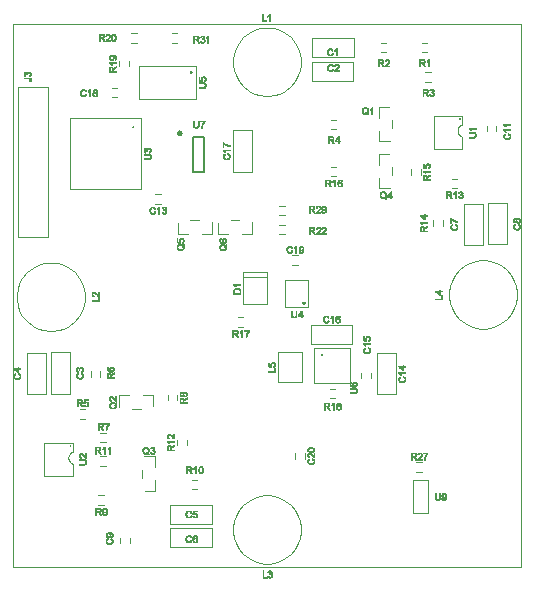
<source format=gto>
G04 PROTEUS RS274X GERBER FILE*
%FSLAX24Y24*%
%MOIN*%
%ADD33C,0.0020*%
%ADD13C,0.0013*%
%ADD49C,0.0098*%
%ADD50C,0.0078*%
G54D33*
X-8464Y-9055D02*
X+8464Y-9055D01*
X+8464Y+9055D01*
X-8464Y+9055D01*
X-8464Y-9055D01*
X+1141Y+7795D02*
X+1137Y+7886D01*
X+1108Y+8069D01*
X+1045Y+8252D01*
X+945Y+8435D01*
X+791Y+8617D01*
X+608Y+8761D01*
X+425Y+8854D01*
X+242Y+8910D01*
X+59Y+8934D01*
X+0Y+8936D01*
X-1141Y+7795D02*
X-1137Y+7886D01*
X-1108Y+8069D01*
X-1045Y+8252D01*
X-945Y+8435D01*
X-791Y+8617D01*
X-608Y+8761D01*
X-425Y+8854D01*
X-242Y+8910D01*
X-59Y+8934D01*
X+0Y+8936D01*
X-1141Y+7795D02*
X-1137Y+7704D01*
X-1108Y+7521D01*
X-1045Y+7338D01*
X-945Y+7155D01*
X-791Y+6973D01*
X-608Y+6829D01*
X-425Y+6736D01*
X-242Y+6680D01*
X-59Y+6656D01*
X+0Y+6654D01*
X+1141Y+7795D02*
X+1137Y+7704D01*
X+1108Y+7521D01*
X+1045Y+7338D01*
X+945Y+7155D01*
X+791Y+6973D01*
X+608Y+6829D01*
X+425Y+6736D01*
X+242Y+6680D01*
X+59Y+6656D01*
X+0Y+6654D01*
G54D13*
X-162Y+9152D02*
X-162Y+9392D01*
X-152Y+9152D02*
X-152Y+9392D01*
X-142Y+9152D02*
X-142Y+9392D01*
X-132Y+9152D02*
X-132Y+9182D01*
X-122Y+9152D02*
X-122Y+9182D01*
X-112Y+9152D02*
X-112Y+9182D01*
X-102Y+9152D02*
X-102Y+9182D01*
X-92Y+9152D02*
X-92Y+9182D01*
X-82Y+9152D02*
X-82Y+9182D01*
X-72Y+9152D02*
X-72Y+9182D01*
X-62Y+9152D02*
X-62Y+9182D01*
X-52Y+9152D02*
X-52Y+9182D01*
X-42Y+9152D02*
X-42Y+9182D01*
X-32Y+9152D02*
X-32Y+9182D01*
X+18Y+9302D02*
X+18Y+9332D01*
X+28Y+9312D02*
X+28Y+9342D01*
X+38Y+9322D02*
X+38Y+9352D01*
X+48Y+9322D02*
X+48Y+9362D01*
X+58Y+9332D02*
X+58Y+9372D01*
X+68Y+9152D02*
X+68Y+9382D01*
X+78Y+9152D02*
X+78Y+9392D01*
X+88Y+9152D02*
X+88Y+9392D01*
G54D33*
X-6063Y-39D02*
X-6067Y+52D01*
X-6096Y+235D01*
X-6159Y+418D01*
X-6259Y+601D01*
X-6413Y+783D01*
X-6596Y+927D01*
X-6779Y+1020D01*
X-6962Y+1076D01*
X-7145Y+1100D01*
X-7204Y+1102D01*
X-8345Y-39D02*
X-8341Y+52D01*
X-8312Y+235D01*
X-8249Y+418D01*
X-8149Y+601D01*
X-7995Y+783D01*
X-7812Y+927D01*
X-7629Y+1020D01*
X-7446Y+1076D01*
X-7263Y+1100D01*
X-7204Y+1102D01*
X-8345Y-39D02*
X-8341Y-130D01*
X-8312Y-313D01*
X-8249Y-496D01*
X-8149Y-679D01*
X-7995Y-861D01*
X-7812Y-1005D01*
X-7629Y-1098D01*
X-7446Y-1154D01*
X-7263Y-1178D01*
X-7204Y-1180D01*
X-6063Y-39D02*
X-6067Y-130D01*
X-6096Y-313D01*
X-6159Y-496D01*
X-6259Y-679D01*
X-6413Y-861D01*
X-6596Y-1005D01*
X-6779Y-1098D01*
X-6962Y-1154D01*
X-7145Y-1178D01*
X-7204Y-1180D01*
G54D13*
X-5847Y-182D02*
X-5607Y-182D01*
X-5847Y-172D02*
X-5607Y-172D01*
X-5847Y-162D02*
X-5607Y-162D01*
X-5637Y-152D02*
X-5607Y-152D01*
X-5637Y-142D02*
X-5607Y-142D01*
X-5637Y-132D02*
X-5607Y-132D01*
X-5637Y-122D02*
X-5607Y-122D01*
X-5637Y-112D02*
X-5607Y-112D01*
X-5637Y-102D02*
X-5607Y-102D01*
X-5637Y-92D02*
X-5607Y-92D01*
X-5637Y-82D02*
X-5607Y-82D01*
X-5637Y-72D02*
X-5607Y-72D01*
X-5637Y-62D02*
X-5607Y-62D01*
X-5637Y-52D02*
X-5607Y-52D01*
X-5797Y-22D02*
X-5777Y-22D01*
X-5627Y-22D02*
X-5607Y-22D01*
X-5817Y-12D02*
X-5777Y-12D01*
X-5647Y-12D02*
X-5607Y-12D01*
X-5827Y-2D02*
X-5777Y-2D01*
X-5657Y-2D02*
X-5607Y-2D01*
X-5837Y+8D02*
X-5797Y+8D01*
X-5667Y+8D02*
X-5607Y+8D01*
X-5837Y+18D02*
X-5807Y+18D01*
X-5677Y+18D02*
X-5647Y+18D01*
X-5637Y+18D02*
X-5607Y+18D01*
X-5847Y+28D02*
X-5817Y+28D01*
X-5677Y+28D02*
X-5657Y+28D01*
X-5637Y+28D02*
X-5607Y+28D01*
X-5847Y+38D02*
X-5817Y+38D01*
X-5687Y+38D02*
X-5657Y+38D01*
X-5637Y+38D02*
X-5607Y+38D01*
X-5847Y+48D02*
X-5817Y+48D01*
X-5697Y+48D02*
X-5667Y+48D01*
X-5637Y+48D02*
X-5607Y+48D01*
X-5847Y+58D02*
X-5817Y+58D01*
X-5707Y+58D02*
X-5677Y+58D01*
X-5637Y+58D02*
X-5607Y+58D01*
X-5847Y+68D02*
X-5817Y+68D01*
X-5717Y+68D02*
X-5687Y+68D01*
X-5637Y+68D02*
X-5607Y+68D01*
X-5847Y+78D02*
X-5817Y+78D01*
X-5727Y+78D02*
X-5697Y+78D01*
X-5637Y+78D02*
X-5607Y+78D01*
X-5837Y+88D02*
X-5807Y+88D01*
X-5737Y+88D02*
X-5707Y+88D01*
X-5637Y+88D02*
X-5607Y+88D01*
X-5837Y+98D02*
X-5797Y+98D01*
X-5757Y+98D02*
X-5717Y+98D01*
X-5637Y+98D02*
X-5607Y+98D01*
X-5827Y+108D02*
X-5727Y+108D01*
X-5637Y+108D02*
X-5607Y+108D01*
X-5817Y+118D02*
X-5737Y+118D01*
X-5637Y+118D02*
X-5607Y+118D01*
X-5807Y+128D02*
X-5757Y+128D01*
X-5637Y+128D02*
X-5607Y+128D01*
G54D33*
X+1141Y-7795D02*
X+1137Y-7704D01*
X+1108Y-7521D01*
X+1045Y-7338D01*
X+945Y-7155D01*
X+791Y-6973D01*
X+608Y-6829D01*
X+425Y-6736D01*
X+242Y-6680D01*
X+59Y-6656D01*
X+0Y-6654D01*
X-1141Y-7795D02*
X-1137Y-7704D01*
X-1108Y-7521D01*
X-1045Y-7338D01*
X-945Y-7155D01*
X-791Y-6973D01*
X-608Y-6829D01*
X-425Y-6736D01*
X-242Y-6680D01*
X-59Y-6656D01*
X+0Y-6654D01*
X-1141Y-7795D02*
X-1137Y-7886D01*
X-1108Y-8069D01*
X-1045Y-8252D01*
X-945Y-8435D01*
X-791Y-8617D01*
X-608Y-8761D01*
X-425Y-8854D01*
X-242Y-8910D01*
X-59Y-8934D01*
X+0Y-8936D01*
X+1141Y-7795D02*
X+1137Y-7886D01*
X+1108Y-8069D01*
X+1045Y-8252D01*
X+945Y-8435D01*
X+791Y-8617D01*
X+608Y-8761D01*
X+425Y-8854D01*
X+242Y-8910D01*
X+59Y-8934D01*
X+0Y-8936D01*
G54D13*
X-144Y-9402D02*
X-144Y-9162D01*
X-134Y-9402D02*
X-134Y-9162D01*
X-124Y-9402D02*
X-124Y-9162D01*
X-114Y-9402D02*
X-114Y-9372D01*
X-104Y-9402D02*
X-104Y-9372D01*
X-94Y-9402D02*
X-94Y-9372D01*
X-84Y-9402D02*
X-84Y-9372D01*
X-74Y-9402D02*
X-74Y-9372D01*
X-64Y-9402D02*
X-64Y-9372D01*
X-54Y-9402D02*
X-54Y-9372D01*
X-44Y-9402D02*
X-44Y-9372D01*
X-34Y-9402D02*
X-34Y-9372D01*
X-24Y-9402D02*
X-24Y-9372D01*
X-14Y-9402D02*
X-14Y-9372D01*
X+16Y-9352D02*
X+16Y-9332D01*
X+16Y-9222D02*
X+16Y-9202D01*
X+26Y-9372D02*
X+26Y-9332D01*
X+26Y-9222D02*
X+26Y-9192D01*
X+36Y-9382D02*
X+36Y-9332D01*
X+36Y-9222D02*
X+36Y-9182D01*
X+46Y-9392D02*
X+46Y-9352D01*
X+46Y-9212D02*
X+46Y-9172D01*
X+56Y-9392D02*
X+56Y-9362D01*
X+56Y-9202D02*
X+56Y-9172D01*
X+66Y-9402D02*
X+66Y-9372D01*
X+66Y-9192D02*
X+66Y-9162D01*
X+76Y-9402D02*
X+76Y-9372D01*
X+76Y-9282D02*
X+76Y-9252D01*
X+76Y-9192D02*
X+76Y-9162D01*
X+86Y-9402D02*
X+86Y-9372D01*
X+86Y-9282D02*
X+86Y-9252D01*
X+86Y-9192D02*
X+86Y-9162D01*
X+96Y-9402D02*
X+96Y-9372D01*
X+96Y-9282D02*
X+96Y-9252D01*
X+96Y-9192D02*
X+96Y-9162D01*
X+106Y-9402D02*
X+106Y-9372D01*
X+106Y-9282D02*
X+106Y-9252D01*
X+106Y-9192D02*
X+106Y-9162D01*
X+116Y-9402D02*
X+116Y-9372D01*
X+116Y-9282D02*
X+116Y-9242D01*
X+116Y-9202D02*
X+116Y-9162D01*
X+126Y-9392D02*
X+126Y-9362D01*
X+126Y-9292D02*
X+126Y-9232D01*
X+126Y-9202D02*
X+126Y-9172D01*
X+136Y-9392D02*
X+136Y-9352D01*
X+136Y-9302D02*
X+136Y-9172D01*
X+146Y-9382D02*
X+146Y-9272D01*
X+146Y-9252D02*
X+146Y-9182D01*
X+156Y-9372D02*
X+156Y-9282D01*
X+156Y-9242D02*
X+156Y-9202D01*
X+166Y-9352D02*
X+166Y-9292D01*
G54D33*
X+8345Y+39D02*
X+8341Y+130D01*
X+8312Y+313D01*
X+8249Y+496D01*
X+8149Y+679D01*
X+7995Y+861D01*
X+7812Y+1005D01*
X+7629Y+1098D01*
X+7446Y+1154D01*
X+7263Y+1178D01*
X+7204Y+1180D01*
X+6063Y+39D02*
X+6067Y+130D01*
X+6096Y+313D01*
X+6159Y+496D01*
X+6259Y+679D01*
X+6413Y+861D01*
X+6596Y+1005D01*
X+6779Y+1098D01*
X+6962Y+1154D01*
X+7145Y+1178D01*
X+7204Y+1180D01*
X+6063Y+39D02*
X+6067Y-52D01*
X+6096Y-235D01*
X+6159Y-418D01*
X+6259Y-601D01*
X+6413Y-783D01*
X+6596Y-927D01*
X+6779Y-1020D01*
X+6962Y-1076D01*
X+7145Y-1100D01*
X+7204Y-1102D01*
X+8345Y+39D02*
X+8341Y-52D01*
X+8312Y-235D01*
X+8249Y-418D01*
X+8149Y-601D01*
X+7995Y-783D01*
X+7812Y-927D01*
X+7629Y-1020D01*
X+7446Y-1076D01*
X+7263Y-1100D01*
X+7204Y-1102D01*
G54D13*
X+5597Y-124D02*
X+5837Y-124D01*
X+5597Y-114D02*
X+5837Y-114D01*
X+5597Y-104D02*
X+5837Y-104D01*
X+5807Y-94D02*
X+5837Y-94D01*
X+5807Y-84D02*
X+5837Y-84D01*
X+5807Y-74D02*
X+5837Y-74D01*
X+5807Y-64D02*
X+5837Y-64D01*
X+5807Y-54D02*
X+5837Y-54D01*
X+5807Y-44D02*
X+5837Y-44D01*
X+5807Y-34D02*
X+5837Y-34D01*
X+5807Y-24D02*
X+5837Y-24D01*
X+5807Y-14D02*
X+5837Y-14D01*
X+5807Y-4D02*
X+5837Y-4D01*
X+5807Y+6D02*
X+5837Y+6D01*
X+5737Y+36D02*
X+5777Y+36D01*
X+5727Y+46D02*
X+5777Y+46D01*
X+5717Y+56D02*
X+5777Y+56D01*
X+5707Y+66D02*
X+5737Y+66D01*
X+5747Y+66D02*
X+5777Y+66D01*
X+5687Y+76D02*
X+5727Y+76D01*
X+5747Y+76D02*
X+5777Y+76D01*
X+5677Y+86D02*
X+5717Y+86D01*
X+5747Y+86D02*
X+5777Y+86D01*
X+5667Y+96D02*
X+5707Y+96D01*
X+5747Y+96D02*
X+5777Y+96D01*
X+5657Y+106D02*
X+5687Y+106D01*
X+5747Y+106D02*
X+5777Y+106D01*
X+5637Y+116D02*
X+5677Y+116D01*
X+5747Y+116D02*
X+5777Y+116D01*
X+5627Y+126D02*
X+5667Y+126D01*
X+5747Y+126D02*
X+5777Y+126D01*
X+5617Y+136D02*
X+5657Y+136D01*
X+5747Y+136D02*
X+5777Y+136D01*
X+5607Y+146D02*
X+5837Y+146D01*
X+5597Y+156D02*
X+5837Y+156D01*
X+5597Y+166D02*
X+5837Y+166D01*
X+5747Y+176D02*
X+5777Y+176D01*
X+5747Y+186D02*
X+5777Y+186D01*
X+5747Y+196D02*
X+5777Y+196D01*
G54D33*
X+1496Y+7165D02*
X+2874Y+7165D01*
X+2874Y+7795D01*
X+1496Y+7795D01*
X+1496Y+7165D01*
G54D13*
X+2064Y+8010D02*
X+2134Y+8010D01*
X+2294Y+8010D02*
X+2324Y+8010D01*
X+2044Y+8020D02*
X+2154Y+8020D01*
X+2294Y+8020D02*
X+2324Y+8020D01*
X+2024Y+8030D02*
X+2164Y+8030D01*
X+2294Y+8030D02*
X+2324Y+8030D01*
X+2024Y+8040D02*
X+2074Y+8040D01*
X+2124Y+8040D02*
X+2174Y+8040D01*
X+2294Y+8040D02*
X+2324Y+8040D01*
X+2014Y+8050D02*
X+2054Y+8050D01*
X+2144Y+8050D02*
X+2184Y+8050D01*
X+2294Y+8050D02*
X+2324Y+8050D01*
X+2004Y+8060D02*
X+2044Y+8060D01*
X+2154Y+8060D02*
X+2184Y+8060D01*
X+2294Y+8060D02*
X+2324Y+8060D01*
X+2004Y+8070D02*
X+2034Y+8070D01*
X+2154Y+8070D02*
X+2194Y+8070D01*
X+2294Y+8070D02*
X+2324Y+8070D01*
X+2004Y+8080D02*
X+2034Y+8080D01*
X+2164Y+8080D02*
X+2194Y+8080D01*
X+2294Y+8080D02*
X+2324Y+8080D01*
X+1994Y+8090D02*
X+2024Y+8090D01*
X+2164Y+8090D02*
X+2174Y+8090D01*
X+2294Y+8090D02*
X+2324Y+8090D01*
X+1994Y+8100D02*
X+2024Y+8100D01*
X+2294Y+8100D02*
X+2324Y+8100D01*
X+1994Y+8110D02*
X+2024Y+8110D01*
X+2294Y+8110D02*
X+2324Y+8110D01*
X+1994Y+8120D02*
X+2024Y+8120D01*
X+2294Y+8120D02*
X+2324Y+8120D01*
X+1994Y+8130D02*
X+2024Y+8130D01*
X+2294Y+8130D02*
X+2324Y+8130D01*
X+1994Y+8140D02*
X+2024Y+8140D01*
X+2294Y+8140D02*
X+2324Y+8140D01*
X+1994Y+8150D02*
X+2024Y+8150D01*
X+2294Y+8150D02*
X+2324Y+8150D01*
X+1994Y+8160D02*
X+2024Y+8160D01*
X+2244Y+8160D02*
X+2254Y+8160D01*
X+2294Y+8160D02*
X+2324Y+8160D01*
X+2004Y+8170D02*
X+2034Y+8170D01*
X+2154Y+8170D02*
X+2164Y+8170D01*
X+2244Y+8170D02*
X+2264Y+8170D01*
X+2294Y+8170D02*
X+2324Y+8170D01*
X+2004Y+8180D02*
X+2034Y+8180D01*
X+2154Y+8180D02*
X+2184Y+8180D01*
X+2244Y+8180D02*
X+2284Y+8180D01*
X+2294Y+8180D02*
X+2324Y+8180D01*
X+2004Y+8190D02*
X+2044Y+8190D01*
X+2144Y+8190D02*
X+2184Y+8190D01*
X+2254Y+8190D02*
X+2324Y+8190D01*
X+2014Y+8200D02*
X+2054Y+8200D01*
X+2134Y+8200D02*
X+2174Y+8200D01*
X+2264Y+8200D02*
X+2324Y+8200D01*
X+2024Y+8210D02*
X+2064Y+8210D01*
X+2124Y+8210D02*
X+2164Y+8210D01*
X+2274Y+8210D02*
X+2324Y+8210D01*
X+2034Y+8220D02*
X+2164Y+8220D01*
X+2284Y+8220D02*
X+2324Y+8220D01*
X+2044Y+8230D02*
X+2144Y+8230D01*
X+2294Y+8230D02*
X+2324Y+8230D01*
X+2064Y+8240D02*
X+2134Y+8240D01*
X+2304Y+8240D02*
X+2324Y+8240D01*
G54D33*
X+1509Y+7952D02*
X+2887Y+7952D01*
X+2887Y+8582D01*
X+1509Y+8582D01*
X+1509Y+7952D01*
G54D13*
X+2077Y+7487D02*
X+2147Y+7487D01*
X+2237Y+7487D02*
X+2397Y+7487D01*
X+2057Y+7497D02*
X+2167Y+7497D01*
X+2237Y+7497D02*
X+2397Y+7497D01*
X+2037Y+7507D02*
X+2177Y+7507D01*
X+2247Y+7507D02*
X+2397Y+7507D01*
X+2037Y+7517D02*
X+2087Y+7517D01*
X+2137Y+7517D02*
X+2187Y+7517D01*
X+2247Y+7517D02*
X+2277Y+7517D01*
X+2027Y+7527D02*
X+2067Y+7527D01*
X+2157Y+7527D02*
X+2197Y+7527D01*
X+2257Y+7527D02*
X+2287Y+7527D01*
X+2017Y+7537D02*
X+2057Y+7537D01*
X+2167Y+7537D02*
X+2197Y+7537D01*
X+2267Y+7537D02*
X+2307Y+7537D01*
X+2017Y+7547D02*
X+2047Y+7547D01*
X+2167Y+7547D02*
X+2207Y+7547D01*
X+2277Y+7547D02*
X+2317Y+7547D01*
X+2017Y+7557D02*
X+2047Y+7557D01*
X+2177Y+7557D02*
X+2207Y+7557D01*
X+2297Y+7557D02*
X+2327Y+7557D01*
X+2007Y+7567D02*
X+2037Y+7567D01*
X+2177Y+7567D02*
X+2187Y+7567D01*
X+2307Y+7567D02*
X+2337Y+7567D01*
X+2007Y+7577D02*
X+2037Y+7577D01*
X+2317Y+7577D02*
X+2347Y+7577D01*
X+2007Y+7587D02*
X+2037Y+7587D01*
X+2327Y+7587D02*
X+2357Y+7587D01*
X+2007Y+7597D02*
X+2037Y+7597D01*
X+2337Y+7597D02*
X+2367Y+7597D01*
X+2007Y+7607D02*
X+2037Y+7607D01*
X+2347Y+7607D02*
X+2377Y+7607D01*
X+2007Y+7617D02*
X+2037Y+7617D01*
X+2357Y+7617D02*
X+2387Y+7617D01*
X+2007Y+7627D02*
X+2037Y+7627D01*
X+2357Y+7627D02*
X+2387Y+7627D01*
X+2007Y+7637D02*
X+2037Y+7637D01*
X+2367Y+7637D02*
X+2397Y+7637D01*
X+2017Y+7647D02*
X+2047Y+7647D01*
X+2167Y+7647D02*
X+2177Y+7647D01*
X+2367Y+7647D02*
X+2397Y+7647D01*
X+2017Y+7657D02*
X+2047Y+7657D01*
X+2167Y+7657D02*
X+2197Y+7657D01*
X+2237Y+7657D02*
X+2267Y+7657D01*
X+2367Y+7657D02*
X+2397Y+7657D01*
X+2017Y+7667D02*
X+2057Y+7667D01*
X+2157Y+7667D02*
X+2197Y+7667D01*
X+2237Y+7667D02*
X+2267Y+7667D01*
X+2367Y+7667D02*
X+2397Y+7667D01*
X+2027Y+7677D02*
X+2067Y+7677D01*
X+2147Y+7677D02*
X+2187Y+7677D01*
X+2247Y+7677D02*
X+2277Y+7677D01*
X+2357Y+7677D02*
X+2397Y+7677D01*
X+2037Y+7687D02*
X+2077Y+7687D01*
X+2137Y+7687D02*
X+2177Y+7687D01*
X+2247Y+7687D02*
X+2287Y+7687D01*
X+2347Y+7687D02*
X+2387Y+7687D01*
X+2047Y+7697D02*
X+2177Y+7697D01*
X+2257Y+7697D02*
X+2377Y+7697D01*
X+2057Y+7707D02*
X+2157Y+7707D01*
X+2267Y+7707D02*
X+2367Y+7707D01*
X+2077Y+7717D02*
X+2147Y+7717D01*
X+2287Y+7717D02*
X+2347Y+7717D01*
G54D33*
X-7204Y-3267D02*
X-6574Y-3267D01*
X-6574Y-1889D01*
X-7204Y-1889D01*
X-7204Y-3267D01*
G54D13*
X-6359Y-2698D02*
X-6359Y-2628D01*
X-6359Y-2488D02*
X-6359Y-2428D01*
X-6349Y-2718D02*
X-6349Y-2618D01*
X-6349Y-2508D02*
X-6349Y-2408D01*
X-6339Y-2728D02*
X-6339Y-2598D01*
X-6339Y-2518D02*
X-6339Y-2398D01*
X-6329Y-2738D02*
X-6329Y-2698D01*
X-6329Y-2638D02*
X-6329Y-2598D01*
X-6329Y-2528D02*
X-6329Y-2488D01*
X-6329Y-2438D02*
X-6329Y-2398D01*
X-6319Y-2748D02*
X-6319Y-2708D01*
X-6319Y-2628D02*
X-6319Y-2588D01*
X-6319Y-2538D02*
X-6319Y-2498D01*
X-6319Y-2418D02*
X-6319Y-2388D01*
X-6309Y-2758D02*
X-6309Y-2718D01*
X-6309Y-2618D02*
X-6309Y-2578D01*
X-6309Y-2538D02*
X-6309Y-2508D01*
X-6309Y-2418D02*
X-6309Y-2388D01*
X-6299Y-2758D02*
X-6299Y-2728D01*
X-6299Y-2608D02*
X-6299Y-2578D01*
X-6299Y-2418D02*
X-6299Y-2388D01*
X-6289Y-2758D02*
X-6289Y-2728D01*
X-6289Y-2608D02*
X-6289Y-2598D01*
X-6289Y-2428D02*
X-6289Y-2388D01*
X-6279Y-2768D02*
X-6279Y-2738D01*
X-6279Y-2438D02*
X-6279Y-2398D01*
X-6269Y-2768D02*
X-6269Y-2738D01*
X-6269Y-2478D02*
X-6269Y-2408D01*
X-6259Y-2768D02*
X-6259Y-2738D01*
X-6259Y-2478D02*
X-6259Y-2408D01*
X-6249Y-2768D02*
X-6249Y-2738D01*
X-6249Y-2478D02*
X-6249Y-2398D01*
X-6239Y-2768D02*
X-6239Y-2738D01*
X-6239Y-2428D02*
X-6239Y-2388D01*
X-6229Y-2768D02*
X-6229Y-2738D01*
X-6229Y-2418D02*
X-6229Y-2378D01*
X-6219Y-2768D02*
X-6219Y-2738D01*
X-6219Y-2408D02*
X-6219Y-2378D01*
X-6209Y-2768D02*
X-6209Y-2738D01*
X-6209Y-2598D02*
X-6209Y-2588D01*
X-6209Y-2408D02*
X-6209Y-2378D01*
X-6199Y-2758D02*
X-6199Y-2728D01*
X-6199Y-2598D02*
X-6199Y-2568D01*
X-6199Y-2408D02*
X-6199Y-2378D01*
X-6189Y-2758D02*
X-6189Y-2728D01*
X-6189Y-2608D02*
X-6189Y-2568D01*
X-6189Y-2538D02*
X-6189Y-2508D01*
X-6189Y-2408D02*
X-6189Y-2378D01*
X-6179Y-2758D02*
X-6179Y-2718D01*
X-6179Y-2608D02*
X-6179Y-2578D01*
X-6179Y-2538D02*
X-6179Y-2508D01*
X-6179Y-2408D02*
X-6179Y-2378D01*
X-6169Y-2748D02*
X-6169Y-2708D01*
X-6169Y-2618D02*
X-6169Y-2578D01*
X-6169Y-2528D02*
X-6169Y-2498D01*
X-6169Y-2418D02*
X-6169Y-2388D01*
X-6159Y-2738D02*
X-6159Y-2688D01*
X-6159Y-2638D02*
X-6159Y-2588D01*
X-6159Y-2528D02*
X-6159Y-2488D01*
X-6159Y-2428D02*
X-6159Y-2388D01*
X-6149Y-2738D02*
X-6149Y-2598D01*
X-6149Y-2518D02*
X-6149Y-2398D01*
X-6139Y-2718D02*
X-6139Y-2608D01*
X-6139Y-2508D02*
X-6139Y-2408D01*
X-6129Y-2698D02*
X-6129Y-2628D01*
X-6129Y-2488D02*
X-6129Y-2428D01*
G54D33*
X-7992Y-3280D02*
X-7362Y-3280D01*
X-7362Y-1902D01*
X-7992Y-1902D01*
X-7992Y-3280D01*
G54D13*
X-8457Y-2711D02*
X-8457Y-2641D01*
X-8457Y-2431D02*
X-8457Y-2411D01*
X-8447Y-2731D02*
X-8447Y-2631D01*
X-8447Y-2441D02*
X-8447Y-2411D01*
X-8437Y-2741D02*
X-8437Y-2611D01*
X-8437Y-2451D02*
X-8437Y-2411D01*
X-8427Y-2751D02*
X-8427Y-2711D01*
X-8427Y-2651D02*
X-8427Y-2611D01*
X-8427Y-2461D02*
X-8427Y-2411D01*
X-8417Y-2761D02*
X-8417Y-2721D01*
X-8417Y-2641D02*
X-8417Y-2601D01*
X-8417Y-2471D02*
X-8417Y-2411D01*
X-8407Y-2771D02*
X-8407Y-2731D01*
X-8407Y-2631D02*
X-8407Y-2591D01*
X-8407Y-2471D02*
X-8407Y-2411D01*
X-8397Y-2771D02*
X-8397Y-2741D01*
X-8397Y-2621D02*
X-8397Y-2591D01*
X-8397Y-2481D02*
X-8397Y-2451D01*
X-8397Y-2441D02*
X-8397Y-2411D01*
X-8387Y-2771D02*
X-8387Y-2741D01*
X-8387Y-2621D02*
X-8387Y-2611D01*
X-8387Y-2491D02*
X-8387Y-2461D01*
X-8387Y-2441D02*
X-8387Y-2411D01*
X-8377Y-2781D02*
X-8377Y-2751D01*
X-8377Y-2501D02*
X-8377Y-2471D01*
X-8377Y-2441D02*
X-8377Y-2411D01*
X-8367Y-2781D02*
X-8367Y-2751D01*
X-8367Y-2511D02*
X-8367Y-2481D01*
X-8367Y-2441D02*
X-8367Y-2411D01*
X-8357Y-2781D02*
X-8357Y-2751D01*
X-8357Y-2511D02*
X-8357Y-2481D01*
X-8357Y-2441D02*
X-8357Y-2411D01*
X-8347Y-2781D02*
X-8347Y-2751D01*
X-8347Y-2521D02*
X-8347Y-2491D01*
X-8347Y-2441D02*
X-8347Y-2411D01*
X-8337Y-2781D02*
X-8337Y-2751D01*
X-8337Y-2531D02*
X-8337Y-2501D01*
X-8337Y-2441D02*
X-8337Y-2411D01*
X-8327Y-2781D02*
X-8327Y-2751D01*
X-8327Y-2541D02*
X-8327Y-2511D01*
X-8327Y-2441D02*
X-8327Y-2411D01*
X-8317Y-2781D02*
X-8317Y-2751D01*
X-8317Y-2551D02*
X-8317Y-2521D01*
X-8317Y-2441D02*
X-8317Y-2411D01*
X-8307Y-2781D02*
X-8307Y-2751D01*
X-8307Y-2611D02*
X-8307Y-2601D01*
X-8307Y-2551D02*
X-8307Y-2381D01*
X-8297Y-2771D02*
X-8297Y-2741D01*
X-8297Y-2611D02*
X-8297Y-2581D01*
X-8297Y-2551D02*
X-8297Y-2381D01*
X-8287Y-2771D02*
X-8287Y-2741D01*
X-8287Y-2621D02*
X-8287Y-2581D01*
X-8287Y-2551D02*
X-8287Y-2381D01*
X-8277Y-2771D02*
X-8277Y-2731D01*
X-8277Y-2621D02*
X-8277Y-2591D01*
X-8277Y-2441D02*
X-8277Y-2411D01*
X-8267Y-2761D02*
X-8267Y-2721D01*
X-8267Y-2631D02*
X-8267Y-2591D01*
X-8267Y-2441D02*
X-8267Y-2411D01*
X-8257Y-2751D02*
X-8257Y-2701D01*
X-8257Y-2651D02*
X-8257Y-2601D01*
X-8257Y-2441D02*
X-8257Y-2411D01*
X-8247Y-2751D02*
X-8247Y-2611D01*
X-8247Y-2441D02*
X-8247Y-2411D01*
X-8237Y-2731D02*
X-8237Y-2621D01*
X-8237Y-2441D02*
X-8237Y-2411D01*
X-8227Y-2711D02*
X-8227Y-2641D01*
X-8227Y-2441D02*
X-8227Y-2411D01*
G54D33*
X-3215Y-7598D02*
X-1837Y-7598D01*
X-1837Y-6968D01*
X-3215Y-6968D01*
X-3215Y-7598D01*
G54D13*
X-2646Y-7394D02*
X-2576Y-7394D01*
X-2436Y-7394D02*
X-2376Y-7394D01*
X-2666Y-7384D02*
X-2556Y-7384D01*
X-2456Y-7384D02*
X-2356Y-7384D01*
X-2686Y-7374D02*
X-2546Y-7374D01*
X-2466Y-7374D02*
X-2346Y-7374D01*
X-2686Y-7364D02*
X-2636Y-7364D01*
X-2586Y-7364D02*
X-2536Y-7364D01*
X-2476Y-7364D02*
X-2436Y-7364D01*
X-2376Y-7364D02*
X-2336Y-7364D01*
X-2696Y-7354D02*
X-2656Y-7354D01*
X-2566Y-7354D02*
X-2526Y-7354D01*
X-2476Y-7354D02*
X-2446Y-7354D01*
X-2366Y-7354D02*
X-2336Y-7354D01*
X-2706Y-7344D02*
X-2666Y-7344D01*
X-2556Y-7344D02*
X-2526Y-7344D01*
X-2486Y-7344D02*
X-2456Y-7344D01*
X-2356Y-7344D02*
X-2326Y-7344D01*
X-2706Y-7334D02*
X-2676Y-7334D01*
X-2556Y-7334D02*
X-2516Y-7334D01*
X-2486Y-7334D02*
X-2456Y-7334D01*
X-2356Y-7334D02*
X-2326Y-7334D01*
X-2706Y-7324D02*
X-2676Y-7324D01*
X-2546Y-7324D02*
X-2516Y-7324D01*
X-2356Y-7324D02*
X-2326Y-7324D01*
X-2716Y-7314D02*
X-2686Y-7314D01*
X-2546Y-7314D02*
X-2536Y-7314D01*
X-2356Y-7314D02*
X-2326Y-7314D01*
X-2716Y-7304D02*
X-2686Y-7304D01*
X-2356Y-7304D02*
X-2326Y-7304D01*
X-2716Y-7294D02*
X-2686Y-7294D01*
X-2356Y-7294D02*
X-2326Y-7294D01*
X-2716Y-7284D02*
X-2686Y-7284D01*
X-2366Y-7284D02*
X-2336Y-7284D01*
X-2716Y-7274D02*
X-2686Y-7274D01*
X-2486Y-7274D02*
X-2446Y-7274D01*
X-2376Y-7274D02*
X-2336Y-7274D01*
X-2716Y-7264D02*
X-2686Y-7264D01*
X-2486Y-7264D02*
X-2346Y-7264D01*
X-2716Y-7254D02*
X-2686Y-7254D01*
X-2486Y-7254D02*
X-2456Y-7254D01*
X-2446Y-7254D02*
X-2356Y-7254D01*
X-2716Y-7244D02*
X-2686Y-7244D01*
X-2476Y-7244D02*
X-2446Y-7244D01*
X-2436Y-7244D02*
X-2376Y-7244D01*
X-2706Y-7234D02*
X-2676Y-7234D01*
X-2556Y-7234D02*
X-2546Y-7234D01*
X-2476Y-7234D02*
X-2446Y-7234D01*
X-2706Y-7224D02*
X-2676Y-7224D01*
X-2556Y-7224D02*
X-2526Y-7224D01*
X-2476Y-7224D02*
X-2446Y-7224D01*
X-2706Y-7214D02*
X-2666Y-7214D01*
X-2566Y-7214D02*
X-2526Y-7214D01*
X-2476Y-7214D02*
X-2446Y-7214D01*
X-2696Y-7204D02*
X-2656Y-7204D01*
X-2576Y-7204D02*
X-2536Y-7204D01*
X-2476Y-7204D02*
X-2446Y-7204D01*
X-2686Y-7194D02*
X-2646Y-7194D01*
X-2586Y-7194D02*
X-2546Y-7194D01*
X-2476Y-7194D02*
X-2446Y-7194D01*
X-2676Y-7184D02*
X-2546Y-7184D01*
X-2466Y-7184D02*
X-2336Y-7184D01*
X-2666Y-7174D02*
X-2566Y-7174D01*
X-2466Y-7174D02*
X-2336Y-7174D01*
X-2646Y-7164D02*
X-2576Y-7164D01*
X-2466Y-7164D02*
X-2336Y-7164D01*
G54D33*
X-3215Y-8385D02*
X-1837Y-8385D01*
X-1837Y-7755D01*
X-3215Y-7755D01*
X-3215Y-8385D01*
G54D13*
X-2646Y-8220D02*
X-2576Y-8220D01*
X-2436Y-8220D02*
X-2376Y-8220D01*
X-2666Y-8210D02*
X-2556Y-8210D01*
X-2446Y-8210D02*
X-2356Y-8210D01*
X-2686Y-8200D02*
X-2546Y-8200D01*
X-2466Y-8200D02*
X-2346Y-8200D01*
X-2686Y-8190D02*
X-2636Y-8190D01*
X-2586Y-8190D02*
X-2536Y-8190D01*
X-2466Y-8190D02*
X-2426Y-8190D01*
X-2376Y-8190D02*
X-2336Y-8190D01*
X-2696Y-8180D02*
X-2656Y-8180D01*
X-2566Y-8180D02*
X-2526Y-8180D01*
X-2476Y-8180D02*
X-2446Y-8180D01*
X-2366Y-8180D02*
X-2336Y-8180D01*
X-2706Y-8170D02*
X-2666Y-8170D01*
X-2556Y-8170D02*
X-2526Y-8170D01*
X-2476Y-8170D02*
X-2446Y-8170D01*
X-2356Y-8170D02*
X-2326Y-8170D01*
X-2706Y-8160D02*
X-2676Y-8160D01*
X-2556Y-8160D02*
X-2516Y-8160D01*
X-2476Y-8160D02*
X-2456Y-8160D01*
X-2356Y-8160D02*
X-2326Y-8160D01*
X-2706Y-8150D02*
X-2676Y-8150D01*
X-2546Y-8150D02*
X-2516Y-8150D01*
X-2486Y-8150D02*
X-2456Y-8150D01*
X-2356Y-8150D02*
X-2326Y-8150D01*
X-2716Y-8140D02*
X-2686Y-8140D01*
X-2546Y-8140D02*
X-2536Y-8140D01*
X-2486Y-8140D02*
X-2456Y-8140D01*
X-2356Y-8140D02*
X-2326Y-8140D01*
X-2716Y-8130D02*
X-2686Y-8130D01*
X-2486Y-8130D02*
X-2456Y-8130D01*
X-2356Y-8130D02*
X-2326Y-8130D01*
X-2716Y-8120D02*
X-2686Y-8120D01*
X-2486Y-8120D02*
X-2446Y-8120D01*
X-2356Y-8120D02*
X-2326Y-8120D01*
X-2716Y-8110D02*
X-2686Y-8110D01*
X-2486Y-8110D02*
X-2446Y-8110D01*
X-2366Y-8110D02*
X-2336Y-8110D01*
X-2716Y-8100D02*
X-2686Y-8100D01*
X-2486Y-8100D02*
X-2426Y-8100D01*
X-2376Y-8100D02*
X-2336Y-8100D01*
X-2716Y-8090D02*
X-2686Y-8090D01*
X-2486Y-8090D02*
X-2346Y-8090D01*
X-2716Y-8080D02*
X-2686Y-8080D01*
X-2486Y-8080D02*
X-2456Y-8080D01*
X-2446Y-8080D02*
X-2356Y-8080D01*
X-2716Y-8070D02*
X-2686Y-8070D01*
X-2486Y-8070D02*
X-2456Y-8070D01*
X-2426Y-8070D02*
X-2366Y-8070D01*
X-2706Y-8060D02*
X-2676Y-8060D01*
X-2556Y-8060D02*
X-2546Y-8060D01*
X-2486Y-8060D02*
X-2456Y-8060D01*
X-2706Y-8050D02*
X-2676Y-8050D01*
X-2556Y-8050D02*
X-2526Y-8050D01*
X-2476Y-8050D02*
X-2446Y-8050D01*
X-2706Y-8040D02*
X-2666Y-8040D01*
X-2566Y-8040D02*
X-2526Y-8040D01*
X-2476Y-8040D02*
X-2446Y-8040D01*
X-2356Y-8040D02*
X-2326Y-8040D01*
X-2696Y-8030D02*
X-2656Y-8030D01*
X-2576Y-8030D02*
X-2536Y-8030D01*
X-2476Y-8030D02*
X-2436Y-8030D01*
X-2366Y-8030D02*
X-2326Y-8030D01*
X-2686Y-8020D02*
X-2646Y-8020D01*
X-2586Y-8020D02*
X-2546Y-8020D01*
X-2466Y-8020D02*
X-2426Y-8020D01*
X-2376Y-8020D02*
X-2336Y-8020D01*
X-2676Y-8010D02*
X-2546Y-8010D01*
X-2456Y-8010D02*
X-2336Y-8010D01*
X-2666Y-8000D02*
X-2566Y-8000D01*
X-2446Y-8000D02*
X-2346Y-8000D01*
X-2646Y-7990D02*
X-2576Y-7990D01*
X-2426Y-7990D02*
X-2366Y-7990D01*
G54D33*
X+6574Y+1692D02*
X+7204Y+1692D01*
X+7204Y+3070D01*
X+6574Y+3070D01*
X+6574Y+1692D01*
G54D13*
X+6109Y+2260D02*
X+6109Y+2330D01*
X+6109Y+2420D02*
X+6109Y+2580D01*
X+6119Y+2240D02*
X+6119Y+2340D01*
X+6119Y+2420D02*
X+6119Y+2580D01*
X+6129Y+2230D02*
X+6129Y+2360D01*
X+6129Y+2420D02*
X+6129Y+2580D01*
X+6139Y+2220D02*
X+6139Y+2260D01*
X+6139Y+2320D02*
X+6139Y+2360D01*
X+6139Y+2550D02*
X+6139Y+2570D01*
X+6149Y+2210D02*
X+6149Y+2250D01*
X+6149Y+2330D02*
X+6149Y+2370D01*
X+6149Y+2540D02*
X+6149Y+2560D01*
X+6159Y+2200D02*
X+6159Y+2240D01*
X+6159Y+2340D02*
X+6159Y+2380D01*
X+6159Y+2530D02*
X+6159Y+2560D01*
X+6169Y+2200D02*
X+6169Y+2230D01*
X+6169Y+2350D02*
X+6169Y+2380D01*
X+6169Y+2520D02*
X+6169Y+2550D01*
X+6179Y+2200D02*
X+6179Y+2230D01*
X+6179Y+2350D02*
X+6179Y+2360D01*
X+6179Y+2520D02*
X+6179Y+2540D01*
X+6189Y+2190D02*
X+6189Y+2220D01*
X+6189Y+2510D02*
X+6189Y+2540D01*
X+6199Y+2190D02*
X+6199Y+2220D01*
X+6199Y+2500D02*
X+6199Y+2530D01*
X+6209Y+2190D02*
X+6209Y+2220D01*
X+6209Y+2500D02*
X+6209Y+2530D01*
X+6219Y+2190D02*
X+6219Y+2220D01*
X+6219Y+2490D02*
X+6219Y+2520D01*
X+6229Y+2190D02*
X+6229Y+2220D01*
X+6229Y+2490D02*
X+6229Y+2520D01*
X+6239Y+2190D02*
X+6239Y+2220D01*
X+6239Y+2480D02*
X+6239Y+2510D01*
X+6249Y+2190D02*
X+6249Y+2220D01*
X+6249Y+2480D02*
X+6249Y+2510D01*
X+6259Y+2190D02*
X+6259Y+2220D01*
X+6259Y+2360D02*
X+6259Y+2370D01*
X+6259Y+2480D02*
X+6259Y+2510D01*
X+6269Y+2200D02*
X+6269Y+2230D01*
X+6269Y+2360D02*
X+6269Y+2390D01*
X+6269Y+2470D02*
X+6269Y+2500D01*
X+6279Y+2200D02*
X+6279Y+2230D01*
X+6279Y+2350D02*
X+6279Y+2390D01*
X+6279Y+2470D02*
X+6279Y+2500D01*
X+6289Y+2200D02*
X+6289Y+2240D01*
X+6289Y+2350D02*
X+6289Y+2380D01*
X+6289Y+2470D02*
X+6289Y+2500D01*
X+6299Y+2210D02*
X+6299Y+2250D01*
X+6299Y+2340D02*
X+6299Y+2380D01*
X+6299Y+2470D02*
X+6299Y+2500D01*
X+6309Y+2220D02*
X+6309Y+2270D01*
X+6309Y+2320D02*
X+6309Y+2370D01*
X+6309Y+2460D02*
X+6309Y+2490D01*
X+6319Y+2220D02*
X+6319Y+2360D01*
X+6319Y+2460D02*
X+6319Y+2490D01*
X+6329Y+2240D02*
X+6329Y+2350D01*
X+6329Y+2460D02*
X+6329Y+2490D01*
X+6339Y+2260D02*
X+6339Y+2330D01*
X+6339Y+2460D02*
X+6339Y+2490D01*
G54D33*
X+7362Y+1706D02*
X+7992Y+1706D01*
X+7992Y+3084D01*
X+7362Y+3084D01*
X+7362Y+1706D01*
G54D13*
X+8207Y+2274D02*
X+8207Y+2344D01*
X+8207Y+2484D02*
X+8207Y+2544D01*
X+8217Y+2254D02*
X+8217Y+2354D01*
X+8217Y+2464D02*
X+8217Y+2564D01*
X+8227Y+2244D02*
X+8227Y+2374D01*
X+8227Y+2454D02*
X+8227Y+2574D01*
X+8237Y+2234D02*
X+8237Y+2274D01*
X+8237Y+2334D02*
X+8237Y+2374D01*
X+8237Y+2444D02*
X+8237Y+2484D01*
X+8237Y+2544D02*
X+8237Y+2574D01*
X+8247Y+2224D02*
X+8247Y+2264D01*
X+8247Y+2344D02*
X+8247Y+2384D01*
X+8247Y+2444D02*
X+8247Y+2474D01*
X+8247Y+2554D02*
X+8247Y+2584D01*
X+8257Y+2214D02*
X+8257Y+2254D01*
X+8257Y+2354D02*
X+8257Y+2394D01*
X+8257Y+2444D02*
X+8257Y+2474D01*
X+8257Y+2554D02*
X+8257Y+2584D01*
X+8267Y+2214D02*
X+8267Y+2244D01*
X+8267Y+2364D02*
X+8267Y+2394D01*
X+8267Y+2444D02*
X+8267Y+2474D01*
X+8267Y+2554D02*
X+8267Y+2584D01*
X+8277Y+2214D02*
X+8277Y+2244D01*
X+8277Y+2364D02*
X+8277Y+2374D01*
X+8277Y+2444D02*
X+8277Y+2474D01*
X+8277Y+2554D02*
X+8277Y+2584D01*
X+8287Y+2204D02*
X+8287Y+2234D01*
X+8287Y+2454D02*
X+8287Y+2484D01*
X+8287Y+2544D02*
X+8287Y+2574D01*
X+8297Y+2204D02*
X+8297Y+2234D01*
X+8297Y+2464D02*
X+8297Y+2564D01*
X+8307Y+2204D02*
X+8307Y+2234D01*
X+8307Y+2474D02*
X+8307Y+2554D01*
X+8317Y+2204D02*
X+8317Y+2234D01*
X+8317Y+2454D02*
X+8317Y+2574D01*
X+8327Y+2204D02*
X+8327Y+2234D01*
X+8327Y+2444D02*
X+8327Y+2484D01*
X+8327Y+2544D02*
X+8327Y+2584D01*
X+8337Y+2204D02*
X+8337Y+2234D01*
X+8337Y+2444D02*
X+8337Y+2474D01*
X+8337Y+2554D02*
X+8337Y+2584D01*
X+8347Y+2204D02*
X+8347Y+2234D01*
X+8347Y+2434D02*
X+8347Y+2464D01*
X+8347Y+2564D02*
X+8347Y+2594D01*
X+8357Y+2204D02*
X+8357Y+2234D01*
X+8357Y+2374D02*
X+8357Y+2384D01*
X+8357Y+2434D02*
X+8357Y+2464D01*
X+8357Y+2564D02*
X+8357Y+2594D01*
X+8367Y+2214D02*
X+8367Y+2244D01*
X+8367Y+2374D02*
X+8367Y+2404D01*
X+8367Y+2434D02*
X+8367Y+2464D01*
X+8367Y+2564D02*
X+8367Y+2594D01*
X+8377Y+2214D02*
X+8377Y+2244D01*
X+8377Y+2364D02*
X+8377Y+2404D01*
X+8377Y+2434D02*
X+8377Y+2464D01*
X+8377Y+2564D02*
X+8377Y+2594D01*
X+8387Y+2214D02*
X+8387Y+2254D01*
X+8387Y+2364D02*
X+8387Y+2394D01*
X+8387Y+2434D02*
X+8387Y+2464D01*
X+8387Y+2564D02*
X+8387Y+2594D01*
X+8397Y+2224D02*
X+8397Y+2264D01*
X+8397Y+2354D02*
X+8397Y+2394D01*
X+8397Y+2444D02*
X+8397Y+2474D01*
X+8397Y+2554D02*
X+8397Y+2584D01*
X+8407Y+2234D02*
X+8407Y+2284D01*
X+8407Y+2334D02*
X+8407Y+2384D01*
X+8407Y+2444D02*
X+8407Y+2484D01*
X+8407Y+2544D02*
X+8407Y+2584D01*
X+8417Y+2234D02*
X+8417Y+2374D01*
X+8417Y+2454D02*
X+8417Y+2574D01*
X+8427Y+2254D02*
X+8427Y+2364D01*
X+8427Y+2464D02*
X+8427Y+2564D01*
X+8437Y+2274D02*
X+8437Y+2344D01*
X+8437Y+2484D02*
X+8437Y+2544D01*
G54D33*
X+3973Y+8107D02*
X+3793Y+8107D01*
X+3973Y+8427D02*
X+3793Y+8427D01*
G54D13*
X+3702Y+7642D02*
X+3732Y+7642D01*
X+3852Y+7642D02*
X+3892Y+7642D01*
X+3922Y+7642D02*
X+4082Y+7642D01*
X+3702Y+7652D02*
X+3732Y+7652D01*
X+3852Y+7652D02*
X+3882Y+7652D01*
X+3922Y+7652D02*
X+4082Y+7652D01*
X+3702Y+7662D02*
X+3732Y+7662D01*
X+3842Y+7662D02*
X+3882Y+7662D01*
X+3932Y+7662D02*
X+4082Y+7662D01*
X+3702Y+7672D02*
X+3732Y+7672D01*
X+3842Y+7672D02*
X+3872Y+7672D01*
X+3932Y+7672D02*
X+3962Y+7672D01*
X+3702Y+7682D02*
X+3732Y+7682D01*
X+3832Y+7682D02*
X+3872Y+7682D01*
X+3942Y+7682D02*
X+3972Y+7682D01*
X+3702Y+7692D02*
X+3732Y+7692D01*
X+3822Y+7692D02*
X+3862Y+7692D01*
X+3952Y+7692D02*
X+3992Y+7692D01*
X+3702Y+7702D02*
X+3732Y+7702D01*
X+3822Y+7702D02*
X+3852Y+7702D01*
X+3962Y+7702D02*
X+4002Y+7702D01*
X+3702Y+7712D02*
X+3732Y+7712D01*
X+3812Y+7712D02*
X+3852Y+7712D01*
X+3982Y+7712D02*
X+4012Y+7712D01*
X+3702Y+7722D02*
X+3732Y+7722D01*
X+3802Y+7722D02*
X+3842Y+7722D01*
X+3992Y+7722D02*
X+4022Y+7722D01*
X+3702Y+7732D02*
X+3732Y+7732D01*
X+3802Y+7732D02*
X+3832Y+7732D01*
X+4002Y+7732D02*
X+4032Y+7732D01*
X+3702Y+7742D02*
X+3732Y+7742D01*
X+3792Y+7742D02*
X+3822Y+7742D01*
X+4012Y+7742D02*
X+4042Y+7742D01*
X+3702Y+7752D02*
X+3842Y+7752D01*
X+4022Y+7752D02*
X+4052Y+7752D01*
X+3702Y+7762D02*
X+3862Y+7762D01*
X+4032Y+7762D02*
X+4062Y+7762D01*
X+3702Y+7772D02*
X+3872Y+7772D01*
X+4042Y+7772D02*
X+4072Y+7772D01*
X+3702Y+7782D02*
X+3732Y+7782D01*
X+3832Y+7782D02*
X+3872Y+7782D01*
X+4042Y+7782D02*
X+4072Y+7782D01*
X+3702Y+7792D02*
X+3732Y+7792D01*
X+3842Y+7792D02*
X+3882Y+7792D01*
X+4052Y+7792D02*
X+4082Y+7792D01*
X+3702Y+7802D02*
X+3732Y+7802D01*
X+3852Y+7802D02*
X+3882Y+7802D01*
X+4052Y+7802D02*
X+4082Y+7802D01*
X+3702Y+7812D02*
X+3732Y+7812D01*
X+3852Y+7812D02*
X+3882Y+7812D01*
X+3922Y+7812D02*
X+3952Y+7812D01*
X+4052Y+7812D02*
X+4082Y+7812D01*
X+3702Y+7822D02*
X+3732Y+7822D01*
X+3852Y+7822D02*
X+3882Y+7822D01*
X+3922Y+7822D02*
X+3952Y+7822D01*
X+4052Y+7822D02*
X+4082Y+7822D01*
X+3702Y+7832D02*
X+3732Y+7832D01*
X+3842Y+7832D02*
X+3882Y+7832D01*
X+3932Y+7832D02*
X+3962Y+7832D01*
X+4042Y+7832D02*
X+4082Y+7832D01*
X+3702Y+7842D02*
X+3732Y+7842D01*
X+3832Y+7842D02*
X+3872Y+7842D01*
X+3932Y+7842D02*
X+3972Y+7842D01*
X+4032Y+7842D02*
X+4072Y+7842D01*
X+3702Y+7852D02*
X+3872Y+7852D01*
X+3942Y+7852D02*
X+4062Y+7852D01*
X+3702Y+7862D02*
X+3862Y+7862D01*
X+3952Y+7862D02*
X+4052Y+7862D01*
X+3702Y+7872D02*
X+3842Y+7872D01*
X+3972Y+7872D02*
X+4032Y+7872D01*
G54D33*
X-5868Y-2702D02*
X-5868Y-2522D01*
X-5548Y-2702D02*
X-5548Y-2522D01*
G54D13*
X-5333Y-2752D02*
X-5333Y-2612D01*
X-5333Y-2472D02*
X-5333Y-2412D01*
X-5323Y-2752D02*
X-5323Y-2592D01*
X-5323Y-2492D02*
X-5323Y-2392D01*
X-5313Y-2752D02*
X-5313Y-2582D01*
X-5313Y-2502D02*
X-5313Y-2382D01*
X-5303Y-2752D02*
X-5303Y-2722D01*
X-5303Y-2622D02*
X-5303Y-2582D01*
X-5303Y-2512D02*
X-5303Y-2472D01*
X-5303Y-2422D02*
X-5303Y-2382D01*
X-5293Y-2752D02*
X-5293Y-2722D01*
X-5293Y-2612D02*
X-5293Y-2572D01*
X-5293Y-2522D02*
X-5293Y-2482D01*
X-5293Y-2412D02*
X-5293Y-2372D01*
X-5283Y-2752D02*
X-5283Y-2722D01*
X-5283Y-2602D02*
X-5283Y-2572D01*
X-5283Y-2522D02*
X-5283Y-2492D01*
X-5283Y-2402D02*
X-5283Y-2372D01*
X-5273Y-2752D02*
X-5273Y-2722D01*
X-5273Y-2602D02*
X-5273Y-2572D01*
X-5273Y-2522D02*
X-5273Y-2492D01*
X-5263Y-2752D02*
X-5263Y-2722D01*
X-5263Y-2602D02*
X-5263Y-2572D01*
X-5263Y-2532D02*
X-5263Y-2502D01*
X-5253Y-2752D02*
X-5253Y-2722D01*
X-5253Y-2612D02*
X-5253Y-2572D01*
X-5253Y-2532D02*
X-5253Y-2502D01*
X-5253Y-2472D02*
X-5253Y-2412D01*
X-5243Y-2752D02*
X-5243Y-2722D01*
X-5243Y-2622D02*
X-5243Y-2582D01*
X-5243Y-2532D02*
X-5243Y-2502D01*
X-5243Y-2492D02*
X-5243Y-2402D01*
X-5233Y-2752D02*
X-5233Y-2582D01*
X-5233Y-2532D02*
X-5233Y-2392D01*
X-5223Y-2752D02*
X-5223Y-2592D01*
X-5223Y-2532D02*
X-5223Y-2472D01*
X-5223Y-2422D02*
X-5223Y-2382D01*
X-5213Y-2752D02*
X-5213Y-2612D01*
X-5213Y-2532D02*
X-5213Y-2492D01*
X-5213Y-2412D02*
X-5213Y-2382D01*
X-5203Y-2752D02*
X-5203Y-2722D01*
X-5203Y-2662D02*
X-5203Y-2632D01*
X-5203Y-2532D02*
X-5203Y-2492D01*
X-5203Y-2402D02*
X-5203Y-2372D01*
X-5193Y-2752D02*
X-5193Y-2722D01*
X-5193Y-2652D02*
X-5193Y-2622D01*
X-5193Y-2532D02*
X-5193Y-2502D01*
X-5193Y-2402D02*
X-5193Y-2372D01*
X-5183Y-2752D02*
X-5183Y-2722D01*
X-5183Y-2652D02*
X-5183Y-2612D01*
X-5183Y-2532D02*
X-5183Y-2502D01*
X-5183Y-2402D02*
X-5183Y-2372D01*
X-5173Y-2752D02*
X-5173Y-2722D01*
X-5173Y-2642D02*
X-5173Y-2602D01*
X-5173Y-2532D02*
X-5173Y-2502D01*
X-5173Y-2402D02*
X-5173Y-2372D01*
X-5163Y-2752D02*
X-5163Y-2722D01*
X-5163Y-2632D02*
X-5163Y-2602D01*
X-5163Y-2522D02*
X-5163Y-2502D01*
X-5163Y-2402D02*
X-5163Y-2372D01*
X-5153Y-2752D02*
X-5153Y-2722D01*
X-5153Y-2632D02*
X-5153Y-2592D01*
X-5153Y-2522D02*
X-5153Y-2492D01*
X-5153Y-2402D02*
X-5153Y-2372D01*
X-5143Y-2752D02*
X-5143Y-2722D01*
X-5143Y-2622D02*
X-5143Y-2582D01*
X-5143Y-2522D02*
X-5143Y-2492D01*
X-5143Y-2412D02*
X-5143Y-2382D01*
X-5133Y-2752D02*
X-5133Y-2722D01*
X-5133Y-2612D02*
X-5133Y-2582D01*
X-5133Y-2512D02*
X-5133Y-2472D01*
X-5133Y-2422D02*
X-5133Y-2382D01*
X-5123Y-2752D02*
X-5123Y-2722D01*
X-5123Y-2612D02*
X-5123Y-2572D01*
X-5123Y-2512D02*
X-5123Y-2392D01*
X-5113Y-2752D02*
X-5113Y-2722D01*
X-5113Y-2602D02*
X-5113Y-2572D01*
X-5113Y-2492D02*
X-5113Y-2402D01*
X-5103Y-2752D02*
X-5103Y-2722D01*
X-5103Y-2602D02*
X-5103Y-2562D01*
X-5103Y-2482D02*
X-5103Y-2422D01*
G54D33*
X-2505Y-6139D02*
X-2325Y-6139D01*
X-2505Y-6459D02*
X-2325Y-6459D01*
G54D13*
X-2688Y-5924D02*
X-2658Y-5924D01*
X-2538Y-5924D02*
X-2498Y-5924D01*
X-2398Y-5924D02*
X-2368Y-5924D01*
X-2238Y-5924D02*
X-2178Y-5924D01*
X-2688Y-5914D02*
X-2658Y-5914D01*
X-2538Y-5914D02*
X-2508Y-5914D01*
X-2398Y-5914D02*
X-2368Y-5914D01*
X-2258Y-5914D02*
X-2158Y-5914D01*
X-2688Y-5904D02*
X-2658Y-5904D01*
X-2548Y-5904D02*
X-2508Y-5904D01*
X-2398Y-5904D02*
X-2368Y-5904D01*
X-2268Y-5904D02*
X-2148Y-5904D01*
X-2688Y-5894D02*
X-2658Y-5894D01*
X-2548Y-5894D02*
X-2518Y-5894D01*
X-2398Y-5894D02*
X-2368Y-5894D01*
X-2268Y-5894D02*
X-2228Y-5894D01*
X-2188Y-5894D02*
X-2148Y-5894D01*
X-2688Y-5884D02*
X-2658Y-5884D01*
X-2558Y-5884D02*
X-2518Y-5884D01*
X-2398Y-5884D02*
X-2368Y-5884D01*
X-2278Y-5884D02*
X-2248Y-5884D01*
X-2168Y-5884D02*
X-2138Y-5884D01*
X-2688Y-5874D02*
X-2658Y-5874D01*
X-2568Y-5874D02*
X-2528Y-5874D01*
X-2398Y-5874D02*
X-2368Y-5874D01*
X-2278Y-5874D02*
X-2248Y-5874D01*
X-2168Y-5874D02*
X-2138Y-5874D01*
X-2688Y-5864D02*
X-2658Y-5864D01*
X-2568Y-5864D02*
X-2538Y-5864D01*
X-2398Y-5864D02*
X-2368Y-5864D01*
X-2278Y-5864D02*
X-2248Y-5864D01*
X-2168Y-5864D02*
X-2138Y-5864D01*
X-2688Y-5854D02*
X-2658Y-5854D01*
X-2578Y-5854D02*
X-2538Y-5854D01*
X-2398Y-5854D02*
X-2368Y-5854D01*
X-2288Y-5854D02*
X-2258Y-5854D01*
X-2158Y-5854D02*
X-2128Y-5854D01*
X-2688Y-5844D02*
X-2658Y-5844D01*
X-2588Y-5844D02*
X-2548Y-5844D01*
X-2398Y-5844D02*
X-2368Y-5844D01*
X-2288Y-5844D02*
X-2258Y-5844D01*
X-2158Y-5844D02*
X-2128Y-5844D01*
X-2688Y-5834D02*
X-2658Y-5834D01*
X-2588Y-5834D02*
X-2558Y-5834D01*
X-2398Y-5834D02*
X-2368Y-5834D01*
X-2288Y-5834D02*
X-2258Y-5834D01*
X-2158Y-5834D02*
X-2128Y-5834D01*
X-2688Y-5824D02*
X-2658Y-5824D01*
X-2598Y-5824D02*
X-2568Y-5824D01*
X-2398Y-5824D02*
X-2368Y-5824D01*
X-2288Y-5824D02*
X-2258Y-5824D01*
X-2158Y-5824D02*
X-2128Y-5824D01*
X-2688Y-5814D02*
X-2548Y-5814D01*
X-2398Y-5814D02*
X-2368Y-5814D01*
X-2288Y-5814D02*
X-2258Y-5814D01*
X-2158Y-5814D02*
X-2128Y-5814D01*
X-2688Y-5804D02*
X-2528Y-5804D01*
X-2398Y-5804D02*
X-2368Y-5804D01*
X-2288Y-5804D02*
X-2258Y-5804D01*
X-2158Y-5804D02*
X-2128Y-5804D01*
X-2688Y-5794D02*
X-2518Y-5794D01*
X-2398Y-5794D02*
X-2368Y-5794D01*
X-2288Y-5794D02*
X-2258Y-5794D01*
X-2158Y-5794D02*
X-2128Y-5794D01*
X-2688Y-5784D02*
X-2658Y-5784D01*
X-2558Y-5784D02*
X-2518Y-5784D01*
X-2398Y-5784D02*
X-2368Y-5784D01*
X-2288Y-5784D02*
X-2258Y-5784D01*
X-2158Y-5784D02*
X-2128Y-5784D01*
X-2688Y-5774D02*
X-2658Y-5774D01*
X-2548Y-5774D02*
X-2508Y-5774D01*
X-2448Y-5774D02*
X-2438Y-5774D01*
X-2398Y-5774D02*
X-2368Y-5774D01*
X-2288Y-5774D02*
X-2258Y-5774D01*
X-2158Y-5774D02*
X-2128Y-5774D01*
X-2688Y-5764D02*
X-2658Y-5764D01*
X-2538Y-5764D02*
X-2508Y-5764D01*
X-2448Y-5764D02*
X-2428Y-5764D01*
X-2398Y-5764D02*
X-2368Y-5764D01*
X-2288Y-5764D02*
X-2258Y-5764D01*
X-2158Y-5764D02*
X-2128Y-5764D01*
X-2688Y-5754D02*
X-2658Y-5754D01*
X-2538Y-5754D02*
X-2508Y-5754D01*
X-2448Y-5754D02*
X-2408Y-5754D01*
X-2398Y-5754D02*
X-2368Y-5754D01*
X-2278Y-5754D02*
X-2248Y-5754D01*
X-2168Y-5754D02*
X-2138Y-5754D01*
X-2688Y-5744D02*
X-2658Y-5744D01*
X-2538Y-5744D02*
X-2508Y-5744D01*
X-2438Y-5744D02*
X-2368Y-5744D01*
X-2278Y-5744D02*
X-2248Y-5744D01*
X-2168Y-5744D02*
X-2138Y-5744D01*
X-2688Y-5734D02*
X-2658Y-5734D01*
X-2548Y-5734D02*
X-2508Y-5734D01*
X-2428Y-5734D02*
X-2368Y-5734D01*
X-2278Y-5734D02*
X-2248Y-5734D01*
X-2178Y-5734D02*
X-2138Y-5734D01*
X-2688Y-5724D02*
X-2658Y-5724D01*
X-2558Y-5724D02*
X-2518Y-5724D01*
X-2418Y-5724D02*
X-2368Y-5724D01*
X-2268Y-5724D02*
X-2228Y-5724D01*
X-2188Y-5724D02*
X-2148Y-5724D01*
X-2688Y-5714D02*
X-2518Y-5714D01*
X-2408Y-5714D02*
X-2368Y-5714D01*
X-2268Y-5714D02*
X-2148Y-5714D01*
X-2688Y-5704D02*
X-2528Y-5704D01*
X-2398Y-5704D02*
X-2368Y-5704D01*
X-2258Y-5704D02*
X-2158Y-5704D01*
X-2688Y-5694D02*
X-2548Y-5694D01*
X-2388Y-5694D02*
X-2368Y-5694D01*
X-2238Y-5694D02*
X-2178Y-5694D01*
G54D33*
X+5868Y+2505D02*
X+5868Y+2325D01*
X+5548Y+2505D02*
X+5548Y+2325D01*
G54D13*
X+5099Y+2141D02*
X+5099Y+2281D01*
X+5099Y+2441D02*
X+5099Y+2461D01*
X+5099Y+2661D02*
X+5099Y+2681D01*
X+5109Y+2141D02*
X+5109Y+2301D01*
X+5109Y+2431D02*
X+5109Y+2461D01*
X+5109Y+2651D02*
X+5109Y+2681D01*
X+5119Y+2141D02*
X+5119Y+2311D01*
X+5119Y+2421D02*
X+5119Y+2461D01*
X+5119Y+2641D02*
X+5119Y+2681D01*
X+5129Y+2141D02*
X+5129Y+2171D01*
X+5129Y+2271D02*
X+5129Y+2311D01*
X+5129Y+2411D02*
X+5129Y+2461D01*
X+5129Y+2631D02*
X+5129Y+2681D01*
X+5139Y+2141D02*
X+5139Y+2171D01*
X+5139Y+2281D02*
X+5139Y+2321D01*
X+5139Y+2401D02*
X+5139Y+2461D01*
X+5139Y+2621D02*
X+5139Y+2681D01*
X+5149Y+2141D02*
X+5149Y+2171D01*
X+5149Y+2291D02*
X+5149Y+2321D01*
X+5149Y+2391D02*
X+5149Y+2461D01*
X+5149Y+2621D02*
X+5149Y+2681D01*
X+5159Y+2141D02*
X+5159Y+2171D01*
X+5159Y+2291D02*
X+5159Y+2321D01*
X+5159Y+2381D02*
X+5159Y+2421D01*
X+5159Y+2431D02*
X+5159Y+2461D01*
X+5159Y+2611D02*
X+5159Y+2641D01*
X+5159Y+2651D02*
X+5159Y+2681D01*
X+5169Y+2141D02*
X+5169Y+2171D01*
X+5169Y+2291D02*
X+5169Y+2321D01*
X+5169Y+2381D02*
X+5169Y+2401D01*
X+5169Y+2431D02*
X+5169Y+2461D01*
X+5169Y+2601D02*
X+5169Y+2631D01*
X+5169Y+2651D02*
X+5169Y+2681D01*
X+5179Y+2141D02*
X+5179Y+2171D01*
X+5179Y+2281D02*
X+5179Y+2321D01*
X+5179Y+2381D02*
X+5179Y+2391D01*
X+5179Y+2431D02*
X+5179Y+2461D01*
X+5179Y+2591D02*
X+5179Y+2621D01*
X+5179Y+2651D02*
X+5179Y+2681D01*
X+5189Y+2141D02*
X+5189Y+2171D01*
X+5189Y+2271D02*
X+5189Y+2311D01*
X+5189Y+2431D02*
X+5189Y+2461D01*
X+5189Y+2581D02*
X+5189Y+2611D01*
X+5189Y+2651D02*
X+5189Y+2681D01*
X+5199Y+2141D02*
X+5199Y+2311D01*
X+5199Y+2431D02*
X+5199Y+2461D01*
X+5199Y+2581D02*
X+5199Y+2611D01*
X+5199Y+2651D02*
X+5199Y+2681D01*
X+5209Y+2141D02*
X+5209Y+2301D01*
X+5209Y+2431D02*
X+5209Y+2461D01*
X+5209Y+2571D02*
X+5209Y+2601D01*
X+5209Y+2651D02*
X+5209Y+2681D01*
X+5219Y+2141D02*
X+5219Y+2281D01*
X+5219Y+2431D02*
X+5219Y+2461D01*
X+5219Y+2561D02*
X+5219Y+2591D01*
X+5219Y+2651D02*
X+5219Y+2681D01*
X+5229Y+2141D02*
X+5229Y+2171D01*
X+5229Y+2231D02*
X+5229Y+2261D01*
X+5229Y+2431D02*
X+5229Y+2461D01*
X+5229Y+2551D02*
X+5229Y+2581D01*
X+5229Y+2651D02*
X+5229Y+2681D01*
X+5239Y+2141D02*
X+5239Y+2171D01*
X+5239Y+2241D02*
X+5239Y+2271D01*
X+5239Y+2431D02*
X+5239Y+2461D01*
X+5239Y+2541D02*
X+5239Y+2571D01*
X+5239Y+2651D02*
X+5239Y+2681D01*
X+5249Y+2141D02*
X+5249Y+2171D01*
X+5249Y+2241D02*
X+5249Y+2281D01*
X+5249Y+2431D02*
X+5249Y+2461D01*
X+5249Y+2541D02*
X+5249Y+2711D01*
X+5259Y+2141D02*
X+5259Y+2171D01*
X+5259Y+2251D02*
X+5259Y+2291D01*
X+5259Y+2431D02*
X+5259Y+2461D01*
X+5259Y+2541D02*
X+5259Y+2711D01*
X+5269Y+2141D02*
X+5269Y+2171D01*
X+5269Y+2261D02*
X+5269Y+2291D01*
X+5269Y+2431D02*
X+5269Y+2461D01*
X+5269Y+2541D02*
X+5269Y+2711D01*
X+5279Y+2141D02*
X+5279Y+2171D01*
X+5279Y+2261D02*
X+5279Y+2301D01*
X+5279Y+2431D02*
X+5279Y+2461D01*
X+5279Y+2651D02*
X+5279Y+2681D01*
X+5289Y+2141D02*
X+5289Y+2171D01*
X+5289Y+2271D02*
X+5289Y+2311D01*
X+5289Y+2431D02*
X+5289Y+2461D01*
X+5289Y+2651D02*
X+5289Y+2681D01*
X+5299Y+2141D02*
X+5299Y+2171D01*
X+5299Y+2281D02*
X+5299Y+2311D01*
X+5299Y+2431D02*
X+5299Y+2461D01*
X+5299Y+2651D02*
X+5299Y+2681D01*
X+5309Y+2141D02*
X+5309Y+2171D01*
X+5309Y+2281D02*
X+5309Y+2321D01*
X+5309Y+2431D02*
X+5309Y+2461D01*
X+5309Y+2651D02*
X+5309Y+2681D01*
X+5319Y+2141D02*
X+5319Y+2171D01*
X+5319Y+2291D02*
X+5319Y+2321D01*
X+5319Y+2431D02*
X+5319Y+2461D01*
X+5319Y+2651D02*
X+5319Y+2681D01*
X+5329Y+2141D02*
X+5329Y+2171D01*
X+5329Y+2291D02*
X+5329Y+2331D01*
X+5329Y+2431D02*
X+5329Y+2461D01*
X+5329Y+2651D02*
X+5329Y+2681D01*
G54D33*
X+6517Y+5999D02*
X+5567Y+5999D01*
X+5567Y+4899D01*
X+6517Y+4899D01*
X+6517Y+5699D02*
X+6458Y+5684D01*
X+6410Y+5641D01*
X+6378Y+5578D01*
X+6367Y+5499D01*
X+6517Y+5299D02*
X+6458Y+5314D01*
X+6410Y+5357D01*
X+6378Y+5420D01*
X+6367Y+5499D01*
X+6517Y+5299D02*
X+6517Y+4899D01*
X+6517Y+5699D02*
X+6517Y+5999D01*
X+6437Y+5909D02*
X+6437Y+5909D01*
X+6437Y+5910D01*
X+6437Y+5911D01*
X+6437Y+5912D01*
X+6436Y+5913D01*
X+6436Y+5914D01*
X+6435Y+5915D01*
X+6434Y+5916D01*
X+6433Y+5917D01*
X+6432Y+5918D01*
X+6431Y+5918D01*
X+6430Y+5919D01*
X+6429Y+5919D01*
X+6428Y+5919D01*
X+6427Y+5919D01*
X+6417Y+5909D02*
X+6417Y+5909D01*
X+6417Y+5910D01*
X+6417Y+5911D01*
X+6417Y+5912D01*
X+6418Y+5913D01*
X+6418Y+5914D01*
X+6419Y+5915D01*
X+6420Y+5916D01*
X+6421Y+5917D01*
X+6422Y+5918D01*
X+6423Y+5918D01*
X+6424Y+5919D01*
X+6425Y+5919D01*
X+6426Y+5919D01*
X+6427Y+5919D01*
X+6417Y+5909D02*
X+6417Y+5909D01*
X+6417Y+5908D01*
X+6417Y+5907D01*
X+6417Y+5906D01*
X+6418Y+5905D01*
X+6418Y+5904D01*
X+6419Y+5903D01*
X+6420Y+5902D01*
X+6421Y+5901D01*
X+6422Y+5900D01*
X+6423Y+5900D01*
X+6424Y+5899D01*
X+6425Y+5899D01*
X+6426Y+5899D01*
X+6427Y+5899D01*
X+6437Y+5909D02*
X+6437Y+5909D01*
X+6437Y+5908D01*
X+6437Y+5907D01*
X+6437Y+5906D01*
X+6436Y+5905D01*
X+6436Y+5904D01*
X+6435Y+5903D01*
X+6434Y+5902D01*
X+6433Y+5901D01*
X+6432Y+5900D01*
X+6431Y+5900D01*
X+6430Y+5899D01*
X+6429Y+5899D01*
X+6428Y+5899D01*
X+6427Y+5899D01*
G54D13*
X+6732Y+5271D02*
X+6732Y+5301D01*
X+6732Y+5421D02*
X+6732Y+5451D01*
X+6732Y+5571D02*
X+6732Y+5591D01*
X+6742Y+5271D02*
X+6742Y+5301D01*
X+6742Y+5421D02*
X+6742Y+5451D01*
X+6742Y+5561D02*
X+6742Y+5591D01*
X+6752Y+5271D02*
X+6752Y+5301D01*
X+6752Y+5421D02*
X+6752Y+5451D01*
X+6752Y+5551D02*
X+6752Y+5591D01*
X+6762Y+5271D02*
X+6762Y+5301D01*
X+6762Y+5421D02*
X+6762Y+5451D01*
X+6762Y+5541D02*
X+6762Y+5591D01*
X+6772Y+5271D02*
X+6772Y+5301D01*
X+6772Y+5421D02*
X+6772Y+5451D01*
X+6772Y+5531D02*
X+6772Y+5591D01*
X+6782Y+5271D02*
X+6782Y+5301D01*
X+6782Y+5421D02*
X+6782Y+5451D01*
X+6782Y+5521D02*
X+6782Y+5591D01*
X+6792Y+5271D02*
X+6792Y+5301D01*
X+6792Y+5421D02*
X+6792Y+5451D01*
X+6792Y+5511D02*
X+6792Y+5551D01*
X+6792Y+5561D02*
X+6792Y+5591D01*
X+6802Y+5271D02*
X+6802Y+5301D01*
X+6802Y+5421D02*
X+6802Y+5451D01*
X+6802Y+5511D02*
X+6802Y+5531D01*
X+6802Y+5561D02*
X+6802Y+5591D01*
X+6812Y+5271D02*
X+6812Y+5301D01*
X+6812Y+5421D02*
X+6812Y+5451D01*
X+6812Y+5511D02*
X+6812Y+5521D01*
X+6812Y+5561D02*
X+6812Y+5591D01*
X+6822Y+5271D02*
X+6822Y+5301D01*
X+6822Y+5421D02*
X+6822Y+5451D01*
X+6822Y+5561D02*
X+6822Y+5591D01*
X+6832Y+5271D02*
X+6832Y+5301D01*
X+6832Y+5421D02*
X+6832Y+5451D01*
X+6832Y+5561D02*
X+6832Y+5591D01*
X+6842Y+5271D02*
X+6842Y+5301D01*
X+6842Y+5421D02*
X+6842Y+5451D01*
X+6842Y+5561D02*
X+6842Y+5591D01*
X+6852Y+5271D02*
X+6852Y+5301D01*
X+6852Y+5421D02*
X+6852Y+5451D01*
X+6852Y+5561D02*
X+6852Y+5591D01*
X+6862Y+5271D02*
X+6862Y+5301D01*
X+6862Y+5421D02*
X+6862Y+5451D01*
X+6862Y+5561D02*
X+6862Y+5591D01*
X+6872Y+5271D02*
X+6872Y+5301D01*
X+6872Y+5421D02*
X+6872Y+5451D01*
X+6872Y+5561D02*
X+6872Y+5591D01*
X+6882Y+5271D02*
X+6882Y+5301D01*
X+6882Y+5421D02*
X+6882Y+5451D01*
X+6882Y+5561D02*
X+6882Y+5591D01*
X+6892Y+5271D02*
X+6892Y+5301D01*
X+6892Y+5421D02*
X+6892Y+5451D01*
X+6892Y+5561D02*
X+6892Y+5591D01*
X+6902Y+5271D02*
X+6902Y+5301D01*
X+6902Y+5421D02*
X+6902Y+5451D01*
X+6902Y+5561D02*
X+6902Y+5591D01*
X+6912Y+5281D02*
X+6912Y+5311D01*
X+6912Y+5411D02*
X+6912Y+5441D01*
X+6912Y+5561D02*
X+6912Y+5591D01*
X+6922Y+5281D02*
X+6922Y+5321D01*
X+6922Y+5411D02*
X+6922Y+5441D01*
X+6922Y+5561D02*
X+6922Y+5591D01*
X+6932Y+5281D02*
X+6932Y+5331D01*
X+6932Y+5391D02*
X+6932Y+5441D01*
X+6932Y+5561D02*
X+6932Y+5591D01*
X+6942Y+5291D02*
X+6942Y+5431D01*
X+6942Y+5561D02*
X+6942Y+5591D01*
X+6952Y+5301D02*
X+6952Y+5421D01*
X+6952Y+5561D02*
X+6952Y+5591D01*
X+6962Y+5321D02*
X+6962Y+5401D01*
X+6962Y+5561D02*
X+6962Y+5591D01*
G54D33*
X-6474Y-4906D02*
X-7424Y-4906D01*
X-7424Y-6006D01*
X-6474Y-6006D01*
X-6474Y-5206D02*
X-6533Y-5221D01*
X-6581Y-5264D01*
X-6613Y-5327D01*
X-6624Y-5406D01*
X-6474Y-5606D02*
X-6533Y-5590D01*
X-6581Y-5548D01*
X-6613Y-5484D01*
X-6624Y-5406D01*
X-6474Y-5606D02*
X-6474Y-6006D01*
X-6474Y-5206D02*
X-6474Y-4906D01*
X-6554Y-4996D02*
X-6554Y-4996D01*
X-6554Y-4995D01*
X-6554Y-4994D01*
X-6554Y-4993D01*
X-6555Y-4992D01*
X-6555Y-4991D01*
X-6556Y-4990D01*
X-6557Y-4989D01*
X-6558Y-4988D01*
X-6559Y-4987D01*
X-6560Y-4987D01*
X-6561Y-4986D01*
X-6562Y-4986D01*
X-6563Y-4986D01*
X-6564Y-4986D01*
X-6574Y-4996D02*
X-6574Y-4996D01*
X-6574Y-4995D01*
X-6574Y-4994D01*
X-6574Y-4993D01*
X-6573Y-4992D01*
X-6573Y-4991D01*
X-6572Y-4990D01*
X-6571Y-4989D01*
X-6570Y-4988D01*
X-6569Y-4987D01*
X-6568Y-4987D01*
X-6567Y-4986D01*
X-6566Y-4986D01*
X-6565Y-4986D01*
X-6564Y-4986D01*
X-6574Y-4996D02*
X-6574Y-4996D01*
X-6574Y-4997D01*
X-6574Y-4998D01*
X-6574Y-4999D01*
X-6573Y-5000D01*
X-6573Y-5001D01*
X-6572Y-5002D01*
X-6571Y-5003D01*
X-6570Y-5004D01*
X-6569Y-5005D01*
X-6568Y-5005D01*
X-6567Y-5006D01*
X-6566Y-5006D01*
X-6565Y-5006D01*
X-6564Y-5006D01*
X-6554Y-4996D02*
X-6554Y-4996D01*
X-6554Y-4997D01*
X-6554Y-4998D01*
X-6554Y-4999D01*
X-6555Y-5000D01*
X-6555Y-5001D01*
X-6556Y-5002D01*
X-6557Y-5003D01*
X-6558Y-5004D01*
X-6559Y-5005D01*
X-6560Y-5005D01*
X-6561Y-5006D01*
X-6562Y-5006D01*
X-6563Y-5006D01*
X-6564Y-5006D01*
G54D13*
X-6259Y-5632D02*
X-6259Y-5602D01*
X-6259Y-5482D02*
X-6259Y-5452D01*
X-6259Y-5362D02*
X-6259Y-5302D01*
X-6249Y-5632D02*
X-6249Y-5602D01*
X-6249Y-5482D02*
X-6249Y-5452D01*
X-6249Y-5382D02*
X-6249Y-5282D01*
X-6239Y-5632D02*
X-6239Y-5602D01*
X-6239Y-5482D02*
X-6239Y-5452D01*
X-6239Y-5392D02*
X-6239Y-5272D01*
X-6229Y-5632D02*
X-6229Y-5602D01*
X-6229Y-5482D02*
X-6229Y-5452D01*
X-6229Y-5402D02*
X-6229Y-5362D01*
X-6229Y-5302D02*
X-6229Y-5262D01*
X-6219Y-5632D02*
X-6219Y-5602D01*
X-6219Y-5482D02*
X-6219Y-5452D01*
X-6219Y-5402D02*
X-6219Y-5372D01*
X-6219Y-5292D02*
X-6219Y-5252D01*
X-6209Y-5632D02*
X-6209Y-5602D01*
X-6209Y-5482D02*
X-6209Y-5452D01*
X-6209Y-5412D02*
X-6209Y-5382D01*
X-6209Y-5282D02*
X-6209Y-5252D01*
X-6199Y-5632D02*
X-6199Y-5602D01*
X-6199Y-5482D02*
X-6199Y-5452D01*
X-6199Y-5412D02*
X-6199Y-5382D01*
X-6199Y-5282D02*
X-6199Y-5252D01*
X-6189Y-5632D02*
X-6189Y-5602D01*
X-6189Y-5482D02*
X-6189Y-5452D01*
X-6189Y-5282D02*
X-6189Y-5252D01*
X-6179Y-5632D02*
X-6179Y-5602D01*
X-6179Y-5482D02*
X-6179Y-5452D01*
X-6179Y-5282D02*
X-6179Y-5252D01*
X-6169Y-5632D02*
X-6169Y-5602D01*
X-6169Y-5482D02*
X-6169Y-5452D01*
X-6169Y-5292D02*
X-6169Y-5262D01*
X-6159Y-5632D02*
X-6159Y-5602D01*
X-6159Y-5482D02*
X-6159Y-5452D01*
X-6159Y-5292D02*
X-6159Y-5262D01*
X-6149Y-5632D02*
X-6149Y-5602D01*
X-6149Y-5482D02*
X-6149Y-5452D01*
X-6149Y-5302D02*
X-6149Y-5272D01*
X-6139Y-5632D02*
X-6139Y-5602D01*
X-6139Y-5482D02*
X-6139Y-5452D01*
X-6139Y-5312D02*
X-6139Y-5282D01*
X-6129Y-5632D02*
X-6129Y-5602D01*
X-6129Y-5482D02*
X-6129Y-5452D01*
X-6129Y-5322D02*
X-6129Y-5292D01*
X-6119Y-5632D02*
X-6119Y-5602D01*
X-6119Y-5482D02*
X-6119Y-5452D01*
X-6119Y-5332D02*
X-6119Y-5302D01*
X-6109Y-5632D02*
X-6109Y-5602D01*
X-6109Y-5482D02*
X-6109Y-5452D01*
X-6109Y-5342D02*
X-6109Y-5312D01*
X-6099Y-5632D02*
X-6099Y-5602D01*
X-6099Y-5482D02*
X-6099Y-5452D01*
X-6099Y-5352D02*
X-6099Y-5322D01*
X-6089Y-5632D02*
X-6089Y-5602D01*
X-6089Y-5482D02*
X-6089Y-5452D01*
X-6089Y-5372D02*
X-6089Y-5332D01*
X-6079Y-5622D02*
X-6079Y-5592D01*
X-6079Y-5492D02*
X-6079Y-5462D01*
X-6079Y-5382D02*
X-6079Y-5342D01*
X-6069Y-5622D02*
X-6069Y-5582D01*
X-6069Y-5492D02*
X-6069Y-5462D01*
X-6069Y-5392D02*
X-6069Y-5362D01*
X-6059Y-5622D02*
X-6059Y-5572D01*
X-6059Y-5512D02*
X-6059Y-5462D01*
X-6059Y-5402D02*
X-6059Y-5372D01*
X-6049Y-5612D02*
X-6049Y-5472D01*
X-6049Y-5402D02*
X-6049Y-5252D01*
X-6039Y-5602D02*
X-6039Y-5482D01*
X-6039Y-5412D02*
X-6039Y-5252D01*
X-6029Y-5582D02*
X-6029Y-5502D01*
X-6029Y-5412D02*
X-6029Y-5252D01*
G54D33*
X+5351Y+8107D02*
X+5171Y+8107D01*
X+5351Y+8427D02*
X+5171Y+8427D01*
G54D13*
X+5080Y+7642D02*
X+5110Y+7642D01*
X+5230Y+7642D02*
X+5270Y+7642D01*
X+5370Y+7642D02*
X+5400Y+7642D01*
X+5080Y+7652D02*
X+5110Y+7652D01*
X+5230Y+7652D02*
X+5260Y+7652D01*
X+5370Y+7652D02*
X+5400Y+7652D01*
X+5080Y+7662D02*
X+5110Y+7662D01*
X+5220Y+7662D02*
X+5260Y+7662D01*
X+5370Y+7662D02*
X+5400Y+7662D01*
X+5080Y+7672D02*
X+5110Y+7672D01*
X+5220Y+7672D02*
X+5250Y+7672D01*
X+5370Y+7672D02*
X+5400Y+7672D01*
X+5080Y+7682D02*
X+5110Y+7682D01*
X+5210Y+7682D02*
X+5250Y+7682D01*
X+5370Y+7682D02*
X+5400Y+7682D01*
X+5080Y+7692D02*
X+5110Y+7692D01*
X+5200Y+7692D02*
X+5240Y+7692D01*
X+5370Y+7692D02*
X+5400Y+7692D01*
X+5080Y+7702D02*
X+5110Y+7702D01*
X+5200Y+7702D02*
X+5230Y+7702D01*
X+5370Y+7702D02*
X+5400Y+7702D01*
X+5080Y+7712D02*
X+5110Y+7712D01*
X+5190Y+7712D02*
X+5230Y+7712D01*
X+5370Y+7712D02*
X+5400Y+7712D01*
X+5080Y+7722D02*
X+5110Y+7722D01*
X+5180Y+7722D02*
X+5220Y+7722D01*
X+5370Y+7722D02*
X+5400Y+7722D01*
X+5080Y+7732D02*
X+5110Y+7732D01*
X+5180Y+7732D02*
X+5210Y+7732D01*
X+5370Y+7732D02*
X+5400Y+7732D01*
X+5080Y+7742D02*
X+5110Y+7742D01*
X+5170Y+7742D02*
X+5200Y+7742D01*
X+5370Y+7742D02*
X+5400Y+7742D01*
X+5080Y+7752D02*
X+5220Y+7752D01*
X+5370Y+7752D02*
X+5400Y+7752D01*
X+5080Y+7762D02*
X+5240Y+7762D01*
X+5370Y+7762D02*
X+5400Y+7762D01*
X+5080Y+7772D02*
X+5250Y+7772D01*
X+5370Y+7772D02*
X+5400Y+7772D01*
X+5080Y+7782D02*
X+5110Y+7782D01*
X+5210Y+7782D02*
X+5250Y+7782D01*
X+5370Y+7782D02*
X+5400Y+7782D01*
X+5080Y+7792D02*
X+5110Y+7792D01*
X+5220Y+7792D02*
X+5260Y+7792D01*
X+5320Y+7792D02*
X+5330Y+7792D01*
X+5370Y+7792D02*
X+5400Y+7792D01*
X+5080Y+7802D02*
X+5110Y+7802D01*
X+5230Y+7802D02*
X+5260Y+7802D01*
X+5320Y+7802D02*
X+5340Y+7802D01*
X+5370Y+7802D02*
X+5400Y+7802D01*
X+5080Y+7812D02*
X+5110Y+7812D01*
X+5230Y+7812D02*
X+5260Y+7812D01*
X+5320Y+7812D02*
X+5360Y+7812D01*
X+5370Y+7812D02*
X+5400Y+7812D01*
X+5080Y+7822D02*
X+5110Y+7822D01*
X+5230Y+7822D02*
X+5260Y+7822D01*
X+5330Y+7822D02*
X+5400Y+7822D01*
X+5080Y+7832D02*
X+5110Y+7832D01*
X+5220Y+7832D02*
X+5260Y+7832D01*
X+5340Y+7832D02*
X+5400Y+7832D01*
X+5080Y+7842D02*
X+5110Y+7842D01*
X+5210Y+7842D02*
X+5250Y+7842D01*
X+5350Y+7842D02*
X+5400Y+7842D01*
X+5080Y+7852D02*
X+5250Y+7852D01*
X+5360Y+7852D02*
X+5400Y+7852D01*
X+5080Y+7862D02*
X+5240Y+7862D01*
X+5370Y+7862D02*
X+5400Y+7862D01*
X+5080Y+7872D02*
X+5220Y+7872D01*
X+5380Y+7872D02*
X+5400Y+7872D01*
G54D33*
X+5458Y+7123D02*
X+5278Y+7123D01*
X+5458Y+7443D02*
X+5278Y+7443D01*
G54D13*
X+5187Y+6658D02*
X+5217Y+6658D01*
X+5337Y+6658D02*
X+5377Y+6658D01*
X+5457Y+6658D02*
X+5517Y+6658D01*
X+5187Y+6668D02*
X+5217Y+6668D01*
X+5337Y+6668D02*
X+5367Y+6668D01*
X+5437Y+6668D02*
X+5537Y+6668D01*
X+5187Y+6678D02*
X+5217Y+6678D01*
X+5327Y+6678D02*
X+5367Y+6678D01*
X+5427Y+6678D02*
X+5547Y+6678D01*
X+5187Y+6688D02*
X+5217Y+6688D01*
X+5327Y+6688D02*
X+5357Y+6688D01*
X+5417Y+6688D02*
X+5457Y+6688D01*
X+5517Y+6688D02*
X+5557Y+6688D01*
X+5187Y+6698D02*
X+5217Y+6698D01*
X+5317Y+6698D02*
X+5357Y+6698D01*
X+5417Y+6698D02*
X+5447Y+6698D01*
X+5527Y+6698D02*
X+5557Y+6698D01*
X+5187Y+6708D02*
X+5217Y+6708D01*
X+5307Y+6708D02*
X+5347Y+6708D01*
X+5407Y+6708D02*
X+5437Y+6708D01*
X+5537Y+6708D02*
X+5567Y+6708D01*
X+5187Y+6718D02*
X+5217Y+6718D01*
X+5307Y+6718D02*
X+5337Y+6718D01*
X+5407Y+6718D02*
X+5437Y+6718D01*
X+5537Y+6718D02*
X+5567Y+6718D01*
X+5187Y+6728D02*
X+5217Y+6728D01*
X+5297Y+6728D02*
X+5337Y+6728D01*
X+5537Y+6728D02*
X+5567Y+6728D01*
X+5187Y+6738D02*
X+5217Y+6738D01*
X+5287Y+6738D02*
X+5327Y+6738D01*
X+5537Y+6738D02*
X+5567Y+6738D01*
X+5187Y+6748D02*
X+5217Y+6748D01*
X+5287Y+6748D02*
X+5317Y+6748D01*
X+5537Y+6748D02*
X+5567Y+6748D01*
X+5187Y+6758D02*
X+5217Y+6758D01*
X+5277Y+6758D02*
X+5307Y+6758D01*
X+5527Y+6758D02*
X+5567Y+6758D01*
X+5187Y+6768D02*
X+5327Y+6768D01*
X+5517Y+6768D02*
X+5557Y+6768D01*
X+5187Y+6778D02*
X+5347Y+6778D01*
X+5467Y+6778D02*
X+5547Y+6778D01*
X+5187Y+6788D02*
X+5357Y+6788D01*
X+5467Y+6788D02*
X+5537Y+6788D01*
X+5187Y+6798D02*
X+5217Y+6798D01*
X+5317Y+6798D02*
X+5357Y+6798D01*
X+5467Y+6798D02*
X+5537Y+6798D01*
X+5187Y+6808D02*
X+5217Y+6808D01*
X+5327Y+6808D02*
X+5367Y+6808D01*
X+5507Y+6808D02*
X+5547Y+6808D01*
X+5187Y+6818D02*
X+5217Y+6818D01*
X+5337Y+6818D02*
X+5367Y+6818D01*
X+5517Y+6818D02*
X+5557Y+6818D01*
X+5187Y+6828D02*
X+5217Y+6828D01*
X+5337Y+6828D02*
X+5367Y+6828D01*
X+5527Y+6828D02*
X+5557Y+6828D01*
X+5187Y+6838D02*
X+5217Y+6838D01*
X+5337Y+6838D02*
X+5367Y+6838D01*
X+5407Y+6838D02*
X+5437Y+6838D01*
X+5527Y+6838D02*
X+5557Y+6838D01*
X+5187Y+6848D02*
X+5217Y+6848D01*
X+5327Y+6848D02*
X+5367Y+6848D01*
X+5407Y+6848D02*
X+5447Y+6848D01*
X+5527Y+6848D02*
X+5557Y+6848D01*
X+5187Y+6858D02*
X+5217Y+6858D01*
X+5317Y+6858D02*
X+5357Y+6858D01*
X+5417Y+6858D02*
X+5457Y+6858D01*
X+5507Y+6858D02*
X+5547Y+6858D01*
X+5187Y+6868D02*
X+5357Y+6868D01*
X+5427Y+6868D02*
X+5547Y+6868D01*
X+5187Y+6878D02*
X+5347Y+6878D01*
X+5437Y+6878D02*
X+5537Y+6878D01*
X+5187Y+6888D02*
X+5327Y+6888D01*
X+5457Y+6888D02*
X+5517Y+6888D01*
G54D33*
X+3720Y+6278D02*
X+3720Y+5928D01*
X+4160Y+5858D02*
X+4160Y+5578D01*
X+3720Y+6278D02*
X+4080Y+6278D01*
X+4090Y+5138D02*
X+3720Y+5138D01*
X+3720Y+5478D01*
G54D13*
X+3343Y+6041D02*
X+3373Y+6041D01*
X+3233Y+6051D02*
X+3303Y+6051D01*
X+3333Y+6051D02*
X+3383Y+6051D01*
X+3483Y+6051D02*
X+3513Y+6051D01*
X+3213Y+6061D02*
X+3363Y+6061D01*
X+3483Y+6061D02*
X+3513Y+6061D01*
X+3203Y+6071D02*
X+3353Y+6071D01*
X+3483Y+6071D02*
X+3513Y+6071D01*
X+3193Y+6081D02*
X+3243Y+6081D01*
X+3293Y+6081D02*
X+3343Y+6081D01*
X+3483Y+6081D02*
X+3513Y+6081D01*
X+3183Y+6091D02*
X+3223Y+6091D01*
X+3283Y+6091D02*
X+3353Y+6091D01*
X+3483Y+6091D02*
X+3513Y+6091D01*
X+3173Y+6101D02*
X+3213Y+6101D01*
X+3273Y+6101D02*
X+3313Y+6101D01*
X+3323Y+6101D02*
X+3353Y+6101D01*
X+3483Y+6101D02*
X+3513Y+6101D01*
X+3173Y+6111D02*
X+3203Y+6111D01*
X+3273Y+6111D02*
X+3293Y+6111D01*
X+3333Y+6111D02*
X+3363Y+6111D01*
X+3483Y+6111D02*
X+3513Y+6111D01*
X+3173Y+6121D02*
X+3203Y+6121D01*
X+3333Y+6121D02*
X+3363Y+6121D01*
X+3483Y+6121D02*
X+3513Y+6121D01*
X+3163Y+6131D02*
X+3193Y+6131D01*
X+3343Y+6131D02*
X+3373Y+6131D01*
X+3483Y+6131D02*
X+3513Y+6131D01*
X+3163Y+6141D02*
X+3193Y+6141D01*
X+3343Y+6141D02*
X+3373Y+6141D01*
X+3483Y+6141D02*
X+3513Y+6141D01*
X+3163Y+6151D02*
X+3193Y+6151D01*
X+3343Y+6151D02*
X+3373Y+6151D01*
X+3483Y+6151D02*
X+3513Y+6151D01*
X+3163Y+6161D02*
X+3193Y+6161D01*
X+3343Y+6161D02*
X+3373Y+6161D01*
X+3483Y+6161D02*
X+3513Y+6161D01*
X+3163Y+6171D02*
X+3193Y+6171D01*
X+3343Y+6171D02*
X+3373Y+6171D01*
X+3483Y+6171D02*
X+3513Y+6171D01*
X+3163Y+6181D02*
X+3193Y+6181D01*
X+3343Y+6181D02*
X+3373Y+6181D01*
X+3483Y+6181D02*
X+3513Y+6181D01*
X+3163Y+6191D02*
X+3193Y+6191D01*
X+3343Y+6191D02*
X+3373Y+6191D01*
X+3483Y+6191D02*
X+3513Y+6191D01*
X+3163Y+6201D02*
X+3193Y+6201D01*
X+3343Y+6201D02*
X+3373Y+6201D01*
X+3433Y+6201D02*
X+3443Y+6201D01*
X+3483Y+6201D02*
X+3513Y+6201D01*
X+3173Y+6211D02*
X+3203Y+6211D01*
X+3333Y+6211D02*
X+3363Y+6211D01*
X+3433Y+6211D02*
X+3453Y+6211D01*
X+3483Y+6211D02*
X+3513Y+6211D01*
X+3173Y+6221D02*
X+3203Y+6221D01*
X+3333Y+6221D02*
X+3363Y+6221D01*
X+3433Y+6221D02*
X+3473Y+6221D01*
X+3483Y+6221D02*
X+3513Y+6221D01*
X+3173Y+6231D02*
X+3213Y+6231D01*
X+3323Y+6231D02*
X+3363Y+6231D01*
X+3443Y+6231D02*
X+3513Y+6231D01*
X+3183Y+6241D02*
X+3223Y+6241D01*
X+3313Y+6241D02*
X+3353Y+6241D01*
X+3453Y+6241D02*
X+3513Y+6241D01*
X+3193Y+6251D02*
X+3243Y+6251D01*
X+3293Y+6251D02*
X+3343Y+6251D01*
X+3463Y+6251D02*
X+3513Y+6251D01*
X+3203Y+6261D02*
X+3333Y+6261D01*
X+3473Y+6261D02*
X+3513Y+6261D01*
X+3213Y+6271D02*
X+3323Y+6271D01*
X+3483Y+6271D02*
X+3513Y+6271D01*
X+3233Y+6281D02*
X+3303Y+6281D01*
X+3493Y+6281D02*
X+3513Y+6281D01*
G54D33*
X+2309Y+5548D02*
X+2129Y+5548D01*
X+2309Y+5868D02*
X+2129Y+5868D01*
G54D13*
X+2038Y+5083D02*
X+2068Y+5083D01*
X+2188Y+5083D02*
X+2228Y+5083D01*
X+2368Y+5083D02*
X+2398Y+5083D01*
X+2038Y+5093D02*
X+2068Y+5093D01*
X+2188Y+5093D02*
X+2218Y+5093D01*
X+2368Y+5093D02*
X+2398Y+5093D01*
X+2038Y+5103D02*
X+2068Y+5103D01*
X+2178Y+5103D02*
X+2218Y+5103D01*
X+2368Y+5103D02*
X+2398Y+5103D01*
X+2038Y+5113D02*
X+2068Y+5113D01*
X+2178Y+5113D02*
X+2208Y+5113D01*
X+2368Y+5113D02*
X+2398Y+5113D01*
X+2038Y+5123D02*
X+2068Y+5123D01*
X+2168Y+5123D02*
X+2208Y+5123D01*
X+2368Y+5123D02*
X+2398Y+5123D01*
X+2038Y+5133D02*
X+2068Y+5133D01*
X+2158Y+5133D02*
X+2198Y+5133D01*
X+2368Y+5133D02*
X+2398Y+5133D01*
X+2038Y+5143D02*
X+2068Y+5143D01*
X+2158Y+5143D02*
X+2188Y+5143D01*
X+2258Y+5143D02*
X+2428Y+5143D01*
X+2038Y+5153D02*
X+2068Y+5153D01*
X+2148Y+5153D02*
X+2188Y+5153D01*
X+2258Y+5153D02*
X+2428Y+5153D01*
X+2038Y+5163D02*
X+2068Y+5163D01*
X+2138Y+5163D02*
X+2178Y+5163D01*
X+2258Y+5163D02*
X+2428Y+5163D01*
X+2038Y+5173D02*
X+2068Y+5173D01*
X+2138Y+5173D02*
X+2168Y+5173D01*
X+2258Y+5173D02*
X+2288Y+5173D01*
X+2368Y+5173D02*
X+2398Y+5173D01*
X+2038Y+5183D02*
X+2068Y+5183D01*
X+2128Y+5183D02*
X+2158Y+5183D01*
X+2268Y+5183D02*
X+2298Y+5183D01*
X+2368Y+5183D02*
X+2398Y+5183D01*
X+2038Y+5193D02*
X+2178Y+5193D01*
X+2278Y+5193D02*
X+2308Y+5193D01*
X+2368Y+5193D02*
X+2398Y+5193D01*
X+2038Y+5203D02*
X+2198Y+5203D01*
X+2288Y+5203D02*
X+2318Y+5203D01*
X+2368Y+5203D02*
X+2398Y+5203D01*
X+2038Y+5213D02*
X+2208Y+5213D01*
X+2298Y+5213D02*
X+2328Y+5213D01*
X+2368Y+5213D02*
X+2398Y+5213D01*
X+2038Y+5223D02*
X+2068Y+5223D01*
X+2168Y+5223D02*
X+2208Y+5223D01*
X+2298Y+5223D02*
X+2328Y+5223D01*
X+2368Y+5223D02*
X+2398Y+5223D01*
X+2038Y+5233D02*
X+2068Y+5233D01*
X+2178Y+5233D02*
X+2218Y+5233D01*
X+2308Y+5233D02*
X+2338Y+5233D01*
X+2368Y+5233D02*
X+2398Y+5233D01*
X+2038Y+5243D02*
X+2068Y+5243D01*
X+2188Y+5243D02*
X+2218Y+5243D01*
X+2318Y+5243D02*
X+2348Y+5243D01*
X+2368Y+5243D02*
X+2398Y+5243D01*
X+2038Y+5253D02*
X+2068Y+5253D01*
X+2188Y+5253D02*
X+2218Y+5253D01*
X+2328Y+5253D02*
X+2358Y+5253D01*
X+2368Y+5253D02*
X+2398Y+5253D01*
X+2038Y+5263D02*
X+2068Y+5263D01*
X+2188Y+5263D02*
X+2218Y+5263D01*
X+2338Y+5263D02*
X+2398Y+5263D01*
X+2038Y+5273D02*
X+2068Y+5273D01*
X+2178Y+5273D02*
X+2218Y+5273D01*
X+2338Y+5273D02*
X+2398Y+5273D01*
X+2038Y+5283D02*
X+2068Y+5283D01*
X+2168Y+5283D02*
X+2208Y+5283D01*
X+2348Y+5283D02*
X+2398Y+5283D01*
X+2038Y+5293D02*
X+2208Y+5293D01*
X+2358Y+5293D02*
X+2398Y+5293D01*
X+2038Y+5303D02*
X+2198Y+5303D01*
X+2368Y+5303D02*
X+2398Y+5303D01*
X+2038Y+5313D02*
X+2178Y+5313D01*
X+2378Y+5313D02*
X+2398Y+5313D01*
G54D33*
X+6335Y+3580D02*
X+6155Y+3580D01*
X+6335Y+3900D02*
X+6155Y+3900D01*
G54D13*
X+5971Y+3245D02*
X+6001Y+3245D01*
X+6121Y+3245D02*
X+6161Y+3245D01*
X+6261Y+3245D02*
X+6291Y+3245D01*
X+6421Y+3245D02*
X+6481Y+3245D01*
X+5971Y+3255D02*
X+6001Y+3255D01*
X+6121Y+3255D02*
X+6151Y+3255D01*
X+6261Y+3255D02*
X+6291Y+3255D01*
X+6401Y+3255D02*
X+6501Y+3255D01*
X+5971Y+3265D02*
X+6001Y+3265D01*
X+6111Y+3265D02*
X+6151Y+3265D01*
X+6261Y+3265D02*
X+6291Y+3265D01*
X+6391Y+3265D02*
X+6511Y+3265D01*
X+5971Y+3275D02*
X+6001Y+3275D01*
X+6111Y+3275D02*
X+6141Y+3275D01*
X+6261Y+3275D02*
X+6291Y+3275D01*
X+6381Y+3275D02*
X+6421Y+3275D01*
X+6481Y+3275D02*
X+6521Y+3275D01*
X+5971Y+3285D02*
X+6001Y+3285D01*
X+6101Y+3285D02*
X+6141Y+3285D01*
X+6261Y+3285D02*
X+6291Y+3285D01*
X+6381Y+3285D02*
X+6411Y+3285D01*
X+6491Y+3285D02*
X+6521Y+3285D01*
X+5971Y+3295D02*
X+6001Y+3295D01*
X+6091Y+3295D02*
X+6131Y+3295D01*
X+6261Y+3295D02*
X+6291Y+3295D01*
X+6371Y+3295D02*
X+6401Y+3295D01*
X+6501Y+3295D02*
X+6531Y+3295D01*
X+5971Y+3305D02*
X+6001Y+3305D01*
X+6091Y+3305D02*
X+6121Y+3305D01*
X+6261Y+3305D02*
X+6291Y+3305D01*
X+6371Y+3305D02*
X+6401Y+3305D01*
X+6501Y+3305D02*
X+6531Y+3305D01*
X+5971Y+3315D02*
X+6001Y+3315D01*
X+6081Y+3315D02*
X+6121Y+3315D01*
X+6261Y+3315D02*
X+6291Y+3315D01*
X+6501Y+3315D02*
X+6531Y+3315D01*
X+5971Y+3325D02*
X+6001Y+3325D01*
X+6071Y+3325D02*
X+6111Y+3325D01*
X+6261Y+3325D02*
X+6291Y+3325D01*
X+6501Y+3325D02*
X+6531Y+3325D01*
X+5971Y+3335D02*
X+6001Y+3335D01*
X+6071Y+3335D02*
X+6101Y+3335D01*
X+6261Y+3335D02*
X+6291Y+3335D01*
X+6501Y+3335D02*
X+6531Y+3335D01*
X+5971Y+3345D02*
X+6001Y+3345D01*
X+6061Y+3345D02*
X+6091Y+3345D01*
X+6261Y+3345D02*
X+6291Y+3345D01*
X+6491Y+3345D02*
X+6531Y+3345D01*
X+5971Y+3355D02*
X+6111Y+3355D01*
X+6261Y+3355D02*
X+6291Y+3355D01*
X+6481Y+3355D02*
X+6521Y+3355D01*
X+5971Y+3365D02*
X+6131Y+3365D01*
X+6261Y+3365D02*
X+6291Y+3365D01*
X+6431Y+3365D02*
X+6511Y+3365D01*
X+5971Y+3375D02*
X+6141Y+3375D01*
X+6261Y+3375D02*
X+6291Y+3375D01*
X+6431Y+3375D02*
X+6501Y+3375D01*
X+5971Y+3385D02*
X+6001Y+3385D01*
X+6101Y+3385D02*
X+6141Y+3385D01*
X+6261Y+3385D02*
X+6291Y+3385D01*
X+6431Y+3385D02*
X+6501Y+3385D01*
X+5971Y+3395D02*
X+6001Y+3395D01*
X+6111Y+3395D02*
X+6151Y+3395D01*
X+6211Y+3395D02*
X+6221Y+3395D01*
X+6261Y+3395D02*
X+6291Y+3395D01*
X+6471Y+3395D02*
X+6511Y+3395D01*
X+5971Y+3405D02*
X+6001Y+3405D01*
X+6121Y+3405D02*
X+6151Y+3405D01*
X+6211Y+3405D02*
X+6231Y+3405D01*
X+6261Y+3405D02*
X+6291Y+3405D01*
X+6481Y+3405D02*
X+6521Y+3405D01*
X+5971Y+3415D02*
X+6001Y+3415D01*
X+6121Y+3415D02*
X+6151Y+3415D01*
X+6211Y+3415D02*
X+6251Y+3415D01*
X+6261Y+3415D02*
X+6291Y+3415D01*
X+6491Y+3415D02*
X+6521Y+3415D01*
X+5971Y+3425D02*
X+6001Y+3425D01*
X+6121Y+3425D02*
X+6151Y+3425D01*
X+6221Y+3425D02*
X+6291Y+3425D01*
X+6371Y+3425D02*
X+6401Y+3425D01*
X+6491Y+3425D02*
X+6521Y+3425D01*
X+5971Y+3435D02*
X+6001Y+3435D01*
X+6111Y+3435D02*
X+6151Y+3435D01*
X+6231Y+3435D02*
X+6291Y+3435D01*
X+6371Y+3435D02*
X+6411Y+3435D01*
X+6491Y+3435D02*
X+6521Y+3435D01*
X+5971Y+3445D02*
X+6001Y+3445D01*
X+6101Y+3445D02*
X+6141Y+3445D01*
X+6241Y+3445D02*
X+6291Y+3445D01*
X+6381Y+3445D02*
X+6421Y+3445D01*
X+6471Y+3445D02*
X+6511Y+3445D01*
X+5971Y+3455D02*
X+6141Y+3455D01*
X+6251Y+3455D02*
X+6291Y+3455D01*
X+6391Y+3455D02*
X+6511Y+3455D01*
X+5971Y+3465D02*
X+6131Y+3465D01*
X+6261Y+3465D02*
X+6291Y+3465D01*
X+6401Y+3465D02*
X+6501Y+3465D01*
X+5971Y+3475D02*
X+6111Y+3475D01*
X+6271Y+3475D02*
X+6291Y+3475D01*
X+6421Y+3475D02*
X+6481Y+3475D01*
G54D33*
X+3720Y+4719D02*
X+3720Y+4369D01*
X+4160Y+4299D02*
X+4160Y+4019D01*
X+3720Y+4719D02*
X+4080Y+4719D01*
X+4090Y+3579D02*
X+3720Y+3579D01*
X+3720Y+3919D01*
G54D13*
X+3933Y+3234D02*
X+3963Y+3234D01*
X+3823Y+3244D02*
X+3893Y+3244D01*
X+3923Y+3244D02*
X+3973Y+3244D01*
X+4113Y+3244D02*
X+4143Y+3244D01*
X+3803Y+3254D02*
X+3953Y+3254D01*
X+4113Y+3254D02*
X+4143Y+3254D01*
X+3793Y+3264D02*
X+3943Y+3264D01*
X+4113Y+3264D02*
X+4143Y+3264D01*
X+3783Y+3274D02*
X+3833Y+3274D01*
X+3883Y+3274D02*
X+3933Y+3274D01*
X+4113Y+3274D02*
X+4143Y+3274D01*
X+3773Y+3284D02*
X+3813Y+3284D01*
X+3873Y+3284D02*
X+3943Y+3284D01*
X+4113Y+3284D02*
X+4143Y+3284D01*
X+3763Y+3294D02*
X+3803Y+3294D01*
X+3863Y+3294D02*
X+3903Y+3294D01*
X+3913Y+3294D02*
X+3943Y+3294D01*
X+4113Y+3294D02*
X+4143Y+3294D01*
X+3763Y+3304D02*
X+3793Y+3304D01*
X+3863Y+3304D02*
X+3883Y+3304D01*
X+3923Y+3304D02*
X+3953Y+3304D01*
X+4003Y+3304D02*
X+4173Y+3304D01*
X+3763Y+3314D02*
X+3793Y+3314D01*
X+3923Y+3314D02*
X+3953Y+3314D01*
X+4003Y+3314D02*
X+4173Y+3314D01*
X+3753Y+3324D02*
X+3783Y+3324D01*
X+3933Y+3324D02*
X+3963Y+3324D01*
X+4003Y+3324D02*
X+4173Y+3324D01*
X+3753Y+3334D02*
X+3783Y+3334D01*
X+3933Y+3334D02*
X+3963Y+3334D01*
X+4003Y+3334D02*
X+4033Y+3334D01*
X+4113Y+3334D02*
X+4143Y+3334D01*
X+3753Y+3344D02*
X+3783Y+3344D01*
X+3933Y+3344D02*
X+3963Y+3344D01*
X+4013Y+3344D02*
X+4043Y+3344D01*
X+4113Y+3344D02*
X+4143Y+3344D01*
X+3753Y+3354D02*
X+3783Y+3354D01*
X+3933Y+3354D02*
X+3963Y+3354D01*
X+4023Y+3354D02*
X+4053Y+3354D01*
X+4113Y+3354D02*
X+4143Y+3354D01*
X+3753Y+3364D02*
X+3783Y+3364D01*
X+3933Y+3364D02*
X+3963Y+3364D01*
X+4033Y+3364D02*
X+4063Y+3364D01*
X+4113Y+3364D02*
X+4143Y+3364D01*
X+3753Y+3374D02*
X+3783Y+3374D01*
X+3933Y+3374D02*
X+3963Y+3374D01*
X+4043Y+3374D02*
X+4073Y+3374D01*
X+4113Y+3374D02*
X+4143Y+3374D01*
X+3753Y+3384D02*
X+3783Y+3384D01*
X+3933Y+3384D02*
X+3963Y+3384D01*
X+4043Y+3384D02*
X+4073Y+3384D01*
X+4113Y+3384D02*
X+4143Y+3384D01*
X+3753Y+3394D02*
X+3783Y+3394D01*
X+3933Y+3394D02*
X+3963Y+3394D01*
X+4053Y+3394D02*
X+4083Y+3394D01*
X+4113Y+3394D02*
X+4143Y+3394D01*
X+3763Y+3404D02*
X+3793Y+3404D01*
X+3923Y+3404D02*
X+3953Y+3404D01*
X+4063Y+3404D02*
X+4093Y+3404D01*
X+4113Y+3404D02*
X+4143Y+3404D01*
X+3763Y+3414D02*
X+3793Y+3414D01*
X+3923Y+3414D02*
X+3953Y+3414D01*
X+4073Y+3414D02*
X+4103Y+3414D01*
X+4113Y+3414D02*
X+4143Y+3414D01*
X+3763Y+3424D02*
X+3803Y+3424D01*
X+3913Y+3424D02*
X+3953Y+3424D01*
X+4083Y+3424D02*
X+4143Y+3424D01*
X+3773Y+3434D02*
X+3813Y+3434D01*
X+3903Y+3434D02*
X+3943Y+3434D01*
X+4083Y+3434D02*
X+4143Y+3434D01*
X+3783Y+3444D02*
X+3833Y+3444D01*
X+3883Y+3444D02*
X+3933Y+3444D01*
X+4093Y+3444D02*
X+4143Y+3444D01*
X+3793Y+3454D02*
X+3923Y+3454D01*
X+4103Y+3454D02*
X+4143Y+3454D01*
X+3803Y+3464D02*
X+3913Y+3464D01*
X+4113Y+3464D02*
X+4143Y+3464D01*
X+3823Y+3474D02*
X+3893Y+3474D01*
X+4123Y+3474D02*
X+4143Y+3474D01*
G54D33*
X+5120Y+4209D02*
X+5120Y+4029D01*
X+4800Y+4209D02*
X+4800Y+4029D01*
G54D13*
X+5205Y+3845D02*
X+5205Y+3985D01*
X+5205Y+4145D02*
X+5205Y+4165D01*
X+5205Y+4265D02*
X+5205Y+4395D01*
X+5215Y+3845D02*
X+5215Y+4005D01*
X+5215Y+4135D02*
X+5215Y+4165D01*
X+5215Y+4265D02*
X+5215Y+4395D01*
X+5225Y+3845D02*
X+5225Y+4015D01*
X+5225Y+4125D02*
X+5225Y+4165D01*
X+5225Y+4265D02*
X+5225Y+4395D01*
X+5235Y+3845D02*
X+5235Y+3875D01*
X+5235Y+3975D02*
X+5235Y+4015D01*
X+5235Y+4115D02*
X+5235Y+4165D01*
X+5235Y+4255D02*
X+5235Y+4285D01*
X+5245Y+3845D02*
X+5245Y+3875D01*
X+5245Y+3985D02*
X+5245Y+4025D01*
X+5245Y+4105D02*
X+5245Y+4165D01*
X+5245Y+4255D02*
X+5245Y+4285D01*
X+5255Y+3845D02*
X+5255Y+3875D01*
X+5255Y+3995D02*
X+5255Y+4025D01*
X+5255Y+4095D02*
X+5255Y+4165D01*
X+5255Y+4255D02*
X+5255Y+4285D01*
X+5265Y+3845D02*
X+5265Y+3875D01*
X+5265Y+3995D02*
X+5265Y+4025D01*
X+5265Y+4085D02*
X+5265Y+4125D01*
X+5265Y+4135D02*
X+5265Y+4165D01*
X+5265Y+4255D02*
X+5265Y+4285D01*
X+5275Y+3845D02*
X+5275Y+3875D01*
X+5275Y+3995D02*
X+5275Y+4025D01*
X+5275Y+4085D02*
X+5275Y+4105D01*
X+5275Y+4135D02*
X+5275Y+4165D01*
X+5275Y+4255D02*
X+5275Y+4285D01*
X+5285Y+3845D02*
X+5285Y+3875D01*
X+5285Y+3985D02*
X+5285Y+4025D01*
X+5285Y+4085D02*
X+5285Y+4095D01*
X+5285Y+4135D02*
X+5285Y+4165D01*
X+5285Y+4255D02*
X+5285Y+4285D01*
X+5285Y+4295D02*
X+5285Y+4355D01*
X+5295Y+3845D02*
X+5295Y+3875D01*
X+5295Y+3975D02*
X+5295Y+4015D01*
X+5295Y+4135D02*
X+5295Y+4165D01*
X+5295Y+4245D02*
X+5295Y+4275D01*
X+5295Y+4285D02*
X+5295Y+4375D01*
X+5305Y+3845D02*
X+5305Y+4015D01*
X+5305Y+4135D02*
X+5305Y+4165D01*
X+5305Y+4245D02*
X+5305Y+4385D01*
X+5315Y+3845D02*
X+5315Y+4005D01*
X+5315Y+4135D02*
X+5315Y+4165D01*
X+5315Y+4245D02*
X+5315Y+4285D01*
X+5315Y+4355D02*
X+5315Y+4395D01*
X+5325Y+3845D02*
X+5325Y+3985D01*
X+5325Y+4135D02*
X+5325Y+4165D01*
X+5325Y+4365D02*
X+5325Y+4395D01*
X+5335Y+3845D02*
X+5335Y+3875D01*
X+5335Y+3935D02*
X+5335Y+3965D01*
X+5335Y+4135D02*
X+5335Y+4165D01*
X+5335Y+4375D02*
X+5335Y+4405D01*
X+5345Y+3845D02*
X+5345Y+3875D01*
X+5345Y+3945D02*
X+5345Y+3975D01*
X+5345Y+4135D02*
X+5345Y+4165D01*
X+5345Y+4375D02*
X+5345Y+4405D01*
X+5355Y+3845D02*
X+5355Y+3875D01*
X+5355Y+3945D02*
X+5355Y+3985D01*
X+5355Y+4135D02*
X+5355Y+4165D01*
X+5355Y+4375D02*
X+5355Y+4405D01*
X+5365Y+3845D02*
X+5365Y+3875D01*
X+5365Y+3955D02*
X+5365Y+3995D01*
X+5365Y+4135D02*
X+5365Y+4165D01*
X+5365Y+4375D02*
X+5365Y+4405D01*
X+5375Y+3845D02*
X+5375Y+3875D01*
X+5375Y+3965D02*
X+5375Y+3995D01*
X+5375Y+4135D02*
X+5375Y+4165D01*
X+5375Y+4245D02*
X+5375Y+4275D01*
X+5375Y+4375D02*
X+5375Y+4405D01*
X+5385Y+3845D02*
X+5385Y+3875D01*
X+5385Y+3965D02*
X+5385Y+4005D01*
X+5385Y+4135D02*
X+5385Y+4165D01*
X+5385Y+4245D02*
X+5385Y+4275D01*
X+5385Y+4365D02*
X+5385Y+4405D01*
X+5395Y+3845D02*
X+5395Y+3875D01*
X+5395Y+3975D02*
X+5395Y+4015D01*
X+5395Y+4135D02*
X+5395Y+4165D01*
X+5395Y+4255D02*
X+5395Y+4285D01*
X+5395Y+4365D02*
X+5395Y+4395D01*
X+5405Y+3845D02*
X+5405Y+3875D01*
X+5405Y+3985D02*
X+5405Y+4015D01*
X+5405Y+4135D02*
X+5405Y+4165D01*
X+5405Y+4255D02*
X+5405Y+4295D01*
X+5405Y+4355D02*
X+5405Y+4395D01*
X+5415Y+3845D02*
X+5415Y+3875D01*
X+5415Y+3985D02*
X+5415Y+4025D01*
X+5415Y+4135D02*
X+5415Y+4165D01*
X+5415Y+4265D02*
X+5415Y+4385D01*
X+5425Y+3845D02*
X+5425Y+3875D01*
X+5425Y+3995D02*
X+5425Y+4025D01*
X+5425Y+4135D02*
X+5425Y+4165D01*
X+5425Y+4275D02*
X+5425Y+4375D01*
X+5435Y+3845D02*
X+5435Y+3875D01*
X+5435Y+3995D02*
X+5435Y+4035D01*
X+5435Y+4135D02*
X+5435Y+4165D01*
X+5435Y+4295D02*
X+5435Y+4355D01*
G54D33*
X+2309Y+3973D02*
X+2129Y+3973D01*
X+2309Y+4293D02*
X+2129Y+4293D01*
G54D13*
X+1945Y+3638D02*
X+1975Y+3638D01*
X+2095Y+3638D02*
X+2135Y+3638D01*
X+2235Y+3638D02*
X+2265Y+3638D01*
X+2395Y+3638D02*
X+2455Y+3638D01*
X+1945Y+3648D02*
X+1975Y+3648D01*
X+2095Y+3648D02*
X+2125Y+3648D01*
X+2235Y+3648D02*
X+2265Y+3648D01*
X+2385Y+3648D02*
X+2475Y+3648D01*
X+1945Y+3658D02*
X+1975Y+3658D01*
X+2085Y+3658D02*
X+2125Y+3658D01*
X+2235Y+3658D02*
X+2265Y+3658D01*
X+2365Y+3658D02*
X+2485Y+3658D01*
X+1945Y+3668D02*
X+1975Y+3668D01*
X+2085Y+3668D02*
X+2115Y+3668D01*
X+2235Y+3668D02*
X+2265Y+3668D01*
X+2365Y+3668D02*
X+2405Y+3668D01*
X+2455Y+3668D02*
X+2495Y+3668D01*
X+1945Y+3678D02*
X+1975Y+3678D01*
X+2075Y+3678D02*
X+2115Y+3678D01*
X+2235Y+3678D02*
X+2265Y+3678D01*
X+2355Y+3678D02*
X+2385Y+3678D01*
X+2465Y+3678D02*
X+2495Y+3678D01*
X+1945Y+3688D02*
X+1975Y+3688D01*
X+2065Y+3688D02*
X+2105Y+3688D01*
X+2235Y+3688D02*
X+2265Y+3688D01*
X+2355Y+3688D02*
X+2385Y+3688D01*
X+2475Y+3688D02*
X+2505Y+3688D01*
X+1945Y+3698D02*
X+1975Y+3698D01*
X+2065Y+3698D02*
X+2095Y+3698D01*
X+2235Y+3698D02*
X+2265Y+3698D01*
X+2355Y+3698D02*
X+2375Y+3698D01*
X+2475Y+3698D02*
X+2505Y+3698D01*
X+1945Y+3708D02*
X+1975Y+3708D01*
X+2055Y+3708D02*
X+2095Y+3708D01*
X+2235Y+3708D02*
X+2265Y+3708D01*
X+2345Y+3708D02*
X+2375Y+3708D01*
X+2475Y+3708D02*
X+2505Y+3708D01*
X+1945Y+3718D02*
X+1975Y+3718D01*
X+2045Y+3718D02*
X+2085Y+3718D01*
X+2235Y+3718D02*
X+2265Y+3718D01*
X+2345Y+3718D02*
X+2375Y+3718D01*
X+2475Y+3718D02*
X+2505Y+3718D01*
X+1945Y+3728D02*
X+1975Y+3728D01*
X+2045Y+3728D02*
X+2075Y+3728D01*
X+2235Y+3728D02*
X+2265Y+3728D01*
X+2345Y+3728D02*
X+2375Y+3728D01*
X+2475Y+3728D02*
X+2505Y+3728D01*
X+1945Y+3738D02*
X+1975Y+3738D01*
X+2035Y+3738D02*
X+2065Y+3738D01*
X+2235Y+3738D02*
X+2265Y+3738D01*
X+2345Y+3738D02*
X+2385Y+3738D01*
X+2475Y+3738D02*
X+2505Y+3738D01*
X+1945Y+3748D02*
X+2085Y+3748D01*
X+2235Y+3748D02*
X+2265Y+3748D01*
X+2345Y+3748D02*
X+2385Y+3748D01*
X+2465Y+3748D02*
X+2495Y+3748D01*
X+1945Y+3758D02*
X+2105Y+3758D01*
X+2235Y+3758D02*
X+2265Y+3758D01*
X+2345Y+3758D02*
X+2405Y+3758D01*
X+2455Y+3758D02*
X+2495Y+3758D01*
X+1945Y+3768D02*
X+2115Y+3768D01*
X+2235Y+3768D02*
X+2265Y+3768D01*
X+2345Y+3768D02*
X+2485Y+3768D01*
X+1945Y+3778D02*
X+1975Y+3778D01*
X+2075Y+3778D02*
X+2115Y+3778D01*
X+2235Y+3778D02*
X+2265Y+3778D01*
X+2345Y+3778D02*
X+2375Y+3778D01*
X+2385Y+3778D02*
X+2475Y+3778D01*
X+1945Y+3788D02*
X+1975Y+3788D01*
X+2085Y+3788D02*
X+2125Y+3788D01*
X+2185Y+3788D02*
X+2195Y+3788D01*
X+2235Y+3788D02*
X+2265Y+3788D01*
X+2345Y+3788D02*
X+2375Y+3788D01*
X+2405Y+3788D02*
X+2465Y+3788D01*
X+1945Y+3798D02*
X+1975Y+3798D01*
X+2095Y+3798D02*
X+2125Y+3798D01*
X+2185Y+3798D02*
X+2205Y+3798D01*
X+2235Y+3798D02*
X+2265Y+3798D01*
X+2345Y+3798D02*
X+2375Y+3798D01*
X+1945Y+3808D02*
X+1975Y+3808D01*
X+2095Y+3808D02*
X+2125Y+3808D01*
X+2185Y+3808D02*
X+2225Y+3808D01*
X+2235Y+3808D02*
X+2265Y+3808D01*
X+2355Y+3808D02*
X+2385Y+3808D01*
X+1945Y+3818D02*
X+1975Y+3818D01*
X+2095Y+3818D02*
X+2125Y+3818D01*
X+2195Y+3818D02*
X+2265Y+3818D01*
X+2355Y+3818D02*
X+2385Y+3818D01*
X+2475Y+3818D02*
X+2505Y+3818D01*
X+1945Y+3828D02*
X+1975Y+3828D01*
X+2085Y+3828D02*
X+2125Y+3828D01*
X+2205Y+3828D02*
X+2265Y+3828D01*
X+2355Y+3828D02*
X+2395Y+3828D01*
X+2465Y+3828D02*
X+2505Y+3828D01*
X+1945Y+3838D02*
X+1975Y+3838D01*
X+2075Y+3838D02*
X+2115Y+3838D01*
X+2215Y+3838D02*
X+2265Y+3838D01*
X+2365Y+3838D02*
X+2405Y+3838D01*
X+2455Y+3838D02*
X+2495Y+3838D01*
X+1945Y+3848D02*
X+2115Y+3848D01*
X+2225Y+3848D02*
X+2265Y+3848D01*
X+2375Y+3848D02*
X+2495Y+3848D01*
X+1945Y+3858D02*
X+2105Y+3858D01*
X+2235Y+3858D02*
X+2265Y+3858D01*
X+2385Y+3858D02*
X+2485Y+3858D01*
X+1945Y+3868D02*
X+2085Y+3868D01*
X+2245Y+3868D02*
X+2265Y+3868D01*
X+2405Y+3868D02*
X+2465Y+3868D01*
G54D33*
X-6246Y-3777D02*
X-6066Y-3777D01*
X-6246Y-4097D02*
X-6066Y-4097D01*
G54D13*
X-6336Y-3692D02*
X-6306Y-3692D01*
X-6186Y-3692D02*
X-6146Y-3692D01*
X-6066Y-3692D02*
X-6006Y-3692D01*
X-6336Y-3682D02*
X-6306Y-3682D01*
X-6186Y-3682D02*
X-6156Y-3682D01*
X-6086Y-3682D02*
X-5986Y-3682D01*
X-6336Y-3672D02*
X-6306Y-3672D01*
X-6196Y-3672D02*
X-6156Y-3672D01*
X-6096Y-3672D02*
X-5976Y-3672D01*
X-6336Y-3662D02*
X-6306Y-3662D01*
X-6196Y-3662D02*
X-6166Y-3662D01*
X-6106Y-3662D02*
X-6066Y-3662D01*
X-6006Y-3662D02*
X-5966Y-3662D01*
X-6336Y-3652D02*
X-6306Y-3652D01*
X-6206Y-3652D02*
X-6166Y-3652D01*
X-6106Y-3652D02*
X-6076Y-3652D01*
X-5996Y-3652D02*
X-5966Y-3652D01*
X-6336Y-3642D02*
X-6306Y-3642D01*
X-6216Y-3642D02*
X-6176Y-3642D01*
X-6116Y-3642D02*
X-6086Y-3642D01*
X-5986Y-3642D02*
X-5956Y-3642D01*
X-6336Y-3632D02*
X-6306Y-3632D01*
X-6216Y-3632D02*
X-6186Y-3632D01*
X-6116Y-3632D02*
X-6086Y-3632D01*
X-5986Y-3632D02*
X-5956Y-3632D01*
X-6336Y-3622D02*
X-6306Y-3622D01*
X-6226Y-3622D02*
X-6186Y-3622D01*
X-5986Y-3622D02*
X-5956Y-3622D01*
X-6336Y-3612D02*
X-6306Y-3612D01*
X-6236Y-3612D02*
X-6196Y-3612D01*
X-5986Y-3612D02*
X-5956Y-3612D01*
X-6336Y-3602D02*
X-6306Y-3602D01*
X-6236Y-3602D02*
X-6206Y-3602D01*
X-5986Y-3602D02*
X-5956Y-3602D01*
X-6336Y-3592D02*
X-6306Y-3592D01*
X-6246Y-3592D02*
X-6216Y-3592D01*
X-5986Y-3592D02*
X-5956Y-3592D01*
X-6336Y-3582D02*
X-6196Y-3582D01*
X-5996Y-3582D02*
X-5966Y-3582D01*
X-6336Y-3572D02*
X-6176Y-3572D01*
X-6116Y-3572D02*
X-6076Y-3572D01*
X-6006Y-3572D02*
X-5966Y-3572D01*
X-6336Y-3562D02*
X-6166Y-3562D01*
X-6116Y-3562D02*
X-5976Y-3562D01*
X-6336Y-3552D02*
X-6306Y-3552D01*
X-6206Y-3552D02*
X-6166Y-3552D01*
X-6116Y-3552D02*
X-6086Y-3552D01*
X-6076Y-3552D02*
X-5986Y-3552D01*
X-6336Y-3542D02*
X-6306Y-3542D01*
X-6196Y-3542D02*
X-6156Y-3542D01*
X-6106Y-3542D02*
X-6076Y-3542D01*
X-6066Y-3542D02*
X-6006Y-3542D01*
X-6336Y-3532D02*
X-6306Y-3532D01*
X-6186Y-3532D02*
X-6156Y-3532D01*
X-6106Y-3532D02*
X-6076Y-3532D01*
X-6336Y-3522D02*
X-6306Y-3522D01*
X-6186Y-3522D02*
X-6156Y-3522D01*
X-6106Y-3522D02*
X-6076Y-3522D01*
X-6336Y-3512D02*
X-6306Y-3512D01*
X-6186Y-3512D02*
X-6156Y-3512D01*
X-6106Y-3512D02*
X-6076Y-3512D01*
X-6336Y-3502D02*
X-6306Y-3502D01*
X-6196Y-3502D02*
X-6156Y-3502D01*
X-6106Y-3502D02*
X-6076Y-3502D01*
X-6336Y-3492D02*
X-6306Y-3492D01*
X-6206Y-3492D02*
X-6166Y-3492D01*
X-6106Y-3492D02*
X-6076Y-3492D01*
X-6336Y-3482D02*
X-6166Y-3482D01*
X-6096Y-3482D02*
X-5966Y-3482D01*
X-6336Y-3472D02*
X-6176Y-3472D01*
X-6096Y-3472D02*
X-5966Y-3472D01*
X-6336Y-3462D02*
X-6196Y-3462D01*
X-6096Y-3462D02*
X-5966Y-3462D01*
G54D33*
X-5548Y-4564D02*
X-5368Y-4564D01*
X-5548Y-4884D02*
X-5368Y-4884D01*
G54D13*
X-5638Y-4479D02*
X-5608Y-4479D01*
X-5488Y-4479D02*
X-5448Y-4479D01*
X-5378Y-4479D02*
X-5348Y-4479D01*
X-5638Y-4469D02*
X-5608Y-4469D01*
X-5488Y-4469D02*
X-5458Y-4469D01*
X-5378Y-4469D02*
X-5348Y-4469D01*
X-5638Y-4459D02*
X-5608Y-4459D01*
X-5498Y-4459D02*
X-5458Y-4459D01*
X-5378Y-4459D02*
X-5348Y-4459D01*
X-5638Y-4449D02*
X-5608Y-4449D01*
X-5498Y-4449D02*
X-5468Y-4449D01*
X-5378Y-4449D02*
X-5348Y-4449D01*
X-5638Y-4439D02*
X-5608Y-4439D01*
X-5508Y-4439D02*
X-5468Y-4439D01*
X-5368Y-4439D02*
X-5338Y-4439D01*
X-5638Y-4429D02*
X-5608Y-4429D01*
X-5518Y-4429D02*
X-5478Y-4429D01*
X-5368Y-4429D02*
X-5338Y-4429D01*
X-5638Y-4419D02*
X-5608Y-4419D01*
X-5518Y-4419D02*
X-5488Y-4419D01*
X-5368Y-4419D02*
X-5338Y-4419D01*
X-5638Y-4409D02*
X-5608Y-4409D01*
X-5528Y-4409D02*
X-5488Y-4409D01*
X-5368Y-4409D02*
X-5338Y-4409D01*
X-5638Y-4399D02*
X-5608Y-4399D01*
X-5538Y-4399D02*
X-5498Y-4399D01*
X-5358Y-4399D02*
X-5328Y-4399D01*
X-5638Y-4389D02*
X-5608Y-4389D01*
X-5538Y-4389D02*
X-5508Y-4389D01*
X-5358Y-4389D02*
X-5328Y-4389D01*
X-5638Y-4379D02*
X-5608Y-4379D01*
X-5548Y-4379D02*
X-5518Y-4379D01*
X-5358Y-4379D02*
X-5328Y-4379D01*
X-5638Y-4369D02*
X-5498Y-4369D01*
X-5348Y-4369D02*
X-5318Y-4369D01*
X-5638Y-4359D02*
X-5478Y-4359D01*
X-5348Y-4359D02*
X-5318Y-4359D01*
X-5638Y-4349D02*
X-5468Y-4349D01*
X-5338Y-4349D02*
X-5308Y-4349D01*
X-5638Y-4339D02*
X-5608Y-4339D01*
X-5508Y-4339D02*
X-5468Y-4339D01*
X-5338Y-4339D02*
X-5308Y-4339D01*
X-5638Y-4329D02*
X-5608Y-4329D01*
X-5498Y-4329D02*
X-5458Y-4329D01*
X-5328Y-4329D02*
X-5298Y-4329D01*
X-5638Y-4319D02*
X-5608Y-4319D01*
X-5488Y-4319D02*
X-5458Y-4319D01*
X-5318Y-4319D02*
X-5298Y-4319D01*
X-5638Y-4309D02*
X-5608Y-4309D01*
X-5488Y-4309D02*
X-5458Y-4309D01*
X-5318Y-4309D02*
X-5288Y-4309D01*
X-5638Y-4299D02*
X-5608Y-4299D01*
X-5488Y-4299D02*
X-5458Y-4299D01*
X-5308Y-4299D02*
X-5278Y-4299D01*
X-5638Y-4289D02*
X-5608Y-4289D01*
X-5498Y-4289D02*
X-5458Y-4289D01*
X-5298Y-4289D02*
X-5278Y-4289D01*
X-5638Y-4279D02*
X-5608Y-4279D01*
X-5508Y-4279D02*
X-5468Y-4279D01*
X-5288Y-4279D02*
X-5268Y-4279D01*
X-5638Y-4269D02*
X-5468Y-4269D01*
X-5418Y-4269D02*
X-5258Y-4269D01*
X-5638Y-4259D02*
X-5478Y-4259D01*
X-5418Y-4259D02*
X-5258Y-4259D01*
X-5638Y-4249D02*
X-5498Y-4249D01*
X-5418Y-4249D02*
X-5258Y-4249D01*
G54D33*
X-3784Y-3327D02*
X-4134Y-3327D01*
X-4204Y-3767D02*
X-4484Y-3767D01*
X-3784Y-3327D02*
X-3784Y-3687D01*
X-4924Y-3697D02*
X-4924Y-3327D01*
X-4584Y-3327D01*
G54D13*
X-5259Y-3691D02*
X-5259Y-3621D01*
X-5259Y-3461D02*
X-5259Y-3401D01*
X-5249Y-3711D02*
X-5249Y-3601D01*
X-5249Y-3481D02*
X-5249Y-3381D01*
X-5239Y-3721D02*
X-5239Y-3591D01*
X-5239Y-3491D02*
X-5239Y-3371D01*
X-5229Y-3731D02*
X-5229Y-3681D01*
X-5229Y-3631D02*
X-5229Y-3581D01*
X-5229Y-3501D02*
X-5229Y-3461D01*
X-5229Y-3401D02*
X-5229Y-3361D01*
X-5219Y-3741D02*
X-5219Y-3701D01*
X-5219Y-3611D02*
X-5219Y-3571D01*
X-5219Y-3501D02*
X-5219Y-3471D01*
X-5219Y-3391D02*
X-5219Y-3351D01*
X-5209Y-3751D02*
X-5209Y-3711D01*
X-5209Y-3601D02*
X-5209Y-3561D01*
X-5209Y-3511D02*
X-5209Y-3481D01*
X-5209Y-3381D02*
X-5209Y-3351D01*
X-5199Y-3751D02*
X-5199Y-3721D01*
X-5199Y-3591D02*
X-5199Y-3561D01*
X-5199Y-3511D02*
X-5199Y-3481D01*
X-5199Y-3381D02*
X-5199Y-3351D01*
X-5189Y-3751D02*
X-5189Y-3721D01*
X-5189Y-3591D02*
X-5189Y-3561D01*
X-5189Y-3381D02*
X-5189Y-3351D01*
X-5179Y-3761D02*
X-5179Y-3731D01*
X-5179Y-3581D02*
X-5179Y-3551D01*
X-5179Y-3381D02*
X-5179Y-3351D01*
X-5169Y-3761D02*
X-5169Y-3731D01*
X-5169Y-3581D02*
X-5169Y-3551D01*
X-5169Y-3391D02*
X-5169Y-3361D01*
X-5159Y-3761D02*
X-5159Y-3731D01*
X-5159Y-3581D02*
X-5159Y-3551D01*
X-5159Y-3391D02*
X-5159Y-3361D01*
X-5149Y-3761D02*
X-5149Y-3731D01*
X-5149Y-3581D02*
X-5149Y-3551D01*
X-5149Y-3401D02*
X-5149Y-3371D01*
X-5139Y-3761D02*
X-5139Y-3731D01*
X-5139Y-3581D02*
X-5139Y-3551D01*
X-5139Y-3411D02*
X-5139Y-3381D01*
X-5129Y-3761D02*
X-5129Y-3731D01*
X-5129Y-3581D02*
X-5129Y-3551D01*
X-5129Y-3421D02*
X-5129Y-3391D01*
X-5119Y-3761D02*
X-5119Y-3731D01*
X-5119Y-3581D02*
X-5119Y-3551D01*
X-5119Y-3431D02*
X-5119Y-3401D01*
X-5109Y-3761D02*
X-5109Y-3731D01*
X-5109Y-3581D02*
X-5109Y-3551D01*
X-5109Y-3441D02*
X-5109Y-3411D01*
X-5099Y-3751D02*
X-5099Y-3721D01*
X-5099Y-3591D02*
X-5099Y-3561D01*
X-5099Y-3451D02*
X-5099Y-3421D01*
X-5089Y-3751D02*
X-5089Y-3721D01*
X-5089Y-3651D02*
X-5089Y-3631D01*
X-5089Y-3591D02*
X-5089Y-3561D01*
X-5089Y-3471D02*
X-5089Y-3431D01*
X-5079Y-3751D02*
X-5079Y-3711D01*
X-5079Y-3651D02*
X-5079Y-3611D01*
X-5079Y-3601D02*
X-5079Y-3571D01*
X-5079Y-3481D02*
X-5079Y-3441D01*
X-5069Y-3741D02*
X-5069Y-3701D01*
X-5069Y-3641D02*
X-5069Y-3571D01*
X-5069Y-3491D02*
X-5069Y-3461D01*
X-5059Y-3731D02*
X-5059Y-3681D01*
X-5059Y-3631D02*
X-5059Y-3581D01*
X-5059Y-3501D02*
X-5059Y-3471D01*
X-5049Y-3721D02*
X-5049Y-3571D01*
X-5049Y-3501D02*
X-5049Y-3351D01*
X-5039Y-3711D02*
X-5039Y-3561D01*
X-5039Y-3511D02*
X-5039Y-3351D01*
X-5029Y-3691D02*
X-5029Y-3621D01*
X-5029Y-3591D02*
X-5029Y-3541D01*
X-5029Y-3511D02*
X-5029Y-3351D01*
X-5019Y-3581D02*
X-5019Y-3551D01*
G54D33*
X-3720Y-6499D02*
X-3720Y-6149D01*
X-4160Y-6079D02*
X-4160Y-5799D01*
X-3720Y-6499D02*
X-4080Y-6499D01*
X-4090Y-5359D02*
X-3720Y-5359D01*
X-3720Y-5699D01*
G54D13*
X-3974Y-5284D02*
X-3944Y-5284D01*
X-4084Y-5274D02*
X-4014Y-5274D01*
X-3984Y-5274D02*
X-3934Y-5274D01*
X-3854Y-5274D02*
X-3794Y-5274D01*
X-4104Y-5264D02*
X-3954Y-5264D01*
X-3874Y-5264D02*
X-3774Y-5264D01*
X-4114Y-5254D02*
X-3964Y-5254D01*
X-3884Y-5254D02*
X-3764Y-5254D01*
X-4124Y-5244D02*
X-4074Y-5244D01*
X-4024Y-5244D02*
X-3974Y-5244D01*
X-3894Y-5244D02*
X-3854Y-5244D01*
X-3794Y-5244D02*
X-3754Y-5244D01*
X-4134Y-5234D02*
X-4094Y-5234D01*
X-4034Y-5234D02*
X-3964Y-5234D01*
X-3894Y-5234D02*
X-3864Y-5234D01*
X-3784Y-5234D02*
X-3754Y-5234D01*
X-4144Y-5224D02*
X-4104Y-5224D01*
X-4044Y-5224D02*
X-4004Y-5224D01*
X-3994Y-5224D02*
X-3964Y-5224D01*
X-3904Y-5224D02*
X-3874Y-5224D01*
X-3774Y-5224D02*
X-3744Y-5224D01*
X-4144Y-5214D02*
X-4114Y-5214D01*
X-4044Y-5214D02*
X-4024Y-5214D01*
X-3984Y-5214D02*
X-3954Y-5214D01*
X-3904Y-5214D02*
X-3874Y-5214D01*
X-3774Y-5214D02*
X-3744Y-5214D01*
X-4144Y-5204D02*
X-4114Y-5204D01*
X-3984Y-5204D02*
X-3954Y-5204D01*
X-3774Y-5204D02*
X-3744Y-5204D01*
X-4154Y-5194D02*
X-4124Y-5194D01*
X-3974Y-5194D02*
X-3944Y-5194D01*
X-3774Y-5194D02*
X-3744Y-5194D01*
X-4154Y-5184D02*
X-4124Y-5184D01*
X-3974Y-5184D02*
X-3944Y-5184D01*
X-3774Y-5184D02*
X-3744Y-5184D01*
X-4154Y-5174D02*
X-4124Y-5174D01*
X-3974Y-5174D02*
X-3944Y-5174D01*
X-3784Y-5174D02*
X-3744Y-5174D01*
X-4154Y-5164D02*
X-4124Y-5164D01*
X-3974Y-5164D02*
X-3944Y-5164D01*
X-3794Y-5164D02*
X-3754Y-5164D01*
X-4154Y-5154D02*
X-4124Y-5154D01*
X-3974Y-5154D02*
X-3944Y-5154D01*
X-3844Y-5154D02*
X-3764Y-5154D01*
X-4154Y-5144D02*
X-4124Y-5144D01*
X-3974Y-5144D02*
X-3944Y-5144D01*
X-3844Y-5144D02*
X-3774Y-5144D01*
X-4154Y-5134D02*
X-4124Y-5134D01*
X-3974Y-5134D02*
X-3944Y-5134D01*
X-3844Y-5134D02*
X-3774Y-5134D01*
X-4154Y-5124D02*
X-4124Y-5124D01*
X-3974Y-5124D02*
X-3944Y-5124D01*
X-3804Y-5124D02*
X-3764Y-5124D01*
X-4144Y-5114D02*
X-4114Y-5114D01*
X-3984Y-5114D02*
X-3954Y-5114D01*
X-3794Y-5114D02*
X-3754Y-5114D01*
X-4144Y-5104D02*
X-4114Y-5104D01*
X-3984Y-5104D02*
X-3954Y-5104D01*
X-3784Y-5104D02*
X-3754Y-5104D01*
X-4144Y-5094D02*
X-4104Y-5094D01*
X-3994Y-5094D02*
X-3954Y-5094D01*
X-3904Y-5094D02*
X-3874Y-5094D01*
X-3784Y-5094D02*
X-3754Y-5094D01*
X-4134Y-5084D02*
X-4094Y-5084D01*
X-4004Y-5084D02*
X-3964Y-5084D01*
X-3904Y-5084D02*
X-3864Y-5084D01*
X-3784Y-5084D02*
X-3754Y-5084D01*
X-4124Y-5074D02*
X-4074Y-5074D01*
X-4024Y-5074D02*
X-3974Y-5074D01*
X-3894Y-5074D02*
X-3854Y-5074D01*
X-3804Y-5074D02*
X-3764Y-5074D01*
X-4114Y-5064D02*
X-3984Y-5064D01*
X-3884Y-5064D02*
X-3764Y-5064D01*
X-4104Y-5054D02*
X-3994Y-5054D01*
X-3874Y-5054D02*
X-3774Y-5054D01*
X-4084Y-5044D02*
X-4014Y-5044D01*
X-3854Y-5044D02*
X-3794Y-5044D01*
G54D33*
X-2989Y-3310D02*
X-2989Y-3490D01*
X-3309Y-3310D02*
X-3309Y-3490D01*
G54D13*
X-2904Y-3580D02*
X-2904Y-3440D01*
X-2904Y-3310D02*
X-2904Y-3250D01*
X-2894Y-3580D02*
X-2894Y-3420D01*
X-2894Y-3330D02*
X-2894Y-3230D01*
X-2884Y-3580D02*
X-2884Y-3410D01*
X-2884Y-3340D02*
X-2884Y-3220D01*
X-2874Y-3580D02*
X-2874Y-3550D01*
X-2874Y-3450D02*
X-2874Y-3410D01*
X-2874Y-3350D02*
X-2874Y-3310D01*
X-2874Y-3250D02*
X-2874Y-3220D01*
X-2864Y-3580D02*
X-2864Y-3550D01*
X-2864Y-3440D02*
X-2864Y-3400D01*
X-2864Y-3350D02*
X-2864Y-3320D01*
X-2864Y-3240D02*
X-2864Y-3210D01*
X-2854Y-3580D02*
X-2854Y-3550D01*
X-2854Y-3430D02*
X-2854Y-3400D01*
X-2854Y-3350D02*
X-2854Y-3320D01*
X-2854Y-3240D02*
X-2854Y-3210D01*
X-2844Y-3580D02*
X-2844Y-3550D01*
X-2844Y-3430D02*
X-2844Y-3400D01*
X-2844Y-3350D02*
X-2844Y-3320D01*
X-2844Y-3240D02*
X-2844Y-3210D01*
X-2834Y-3580D02*
X-2834Y-3550D01*
X-2834Y-3430D02*
X-2834Y-3400D01*
X-2834Y-3350D02*
X-2834Y-3320D01*
X-2834Y-3240D02*
X-2834Y-3210D01*
X-2824Y-3580D02*
X-2824Y-3550D01*
X-2824Y-3440D02*
X-2824Y-3400D01*
X-2824Y-3340D02*
X-2824Y-3310D01*
X-2824Y-3250D02*
X-2824Y-3220D01*
X-2814Y-3580D02*
X-2814Y-3550D01*
X-2814Y-3450D02*
X-2814Y-3410D01*
X-2814Y-3330D02*
X-2814Y-3230D01*
X-2804Y-3580D02*
X-2804Y-3410D01*
X-2804Y-3320D02*
X-2804Y-3240D01*
X-2794Y-3580D02*
X-2794Y-3420D01*
X-2794Y-3340D02*
X-2794Y-3220D01*
X-2784Y-3580D02*
X-2784Y-3440D01*
X-2784Y-3350D02*
X-2784Y-3310D01*
X-2784Y-3250D02*
X-2784Y-3210D01*
X-2774Y-3580D02*
X-2774Y-3550D01*
X-2774Y-3490D02*
X-2774Y-3460D01*
X-2774Y-3350D02*
X-2774Y-3320D01*
X-2774Y-3240D02*
X-2774Y-3210D01*
X-2764Y-3580D02*
X-2764Y-3550D01*
X-2764Y-3480D02*
X-2764Y-3450D01*
X-2764Y-3360D02*
X-2764Y-3330D01*
X-2764Y-3230D02*
X-2764Y-3200D01*
X-2754Y-3580D02*
X-2754Y-3550D01*
X-2754Y-3480D02*
X-2754Y-3440D01*
X-2754Y-3360D02*
X-2754Y-3330D01*
X-2754Y-3230D02*
X-2754Y-3200D01*
X-2744Y-3580D02*
X-2744Y-3550D01*
X-2744Y-3470D02*
X-2744Y-3430D01*
X-2744Y-3360D02*
X-2744Y-3330D01*
X-2744Y-3230D02*
X-2744Y-3200D01*
X-2734Y-3580D02*
X-2734Y-3550D01*
X-2734Y-3460D02*
X-2734Y-3430D01*
X-2734Y-3360D02*
X-2734Y-3330D01*
X-2734Y-3230D02*
X-2734Y-3200D01*
X-2724Y-3580D02*
X-2724Y-3550D01*
X-2724Y-3460D02*
X-2724Y-3420D01*
X-2724Y-3360D02*
X-2724Y-3330D01*
X-2724Y-3230D02*
X-2724Y-3200D01*
X-2714Y-3580D02*
X-2714Y-3550D01*
X-2714Y-3450D02*
X-2714Y-3410D01*
X-2714Y-3350D02*
X-2714Y-3320D01*
X-2714Y-3240D02*
X-2714Y-3210D01*
X-2704Y-3580D02*
X-2704Y-3550D01*
X-2704Y-3440D02*
X-2704Y-3410D01*
X-2704Y-3350D02*
X-2704Y-3310D01*
X-2704Y-3250D02*
X-2704Y-3210D01*
X-2694Y-3580D02*
X-2694Y-3550D01*
X-2694Y-3440D02*
X-2694Y-3400D01*
X-2694Y-3340D02*
X-2694Y-3220D01*
X-2684Y-3580D02*
X-2684Y-3550D01*
X-2684Y-3430D02*
X-2684Y-3400D01*
X-2684Y-3330D02*
X-2684Y-3230D01*
X-2674Y-3580D02*
X-2674Y-3550D01*
X-2674Y-3430D02*
X-2674Y-3390D01*
X-2674Y-3310D02*
X-2674Y-3250D01*
G54D33*
X-5446Y-6971D02*
X-5626Y-6971D01*
X-5446Y-6651D02*
X-5626Y-6651D01*
G54D13*
X-5716Y-7306D02*
X-5686Y-7306D01*
X-5566Y-7306D02*
X-5526Y-7306D01*
X-5456Y-7306D02*
X-5396Y-7306D01*
X-5716Y-7296D02*
X-5686Y-7296D01*
X-5566Y-7296D02*
X-5536Y-7296D01*
X-5476Y-7296D02*
X-5376Y-7296D01*
X-5716Y-7286D02*
X-5686Y-7286D01*
X-5576Y-7286D02*
X-5536Y-7286D01*
X-5486Y-7286D02*
X-5366Y-7286D01*
X-5716Y-7276D02*
X-5686Y-7276D01*
X-5576Y-7276D02*
X-5546Y-7276D01*
X-5486Y-7276D02*
X-5446Y-7276D01*
X-5396Y-7276D02*
X-5356Y-7276D01*
X-5716Y-7266D02*
X-5686Y-7266D01*
X-5586Y-7266D02*
X-5546Y-7266D01*
X-5496Y-7266D02*
X-5456Y-7266D01*
X-5386Y-7266D02*
X-5346Y-7266D01*
X-5716Y-7256D02*
X-5686Y-7256D01*
X-5596Y-7256D02*
X-5556Y-7256D01*
X-5496Y-7256D02*
X-5466Y-7256D01*
X-5376Y-7256D02*
X-5346Y-7256D01*
X-5716Y-7246D02*
X-5686Y-7246D01*
X-5596Y-7246D02*
X-5566Y-7246D01*
X-5376Y-7246D02*
X-5346Y-7246D01*
X-5716Y-7236D02*
X-5686Y-7236D01*
X-5606Y-7236D02*
X-5566Y-7236D01*
X-5366Y-7236D02*
X-5336Y-7236D01*
X-5716Y-7226D02*
X-5686Y-7226D01*
X-5616Y-7226D02*
X-5576Y-7226D01*
X-5446Y-7226D02*
X-5396Y-7226D01*
X-5366Y-7226D02*
X-5336Y-7226D01*
X-5716Y-7216D02*
X-5686Y-7216D01*
X-5616Y-7216D02*
X-5586Y-7216D01*
X-5466Y-7216D02*
X-5376Y-7216D01*
X-5366Y-7216D02*
X-5336Y-7216D01*
X-5716Y-7206D02*
X-5686Y-7206D01*
X-5626Y-7206D02*
X-5596Y-7206D01*
X-5476Y-7206D02*
X-5336Y-7206D01*
X-5716Y-7196D02*
X-5576Y-7196D01*
X-5486Y-7196D02*
X-5446Y-7196D01*
X-5396Y-7196D02*
X-5336Y-7196D01*
X-5716Y-7186D02*
X-5556Y-7186D01*
X-5486Y-7186D02*
X-5456Y-7186D01*
X-5376Y-7186D02*
X-5336Y-7186D01*
X-5716Y-7176D02*
X-5546Y-7176D01*
X-5496Y-7176D02*
X-5466Y-7176D01*
X-5376Y-7176D02*
X-5336Y-7176D01*
X-5716Y-7166D02*
X-5686Y-7166D01*
X-5586Y-7166D02*
X-5546Y-7166D01*
X-5496Y-7166D02*
X-5466Y-7166D01*
X-5366Y-7166D02*
X-5336Y-7166D01*
X-5716Y-7156D02*
X-5686Y-7156D01*
X-5576Y-7156D02*
X-5536Y-7156D01*
X-5496Y-7156D02*
X-5466Y-7156D01*
X-5366Y-7156D02*
X-5336Y-7156D01*
X-5716Y-7146D02*
X-5686Y-7146D01*
X-5566Y-7146D02*
X-5536Y-7146D01*
X-5496Y-7146D02*
X-5466Y-7146D01*
X-5366Y-7146D02*
X-5336Y-7146D01*
X-5716Y-7136D02*
X-5686Y-7136D01*
X-5566Y-7136D02*
X-5536Y-7136D01*
X-5496Y-7136D02*
X-5466Y-7136D01*
X-5366Y-7136D02*
X-5336Y-7136D01*
X-5716Y-7126D02*
X-5686Y-7126D01*
X-5566Y-7126D02*
X-5536Y-7126D01*
X-5496Y-7126D02*
X-5456Y-7126D01*
X-5366Y-7126D02*
X-5346Y-7126D01*
X-5716Y-7116D02*
X-5686Y-7116D01*
X-5576Y-7116D02*
X-5536Y-7116D01*
X-5486Y-7116D02*
X-5456Y-7116D01*
X-5376Y-7116D02*
X-5346Y-7116D01*
X-5716Y-7106D02*
X-5686Y-7106D01*
X-5586Y-7106D02*
X-5546Y-7106D01*
X-5486Y-7106D02*
X-5436Y-7106D01*
X-5386Y-7106D02*
X-5356Y-7106D01*
X-5716Y-7096D02*
X-5546Y-7096D01*
X-5476Y-7096D02*
X-5356Y-7096D01*
X-5716Y-7086D02*
X-5556Y-7086D01*
X-5466Y-7086D02*
X-5376Y-7086D01*
X-5716Y-7076D02*
X-5576Y-7076D01*
X-5446Y-7076D02*
X-5386Y-7076D01*
G54D33*
X-5548Y-5351D02*
X-5368Y-5351D01*
X-5548Y-5671D02*
X-5368Y-5671D01*
G54D13*
X-5731Y-5266D02*
X-5701Y-5266D01*
X-5581Y-5266D02*
X-5541Y-5266D01*
X-5441Y-5266D02*
X-5411Y-5266D01*
X-5261Y-5266D02*
X-5231Y-5266D01*
X-5731Y-5256D02*
X-5701Y-5256D01*
X-5581Y-5256D02*
X-5551Y-5256D01*
X-5441Y-5256D02*
X-5411Y-5256D01*
X-5261Y-5256D02*
X-5231Y-5256D01*
X-5731Y-5246D02*
X-5701Y-5246D01*
X-5591Y-5246D02*
X-5551Y-5246D01*
X-5441Y-5246D02*
X-5411Y-5246D01*
X-5261Y-5246D02*
X-5231Y-5246D01*
X-5731Y-5236D02*
X-5701Y-5236D01*
X-5591Y-5236D02*
X-5561Y-5236D01*
X-5441Y-5236D02*
X-5411Y-5236D01*
X-5261Y-5236D02*
X-5231Y-5236D01*
X-5731Y-5226D02*
X-5701Y-5226D01*
X-5601Y-5226D02*
X-5561Y-5226D01*
X-5441Y-5226D02*
X-5411Y-5226D01*
X-5261Y-5226D02*
X-5231Y-5226D01*
X-5731Y-5216D02*
X-5701Y-5216D01*
X-5611Y-5216D02*
X-5571Y-5216D01*
X-5441Y-5216D02*
X-5411Y-5216D01*
X-5261Y-5216D02*
X-5231Y-5216D01*
X-5731Y-5206D02*
X-5701Y-5206D01*
X-5611Y-5206D02*
X-5581Y-5206D01*
X-5441Y-5206D02*
X-5411Y-5206D01*
X-5261Y-5206D02*
X-5231Y-5206D01*
X-5731Y-5196D02*
X-5701Y-5196D01*
X-5621Y-5196D02*
X-5581Y-5196D01*
X-5441Y-5196D02*
X-5411Y-5196D01*
X-5261Y-5196D02*
X-5231Y-5196D01*
X-5731Y-5186D02*
X-5701Y-5186D01*
X-5631Y-5186D02*
X-5591Y-5186D01*
X-5441Y-5186D02*
X-5411Y-5186D01*
X-5261Y-5186D02*
X-5231Y-5186D01*
X-5731Y-5176D02*
X-5701Y-5176D01*
X-5631Y-5176D02*
X-5601Y-5176D01*
X-5441Y-5176D02*
X-5411Y-5176D01*
X-5261Y-5176D02*
X-5231Y-5176D01*
X-5731Y-5166D02*
X-5701Y-5166D01*
X-5641Y-5166D02*
X-5611Y-5166D01*
X-5441Y-5166D02*
X-5411Y-5166D01*
X-5261Y-5166D02*
X-5231Y-5166D01*
X-5731Y-5156D02*
X-5591Y-5156D01*
X-5441Y-5156D02*
X-5411Y-5156D01*
X-5261Y-5156D02*
X-5231Y-5156D01*
X-5731Y-5146D02*
X-5571Y-5146D01*
X-5441Y-5146D02*
X-5411Y-5146D01*
X-5261Y-5146D02*
X-5231Y-5146D01*
X-5731Y-5136D02*
X-5561Y-5136D01*
X-5441Y-5136D02*
X-5411Y-5136D01*
X-5261Y-5136D02*
X-5231Y-5136D01*
X-5731Y-5126D02*
X-5701Y-5126D01*
X-5601Y-5126D02*
X-5561Y-5126D01*
X-5441Y-5126D02*
X-5411Y-5126D01*
X-5261Y-5126D02*
X-5231Y-5126D01*
X-5731Y-5116D02*
X-5701Y-5116D01*
X-5591Y-5116D02*
X-5551Y-5116D01*
X-5491Y-5116D02*
X-5481Y-5116D01*
X-5441Y-5116D02*
X-5411Y-5116D01*
X-5311Y-5116D02*
X-5301Y-5116D01*
X-5261Y-5116D02*
X-5231Y-5116D01*
X-5731Y-5106D02*
X-5701Y-5106D01*
X-5581Y-5106D02*
X-5551Y-5106D01*
X-5491Y-5106D02*
X-5471Y-5106D01*
X-5441Y-5106D02*
X-5411Y-5106D01*
X-5311Y-5106D02*
X-5291Y-5106D01*
X-5261Y-5106D02*
X-5231Y-5106D01*
X-5731Y-5096D02*
X-5701Y-5096D01*
X-5581Y-5096D02*
X-5551Y-5096D01*
X-5491Y-5096D02*
X-5451Y-5096D01*
X-5441Y-5096D02*
X-5411Y-5096D01*
X-5311Y-5096D02*
X-5271Y-5096D01*
X-5261Y-5096D02*
X-5231Y-5096D01*
X-5731Y-5086D02*
X-5701Y-5086D01*
X-5581Y-5086D02*
X-5551Y-5086D01*
X-5481Y-5086D02*
X-5411Y-5086D01*
X-5301Y-5086D02*
X-5231Y-5086D01*
X-5731Y-5076D02*
X-5701Y-5076D01*
X-5591Y-5076D02*
X-5551Y-5076D01*
X-5471Y-5076D02*
X-5411Y-5076D01*
X-5291Y-5076D02*
X-5231Y-5076D01*
X-5731Y-5066D02*
X-5701Y-5066D01*
X-5601Y-5066D02*
X-5561Y-5066D01*
X-5461Y-5066D02*
X-5411Y-5066D01*
X-5281Y-5066D02*
X-5231Y-5066D01*
X-5731Y-5056D02*
X-5561Y-5056D01*
X-5451Y-5056D02*
X-5411Y-5056D01*
X-5271Y-5056D02*
X-5231Y-5056D01*
X-5731Y-5046D02*
X-5571Y-5046D01*
X-5441Y-5046D02*
X-5411Y-5046D01*
X-5261Y-5046D02*
X-5231Y-5046D01*
X-5731Y-5036D02*
X-5591Y-5036D01*
X-5431Y-5036D02*
X-5411Y-5036D01*
X-5251Y-5036D02*
X-5231Y-5036D01*
G54D33*
X-2994Y-4977D02*
X-2994Y-4797D01*
X-2674Y-4977D02*
X-2674Y-4797D01*
G54D13*
X-3329Y-5160D02*
X-3329Y-5020D01*
X-3329Y-4860D02*
X-3329Y-4840D01*
X-3329Y-4710D02*
X-3329Y-4650D01*
X-3319Y-5160D02*
X-3319Y-5000D01*
X-3319Y-4870D02*
X-3319Y-4840D01*
X-3319Y-4730D02*
X-3319Y-4630D01*
X-3309Y-5160D02*
X-3309Y-4990D01*
X-3309Y-4880D02*
X-3309Y-4840D01*
X-3309Y-4740D02*
X-3309Y-4620D01*
X-3299Y-5160D02*
X-3299Y-5130D01*
X-3299Y-5030D02*
X-3299Y-4990D01*
X-3299Y-4890D02*
X-3299Y-4840D01*
X-3299Y-4750D02*
X-3299Y-4710D01*
X-3299Y-4650D02*
X-3299Y-4610D01*
X-3289Y-5160D02*
X-3289Y-5130D01*
X-3289Y-5020D02*
X-3289Y-4980D01*
X-3289Y-4900D02*
X-3289Y-4840D01*
X-3289Y-4750D02*
X-3289Y-4720D01*
X-3289Y-4640D02*
X-3289Y-4600D01*
X-3279Y-5160D02*
X-3279Y-5130D01*
X-3279Y-5010D02*
X-3279Y-4980D01*
X-3279Y-4910D02*
X-3279Y-4840D01*
X-3279Y-4760D02*
X-3279Y-4730D01*
X-3279Y-4630D02*
X-3279Y-4600D01*
X-3269Y-5160D02*
X-3269Y-5130D01*
X-3269Y-5010D02*
X-3269Y-4980D01*
X-3269Y-4920D02*
X-3269Y-4880D01*
X-3269Y-4870D02*
X-3269Y-4840D01*
X-3269Y-4760D02*
X-3269Y-4730D01*
X-3269Y-4630D02*
X-3269Y-4600D01*
X-3259Y-5160D02*
X-3259Y-5130D01*
X-3259Y-5010D02*
X-3259Y-4980D01*
X-3259Y-4920D02*
X-3259Y-4900D01*
X-3259Y-4870D02*
X-3259Y-4840D01*
X-3259Y-4630D02*
X-3259Y-4600D01*
X-3249Y-5160D02*
X-3249Y-5130D01*
X-3249Y-5020D02*
X-3249Y-4980D01*
X-3249Y-4920D02*
X-3249Y-4910D01*
X-3249Y-4870D02*
X-3249Y-4840D01*
X-3249Y-4630D02*
X-3249Y-4600D01*
X-3239Y-5160D02*
X-3239Y-5130D01*
X-3239Y-5030D02*
X-3239Y-4990D01*
X-3239Y-4870D02*
X-3239Y-4840D01*
X-3239Y-4640D02*
X-3239Y-4610D01*
X-3229Y-5160D02*
X-3229Y-4990D01*
X-3229Y-4870D02*
X-3229Y-4840D01*
X-3229Y-4640D02*
X-3229Y-4610D01*
X-3219Y-5160D02*
X-3219Y-5000D01*
X-3219Y-4870D02*
X-3219Y-4840D01*
X-3219Y-4650D02*
X-3219Y-4620D01*
X-3209Y-5160D02*
X-3209Y-5020D01*
X-3209Y-4870D02*
X-3209Y-4840D01*
X-3209Y-4660D02*
X-3209Y-4630D01*
X-3199Y-5160D02*
X-3199Y-5130D01*
X-3199Y-5070D02*
X-3199Y-5040D01*
X-3199Y-4870D02*
X-3199Y-4840D01*
X-3199Y-4670D02*
X-3199Y-4640D01*
X-3189Y-5160D02*
X-3189Y-5130D01*
X-3189Y-5060D02*
X-3189Y-5030D01*
X-3189Y-4870D02*
X-3189Y-4840D01*
X-3189Y-4680D02*
X-3189Y-4650D01*
X-3179Y-5160D02*
X-3179Y-5130D01*
X-3179Y-5060D02*
X-3179Y-5020D01*
X-3179Y-4870D02*
X-3179Y-4840D01*
X-3179Y-4690D02*
X-3179Y-4660D01*
X-3169Y-5160D02*
X-3169Y-5130D01*
X-3169Y-5050D02*
X-3169Y-5010D01*
X-3169Y-4870D02*
X-3169Y-4840D01*
X-3169Y-4700D02*
X-3169Y-4670D01*
X-3159Y-5160D02*
X-3159Y-5130D01*
X-3159Y-5040D02*
X-3159Y-5010D01*
X-3159Y-4870D02*
X-3159Y-4840D01*
X-3159Y-4720D02*
X-3159Y-4680D01*
X-3149Y-5160D02*
X-3149Y-5130D01*
X-3149Y-5040D02*
X-3149Y-5000D01*
X-3149Y-4870D02*
X-3149Y-4840D01*
X-3149Y-4730D02*
X-3149Y-4690D01*
X-3139Y-5160D02*
X-3139Y-5130D01*
X-3139Y-5030D02*
X-3139Y-4990D01*
X-3139Y-4870D02*
X-3139Y-4840D01*
X-3139Y-4740D02*
X-3139Y-4710D01*
X-3129Y-5160D02*
X-3129Y-5130D01*
X-3129Y-5020D02*
X-3129Y-4990D01*
X-3129Y-4870D02*
X-3129Y-4840D01*
X-3129Y-4750D02*
X-3129Y-4720D01*
X-3119Y-5160D02*
X-3119Y-5130D01*
X-3119Y-5020D02*
X-3119Y-4980D01*
X-3119Y-4870D02*
X-3119Y-4840D01*
X-3119Y-4750D02*
X-3119Y-4600D01*
X-3109Y-5160D02*
X-3109Y-5130D01*
X-3109Y-5010D02*
X-3109Y-4980D01*
X-3109Y-4870D02*
X-3109Y-4840D01*
X-3109Y-4760D02*
X-3109Y-4600D01*
X-3099Y-5160D02*
X-3099Y-5130D01*
X-3099Y-5010D02*
X-3099Y-4970D01*
X-3099Y-4870D02*
X-3099Y-4840D01*
X-3099Y-4760D02*
X-3099Y-4600D01*
G54D33*
X-4884Y-8253D02*
X-4884Y-8073D01*
X-4564Y-8253D02*
X-4564Y-8073D01*
G54D13*
X-5374Y-8210D02*
X-5374Y-8140D01*
X-5374Y-8000D02*
X-5374Y-7940D01*
X-5364Y-8230D02*
X-5364Y-8130D01*
X-5364Y-8020D02*
X-5364Y-7930D01*
X-5354Y-8240D02*
X-5354Y-8110D01*
X-5354Y-8030D02*
X-5354Y-7910D01*
X-5344Y-8250D02*
X-5344Y-8210D01*
X-5344Y-8150D02*
X-5344Y-8110D01*
X-5344Y-8040D02*
X-5344Y-7990D01*
X-5344Y-7940D02*
X-5344Y-7910D01*
X-5334Y-8260D02*
X-5334Y-8220D01*
X-5334Y-8140D02*
X-5334Y-8100D01*
X-5334Y-8040D02*
X-5334Y-8010D01*
X-5334Y-7930D02*
X-5334Y-7900D01*
X-5324Y-8270D02*
X-5324Y-8230D01*
X-5324Y-8130D02*
X-5324Y-8090D01*
X-5324Y-8050D02*
X-5324Y-8010D01*
X-5324Y-7920D02*
X-5324Y-7900D01*
X-5314Y-8270D02*
X-5314Y-8240D01*
X-5314Y-8120D02*
X-5314Y-8090D01*
X-5314Y-8050D02*
X-5314Y-8020D01*
X-5314Y-7920D02*
X-5314Y-7890D01*
X-5304Y-8270D02*
X-5304Y-8240D01*
X-5304Y-8120D02*
X-5304Y-8110D01*
X-5304Y-8050D02*
X-5304Y-8020D01*
X-5304Y-7920D02*
X-5304Y-7890D01*
X-5294Y-8280D02*
X-5294Y-8250D01*
X-5294Y-8050D02*
X-5294Y-8020D01*
X-5294Y-7920D02*
X-5294Y-7890D01*
X-5284Y-8280D02*
X-5284Y-8250D01*
X-5284Y-8050D02*
X-5284Y-8020D01*
X-5284Y-7920D02*
X-5284Y-7890D01*
X-5274Y-8280D02*
X-5274Y-8250D01*
X-5274Y-8050D02*
X-5274Y-8020D01*
X-5274Y-7930D02*
X-5274Y-7890D01*
X-5264Y-8280D02*
X-5264Y-8250D01*
X-5264Y-8040D02*
X-5264Y-8010D01*
X-5264Y-7930D02*
X-5264Y-7890D01*
X-5254Y-8280D02*
X-5254Y-8250D01*
X-5254Y-8040D02*
X-5254Y-8000D01*
X-5254Y-7950D02*
X-5254Y-7890D01*
X-5244Y-8280D02*
X-5244Y-8250D01*
X-5244Y-8030D02*
X-5244Y-7890D01*
X-5234Y-8280D02*
X-5234Y-8250D01*
X-5234Y-8020D02*
X-5234Y-7930D01*
X-5234Y-7920D02*
X-5234Y-7890D01*
X-5224Y-8280D02*
X-5224Y-8250D01*
X-5224Y-8110D02*
X-5224Y-8100D01*
X-5224Y-8000D02*
X-5224Y-7950D01*
X-5224Y-7920D02*
X-5224Y-7890D01*
X-5214Y-8270D02*
X-5214Y-8240D01*
X-5214Y-8110D02*
X-5214Y-8080D01*
X-5214Y-7920D02*
X-5214Y-7890D01*
X-5204Y-8270D02*
X-5204Y-8240D01*
X-5204Y-8120D02*
X-5204Y-8080D01*
X-5204Y-7930D02*
X-5204Y-7900D01*
X-5194Y-8270D02*
X-5194Y-8230D01*
X-5194Y-8120D02*
X-5194Y-8090D01*
X-5194Y-8050D02*
X-5194Y-8020D01*
X-5194Y-7930D02*
X-5194Y-7900D01*
X-5184Y-8260D02*
X-5184Y-8220D01*
X-5184Y-8130D02*
X-5184Y-8090D01*
X-5184Y-8050D02*
X-5184Y-8010D01*
X-5184Y-7940D02*
X-5184Y-7900D01*
X-5174Y-8250D02*
X-5174Y-8200D01*
X-5174Y-8150D02*
X-5174Y-8100D01*
X-5174Y-8040D02*
X-5174Y-8000D01*
X-5174Y-7950D02*
X-5174Y-7910D01*
X-5164Y-8250D02*
X-5164Y-8110D01*
X-5164Y-8040D02*
X-5164Y-7920D01*
X-5154Y-8230D02*
X-5154Y-8120D01*
X-5154Y-8030D02*
X-5154Y-7930D01*
X-5144Y-8210D02*
X-5144Y-8140D01*
X-5144Y-8010D02*
X-5144Y-7950D01*
G54D33*
X+7640Y+5655D02*
X+7640Y+5475D01*
X+7320Y+5655D02*
X+7320Y+5475D01*
G54D13*
X+7880Y+5278D02*
X+7880Y+5348D01*
X+7880Y+5518D02*
X+7880Y+5538D01*
X+7880Y+5698D02*
X+7880Y+5718D01*
X+7890Y+5258D02*
X+7890Y+5358D01*
X+7890Y+5508D02*
X+7890Y+5538D01*
X+7890Y+5688D02*
X+7890Y+5718D01*
X+7900Y+5248D02*
X+7900Y+5378D01*
X+7900Y+5498D02*
X+7900Y+5538D01*
X+7900Y+5678D02*
X+7900Y+5718D01*
X+7910Y+5238D02*
X+7910Y+5278D01*
X+7910Y+5338D02*
X+7910Y+5378D01*
X+7910Y+5488D02*
X+7910Y+5538D01*
X+7910Y+5668D02*
X+7910Y+5718D01*
X+7920Y+5228D02*
X+7920Y+5268D01*
X+7920Y+5348D02*
X+7920Y+5388D01*
X+7920Y+5478D02*
X+7920Y+5538D01*
X+7920Y+5658D02*
X+7920Y+5718D01*
X+7930Y+5218D02*
X+7930Y+5258D01*
X+7930Y+5358D02*
X+7930Y+5398D01*
X+7930Y+5468D02*
X+7930Y+5538D01*
X+7930Y+5648D02*
X+7930Y+5718D01*
X+7940Y+5218D02*
X+7940Y+5248D01*
X+7940Y+5368D02*
X+7940Y+5398D01*
X+7940Y+5458D02*
X+7940Y+5498D01*
X+7940Y+5508D02*
X+7940Y+5538D01*
X+7940Y+5638D02*
X+7940Y+5678D01*
X+7940Y+5688D02*
X+7940Y+5718D01*
X+7950Y+5218D02*
X+7950Y+5248D01*
X+7950Y+5368D02*
X+7950Y+5378D01*
X+7950Y+5458D02*
X+7950Y+5478D01*
X+7950Y+5508D02*
X+7950Y+5538D01*
X+7950Y+5638D02*
X+7950Y+5658D01*
X+7950Y+5688D02*
X+7950Y+5718D01*
X+7960Y+5208D02*
X+7960Y+5238D01*
X+7960Y+5458D02*
X+7960Y+5468D01*
X+7960Y+5508D02*
X+7960Y+5538D01*
X+7960Y+5638D02*
X+7960Y+5648D01*
X+7960Y+5688D02*
X+7960Y+5718D01*
X+7970Y+5208D02*
X+7970Y+5238D01*
X+7970Y+5508D02*
X+7970Y+5538D01*
X+7970Y+5688D02*
X+7970Y+5718D01*
X+7980Y+5208D02*
X+7980Y+5238D01*
X+7980Y+5508D02*
X+7980Y+5538D01*
X+7980Y+5688D02*
X+7980Y+5718D01*
X+7990Y+5208D02*
X+7990Y+5238D01*
X+7990Y+5508D02*
X+7990Y+5538D01*
X+7990Y+5688D02*
X+7990Y+5718D01*
X+8000Y+5208D02*
X+8000Y+5238D01*
X+8000Y+5508D02*
X+8000Y+5538D01*
X+8000Y+5688D02*
X+8000Y+5718D01*
X+8010Y+5208D02*
X+8010Y+5238D01*
X+8010Y+5508D02*
X+8010Y+5538D01*
X+8010Y+5688D02*
X+8010Y+5718D01*
X+8020Y+5208D02*
X+8020Y+5238D01*
X+8020Y+5508D02*
X+8020Y+5538D01*
X+8020Y+5688D02*
X+8020Y+5718D01*
X+8030Y+5208D02*
X+8030Y+5238D01*
X+8030Y+5378D02*
X+8030Y+5388D01*
X+8030Y+5508D02*
X+8030Y+5538D01*
X+8030Y+5688D02*
X+8030Y+5718D01*
X+8040Y+5218D02*
X+8040Y+5248D01*
X+8040Y+5378D02*
X+8040Y+5408D01*
X+8040Y+5508D02*
X+8040Y+5538D01*
X+8040Y+5688D02*
X+8040Y+5718D01*
X+8050Y+5218D02*
X+8050Y+5248D01*
X+8050Y+5368D02*
X+8050Y+5408D01*
X+8050Y+5508D02*
X+8050Y+5538D01*
X+8050Y+5688D02*
X+8050Y+5718D01*
X+8060Y+5218D02*
X+8060Y+5258D01*
X+8060Y+5368D02*
X+8060Y+5398D01*
X+8060Y+5508D02*
X+8060Y+5538D01*
X+8060Y+5688D02*
X+8060Y+5718D01*
X+8070Y+5228D02*
X+8070Y+5268D01*
X+8070Y+5358D02*
X+8070Y+5398D01*
X+8070Y+5508D02*
X+8070Y+5538D01*
X+8070Y+5688D02*
X+8070Y+5718D01*
X+8080Y+5238D02*
X+8080Y+5288D01*
X+8080Y+5338D02*
X+8080Y+5388D01*
X+8080Y+5508D02*
X+8080Y+5538D01*
X+8080Y+5688D02*
X+8080Y+5718D01*
X+8090Y+5238D02*
X+8090Y+5378D01*
X+8090Y+5508D02*
X+8090Y+5538D01*
X+8090Y+5688D02*
X+8090Y+5718D01*
X+8100Y+5258D02*
X+8100Y+5368D01*
X+8100Y+5508D02*
X+8100Y+5538D01*
X+8100Y+5688D02*
X+8100Y+5718D01*
X+8110Y+5278D02*
X+8110Y+5348D01*
X+8110Y+5508D02*
X+8110Y+5538D01*
X+8110Y+5688D02*
X+8110Y+5718D01*
G54D33*
X-3546Y+3068D02*
X-3726Y+3068D01*
X-3546Y+3388D02*
X-3726Y+3388D01*
G54D13*
X-3849Y+2733D02*
X-3779Y+2733D01*
X-3619Y+2733D02*
X-3589Y+2733D01*
X-3459Y+2733D02*
X-3399Y+2733D01*
X-3869Y+2743D02*
X-3759Y+2743D01*
X-3619Y+2743D02*
X-3589Y+2743D01*
X-3479Y+2743D02*
X-3379Y+2743D01*
X-3889Y+2753D02*
X-3749Y+2753D01*
X-3619Y+2753D02*
X-3589Y+2753D01*
X-3489Y+2753D02*
X-3369Y+2753D01*
X-3889Y+2763D02*
X-3839Y+2763D01*
X-3789Y+2763D02*
X-3739Y+2763D01*
X-3619Y+2763D02*
X-3589Y+2763D01*
X-3499Y+2763D02*
X-3459Y+2763D01*
X-3399Y+2763D02*
X-3359Y+2763D01*
X-3899Y+2773D02*
X-3859Y+2773D01*
X-3769Y+2773D02*
X-3729Y+2773D01*
X-3619Y+2773D02*
X-3589Y+2773D01*
X-3499Y+2773D02*
X-3469Y+2773D01*
X-3389Y+2773D02*
X-3359Y+2773D01*
X-3909Y+2783D02*
X-3869Y+2783D01*
X-3759Y+2783D02*
X-3729Y+2783D01*
X-3619Y+2783D02*
X-3589Y+2783D01*
X-3509Y+2783D02*
X-3479Y+2783D01*
X-3379Y+2783D02*
X-3349Y+2783D01*
X-3909Y+2793D02*
X-3879Y+2793D01*
X-3759Y+2793D02*
X-3719Y+2793D01*
X-3619Y+2793D02*
X-3589Y+2793D01*
X-3509Y+2793D02*
X-3479Y+2793D01*
X-3379Y+2793D02*
X-3349Y+2793D01*
X-3909Y+2803D02*
X-3879Y+2803D01*
X-3749Y+2803D02*
X-3719Y+2803D01*
X-3619Y+2803D02*
X-3589Y+2803D01*
X-3379Y+2803D02*
X-3349Y+2803D01*
X-3919Y+2813D02*
X-3889Y+2813D01*
X-3749Y+2813D02*
X-3739Y+2813D01*
X-3619Y+2813D02*
X-3589Y+2813D01*
X-3379Y+2813D02*
X-3349Y+2813D01*
X-3919Y+2823D02*
X-3889Y+2823D01*
X-3619Y+2823D02*
X-3589Y+2823D01*
X-3379Y+2823D02*
X-3349Y+2823D01*
X-3919Y+2833D02*
X-3889Y+2833D01*
X-3619Y+2833D02*
X-3589Y+2833D01*
X-3389Y+2833D02*
X-3349Y+2833D01*
X-3919Y+2843D02*
X-3889Y+2843D01*
X-3619Y+2843D02*
X-3589Y+2843D01*
X-3399Y+2843D02*
X-3359Y+2843D01*
X-3919Y+2853D02*
X-3889Y+2853D01*
X-3619Y+2853D02*
X-3589Y+2853D01*
X-3449Y+2853D02*
X-3369Y+2853D01*
X-3919Y+2863D02*
X-3889Y+2863D01*
X-3619Y+2863D02*
X-3589Y+2863D01*
X-3449Y+2863D02*
X-3379Y+2863D01*
X-3919Y+2873D02*
X-3889Y+2873D01*
X-3619Y+2873D02*
X-3589Y+2873D01*
X-3449Y+2873D02*
X-3379Y+2873D01*
X-3919Y+2883D02*
X-3889Y+2883D01*
X-3669Y+2883D02*
X-3659Y+2883D01*
X-3619Y+2883D02*
X-3589Y+2883D01*
X-3409Y+2883D02*
X-3369Y+2883D01*
X-3909Y+2893D02*
X-3879Y+2893D01*
X-3759Y+2893D02*
X-3749Y+2893D01*
X-3669Y+2893D02*
X-3649Y+2893D01*
X-3619Y+2893D02*
X-3589Y+2893D01*
X-3399Y+2893D02*
X-3359Y+2893D01*
X-3909Y+2903D02*
X-3879Y+2903D01*
X-3759Y+2903D02*
X-3729Y+2903D01*
X-3669Y+2903D02*
X-3629Y+2903D01*
X-3619Y+2903D02*
X-3589Y+2903D01*
X-3389Y+2903D02*
X-3359Y+2903D01*
X-3909Y+2913D02*
X-3869Y+2913D01*
X-3769Y+2913D02*
X-3729Y+2913D01*
X-3659Y+2913D02*
X-3589Y+2913D01*
X-3509Y+2913D02*
X-3479Y+2913D01*
X-3389Y+2913D02*
X-3359Y+2913D01*
X-3899Y+2923D02*
X-3859Y+2923D01*
X-3779Y+2923D02*
X-3739Y+2923D01*
X-3649Y+2923D02*
X-3589Y+2923D01*
X-3509Y+2923D02*
X-3469Y+2923D01*
X-3389Y+2923D02*
X-3359Y+2923D01*
X-3889Y+2933D02*
X-3849Y+2933D01*
X-3789Y+2933D02*
X-3749Y+2933D01*
X-3639Y+2933D02*
X-3589Y+2933D01*
X-3499Y+2933D02*
X-3459Y+2933D01*
X-3409Y+2933D02*
X-3369Y+2933D01*
X-3879Y+2943D02*
X-3749Y+2943D01*
X-3629Y+2943D02*
X-3589Y+2943D01*
X-3489Y+2943D02*
X-3369Y+2943D01*
X-3869Y+2953D02*
X-3769Y+2953D01*
X-3619Y+2953D02*
X-3589Y+2953D01*
X-3479Y+2953D02*
X-3379Y+2953D01*
X-3849Y+2963D02*
X-3779Y+2963D01*
X-3609Y+2963D02*
X-3589Y+2963D01*
X-3459Y+2963D02*
X-3399Y+2963D01*
G54D33*
X+590Y-393D02*
X+1377Y-393D01*
X+1377Y+511D01*
X+590Y+511D01*
X+590Y-393D01*
X+1259Y-236D02*
X+1259Y-234D01*
X+1258Y-228D01*
X+1256Y-222D01*
X+1253Y-216D01*
X+1249Y-210D01*
X+1243Y-205D01*
X+1237Y-201D01*
X+1231Y-199D01*
X+1225Y-197D01*
X+1220Y-197D01*
X+1181Y-236D02*
X+1181Y-234D01*
X+1182Y-228D01*
X+1184Y-222D01*
X+1187Y-216D01*
X+1191Y-210D01*
X+1197Y-205D01*
X+1203Y-201D01*
X+1209Y-199D01*
X+1215Y-197D01*
X+1220Y-197D01*
X+1181Y-236D02*
X+1181Y-238D01*
X+1182Y-244D01*
X+1184Y-250D01*
X+1187Y-256D01*
X+1191Y-262D01*
X+1197Y-267D01*
X+1203Y-271D01*
X+1209Y-273D01*
X+1215Y-275D01*
X+1220Y-275D01*
X+1259Y-236D02*
X+1259Y-238D01*
X+1258Y-244D01*
X+1256Y-250D01*
X+1253Y-256D01*
X+1249Y-262D01*
X+1243Y-267D01*
X+1237Y-271D01*
X+1231Y-273D01*
X+1225Y-275D01*
X+1220Y-275D01*
G54D13*
X+853Y-728D02*
X+933Y-728D01*
X+1133Y-728D02*
X+1163Y-728D01*
X+833Y-718D02*
X+953Y-718D01*
X+1133Y-718D02*
X+1163Y-718D01*
X+823Y-708D02*
X+963Y-708D01*
X+1133Y-708D02*
X+1163Y-708D01*
X+813Y-698D02*
X+863Y-698D01*
X+923Y-698D02*
X+973Y-698D01*
X+1133Y-698D02*
X+1163Y-698D01*
X+813Y-688D02*
X+853Y-688D01*
X+943Y-688D02*
X+973Y-688D01*
X+1133Y-688D02*
X+1163Y-688D01*
X+813Y-678D02*
X+843Y-678D01*
X+943Y-678D02*
X+973Y-678D01*
X+1133Y-678D02*
X+1163Y-678D01*
X+803Y-668D02*
X+833Y-668D01*
X+953Y-668D02*
X+983Y-668D01*
X+1023Y-668D02*
X+1193Y-668D01*
X+803Y-658D02*
X+833Y-658D01*
X+953Y-658D02*
X+983Y-658D01*
X+1023Y-658D02*
X+1193Y-658D01*
X+803Y-648D02*
X+833Y-648D01*
X+953Y-648D02*
X+983Y-648D01*
X+1023Y-648D02*
X+1193Y-648D01*
X+803Y-638D02*
X+833Y-638D01*
X+953Y-638D02*
X+983Y-638D01*
X+1023Y-638D02*
X+1053Y-638D01*
X+1133Y-638D02*
X+1163Y-638D01*
X+803Y-628D02*
X+833Y-628D01*
X+953Y-628D02*
X+983Y-628D01*
X+1033Y-628D02*
X+1063Y-628D01*
X+1133Y-628D02*
X+1163Y-628D01*
X+803Y-618D02*
X+833Y-618D01*
X+953Y-618D02*
X+983Y-618D01*
X+1043Y-618D02*
X+1073Y-618D01*
X+1133Y-618D02*
X+1163Y-618D01*
X+803Y-608D02*
X+833Y-608D01*
X+953Y-608D02*
X+983Y-608D01*
X+1053Y-608D02*
X+1083Y-608D01*
X+1133Y-608D02*
X+1163Y-608D01*
X+803Y-598D02*
X+833Y-598D01*
X+953Y-598D02*
X+983Y-598D01*
X+1063Y-598D02*
X+1093Y-598D01*
X+1133Y-598D02*
X+1163Y-598D01*
X+803Y-588D02*
X+833Y-588D01*
X+953Y-588D02*
X+983Y-588D01*
X+1063Y-588D02*
X+1093Y-588D01*
X+1133Y-588D02*
X+1163Y-588D01*
X+803Y-578D02*
X+833Y-578D01*
X+953Y-578D02*
X+983Y-578D01*
X+1073Y-578D02*
X+1103Y-578D01*
X+1133Y-578D02*
X+1163Y-578D01*
X+803Y-568D02*
X+833Y-568D01*
X+953Y-568D02*
X+983Y-568D01*
X+1083Y-568D02*
X+1113Y-568D01*
X+1133Y-568D02*
X+1163Y-568D01*
X+803Y-558D02*
X+833Y-558D01*
X+953Y-558D02*
X+983Y-558D01*
X+1093Y-558D02*
X+1123Y-558D01*
X+1133Y-558D02*
X+1163Y-558D01*
X+803Y-548D02*
X+833Y-548D01*
X+953Y-548D02*
X+983Y-548D01*
X+1103Y-548D02*
X+1163Y-548D01*
X+803Y-538D02*
X+833Y-538D01*
X+953Y-538D02*
X+983Y-538D01*
X+1103Y-538D02*
X+1163Y-538D01*
X+803Y-528D02*
X+833Y-528D01*
X+953Y-528D02*
X+983Y-528D01*
X+1113Y-528D02*
X+1163Y-528D01*
X+803Y-518D02*
X+833Y-518D01*
X+953Y-518D02*
X+983Y-518D01*
X+1123Y-518D02*
X+1163Y-518D01*
X+803Y-508D02*
X+833Y-508D01*
X+953Y-508D02*
X+983Y-508D01*
X+1133Y-508D02*
X+1163Y-508D01*
X+803Y-498D02*
X+833Y-498D01*
X+953Y-498D02*
X+983Y-498D01*
X+1143Y-498D02*
X+1163Y-498D01*
G54D33*
X-787Y-275D02*
X+0Y-275D01*
X+0Y+787D01*
X-787Y+787D01*
X-787Y-275D01*
X-787Y+629D02*
X+0Y+629D01*
G54D13*
X-1122Y+66D02*
X-1122Y+196D01*
X-1122Y+366D02*
X-1122Y+386D01*
X-1112Y+66D02*
X-1112Y+216D01*
X-1112Y+356D02*
X-1112Y+386D01*
X-1102Y+66D02*
X-1102Y+226D01*
X-1102Y+346D02*
X-1102Y+386D01*
X-1092Y+66D02*
X-1092Y+96D01*
X-1092Y+186D02*
X-1092Y+236D01*
X-1092Y+336D02*
X-1092Y+386D01*
X-1082Y+66D02*
X-1082Y+96D01*
X-1082Y+196D02*
X-1082Y+236D01*
X-1082Y+326D02*
X-1082Y+386D01*
X-1072Y+66D02*
X-1072Y+96D01*
X-1072Y+206D02*
X-1072Y+246D01*
X-1072Y+316D02*
X-1072Y+386D01*
X-1062Y+66D02*
X-1062Y+96D01*
X-1062Y+216D02*
X-1062Y+246D01*
X-1062Y+306D02*
X-1062Y+346D01*
X-1062Y+356D02*
X-1062Y+386D01*
X-1052Y+66D02*
X-1052Y+96D01*
X-1052Y+216D02*
X-1052Y+256D01*
X-1052Y+306D02*
X-1052Y+326D01*
X-1052Y+356D02*
X-1052Y+386D01*
X-1042Y+66D02*
X-1042Y+96D01*
X-1042Y+226D02*
X-1042Y+256D01*
X-1042Y+306D02*
X-1042Y+316D01*
X-1042Y+356D02*
X-1042Y+386D01*
X-1032Y+66D02*
X-1032Y+96D01*
X-1032Y+226D02*
X-1032Y+256D01*
X-1032Y+356D02*
X-1032Y+386D01*
X-1022Y+66D02*
X-1022Y+96D01*
X-1022Y+226D02*
X-1022Y+256D01*
X-1022Y+356D02*
X-1022Y+386D01*
X-1012Y+66D02*
X-1012Y+96D01*
X-1012Y+226D02*
X-1012Y+256D01*
X-1012Y+356D02*
X-1012Y+386D01*
X-1002Y+66D02*
X-1002Y+96D01*
X-1002Y+226D02*
X-1002Y+256D01*
X-1002Y+356D02*
X-1002Y+386D01*
X-992Y+66D02*
X-992Y+96D01*
X-992Y+226D02*
X-992Y+256D01*
X-992Y+356D02*
X-992Y+386D01*
X-982Y+66D02*
X-982Y+96D01*
X-982Y+226D02*
X-982Y+256D01*
X-982Y+356D02*
X-982Y+386D01*
X-972Y+66D02*
X-972Y+96D01*
X-972Y+226D02*
X-972Y+256D01*
X-972Y+356D02*
X-972Y+386D01*
X-962Y+66D02*
X-962Y+96D01*
X-962Y+216D02*
X-962Y+246D01*
X-962Y+356D02*
X-962Y+386D01*
X-952Y+66D02*
X-952Y+96D01*
X-952Y+216D02*
X-952Y+246D01*
X-952Y+356D02*
X-952Y+386D01*
X-942Y+66D02*
X-942Y+96D01*
X-942Y+206D02*
X-942Y+246D01*
X-942Y+356D02*
X-942Y+386D01*
X-932Y+66D02*
X-932Y+96D01*
X-932Y+206D02*
X-932Y+236D01*
X-932Y+356D02*
X-932Y+386D01*
X-922Y+66D02*
X-922Y+96D01*
X-922Y+186D02*
X-922Y+236D01*
X-922Y+356D02*
X-922Y+386D01*
X-912Y+66D02*
X-912Y+226D01*
X-912Y+356D02*
X-912Y+386D01*
X-902Y+66D02*
X-902Y+216D01*
X-902Y+356D02*
X-902Y+386D01*
X-892Y+66D02*
X-892Y+186D01*
X-892Y+356D02*
X-892Y+386D01*
G54D33*
X-790Y-1045D02*
X-970Y-1045D01*
X-790Y-725D02*
X-970Y-725D01*
G54D13*
X-1153Y-1380D02*
X-1123Y-1380D01*
X-1003Y-1380D02*
X-963Y-1380D01*
X-863Y-1380D02*
X-833Y-1380D01*
X-713Y-1380D02*
X-683Y-1380D01*
X-1153Y-1370D02*
X-1123Y-1370D01*
X-1003Y-1370D02*
X-973Y-1370D01*
X-863Y-1370D02*
X-833Y-1370D01*
X-713Y-1370D02*
X-683Y-1370D01*
X-1153Y-1360D02*
X-1123Y-1360D01*
X-1013Y-1360D02*
X-973Y-1360D01*
X-863Y-1360D02*
X-833Y-1360D01*
X-713Y-1360D02*
X-683Y-1360D01*
X-1153Y-1350D02*
X-1123Y-1350D01*
X-1013Y-1350D02*
X-983Y-1350D01*
X-863Y-1350D02*
X-833Y-1350D01*
X-713Y-1350D02*
X-683Y-1350D01*
X-1153Y-1340D02*
X-1123Y-1340D01*
X-1023Y-1340D02*
X-983Y-1340D01*
X-863Y-1340D02*
X-833Y-1340D01*
X-703Y-1340D02*
X-673Y-1340D01*
X-1153Y-1330D02*
X-1123Y-1330D01*
X-1033Y-1330D02*
X-993Y-1330D01*
X-863Y-1330D02*
X-833Y-1330D01*
X-703Y-1330D02*
X-673Y-1330D01*
X-1153Y-1320D02*
X-1123Y-1320D01*
X-1033Y-1320D02*
X-1003Y-1320D01*
X-863Y-1320D02*
X-833Y-1320D01*
X-703Y-1320D02*
X-673Y-1320D01*
X-1153Y-1310D02*
X-1123Y-1310D01*
X-1043Y-1310D02*
X-1003Y-1310D01*
X-863Y-1310D02*
X-833Y-1310D01*
X-703Y-1310D02*
X-673Y-1310D01*
X-1153Y-1300D02*
X-1123Y-1300D01*
X-1053Y-1300D02*
X-1013Y-1300D01*
X-863Y-1300D02*
X-833Y-1300D01*
X-693Y-1300D02*
X-663Y-1300D01*
X-1153Y-1290D02*
X-1123Y-1290D01*
X-1053Y-1290D02*
X-1023Y-1290D01*
X-863Y-1290D02*
X-833Y-1290D01*
X-693Y-1290D02*
X-663Y-1290D01*
X-1153Y-1280D02*
X-1123Y-1280D01*
X-1063Y-1280D02*
X-1033Y-1280D01*
X-863Y-1280D02*
X-833Y-1280D01*
X-693Y-1280D02*
X-663Y-1280D01*
X-1153Y-1270D02*
X-1013Y-1270D01*
X-863Y-1270D02*
X-833Y-1270D01*
X-683Y-1270D02*
X-653Y-1270D01*
X-1153Y-1260D02*
X-993Y-1260D01*
X-863Y-1260D02*
X-833Y-1260D01*
X-683Y-1260D02*
X-653Y-1260D01*
X-1153Y-1250D02*
X-983Y-1250D01*
X-863Y-1250D02*
X-833Y-1250D01*
X-673Y-1250D02*
X-643Y-1250D01*
X-1153Y-1240D02*
X-1123Y-1240D01*
X-1023Y-1240D02*
X-983Y-1240D01*
X-863Y-1240D02*
X-833Y-1240D01*
X-673Y-1240D02*
X-643Y-1240D01*
X-1153Y-1230D02*
X-1123Y-1230D01*
X-1013Y-1230D02*
X-973Y-1230D01*
X-913Y-1230D02*
X-903Y-1230D01*
X-863Y-1230D02*
X-833Y-1230D01*
X-663Y-1230D02*
X-633Y-1230D01*
X-1153Y-1220D02*
X-1123Y-1220D01*
X-1003Y-1220D02*
X-973Y-1220D01*
X-913Y-1220D02*
X-893Y-1220D01*
X-863Y-1220D02*
X-833Y-1220D01*
X-653Y-1220D02*
X-633Y-1220D01*
X-1153Y-1210D02*
X-1123Y-1210D01*
X-1003Y-1210D02*
X-973Y-1210D01*
X-913Y-1210D02*
X-873Y-1210D01*
X-863Y-1210D02*
X-833Y-1210D01*
X-653Y-1210D02*
X-623Y-1210D01*
X-1153Y-1200D02*
X-1123Y-1200D01*
X-1003Y-1200D02*
X-973Y-1200D01*
X-903Y-1200D02*
X-833Y-1200D01*
X-643Y-1200D02*
X-613Y-1200D01*
X-1153Y-1190D02*
X-1123Y-1190D01*
X-1013Y-1190D02*
X-973Y-1190D01*
X-893Y-1190D02*
X-833Y-1190D01*
X-633Y-1190D02*
X-613Y-1190D01*
X-1153Y-1180D02*
X-1123Y-1180D01*
X-1023Y-1180D02*
X-983Y-1180D01*
X-883Y-1180D02*
X-833Y-1180D01*
X-623Y-1180D02*
X-603Y-1180D01*
X-1153Y-1170D02*
X-983Y-1170D01*
X-873Y-1170D02*
X-833Y-1170D01*
X-753Y-1170D02*
X-593Y-1170D01*
X-1153Y-1160D02*
X-993Y-1160D01*
X-863Y-1160D02*
X-833Y-1160D01*
X-753Y-1160D02*
X-593Y-1160D01*
X-1153Y-1150D02*
X-1013Y-1150D01*
X-853Y-1150D02*
X-833Y-1150D01*
X-753Y-1150D02*
X-593Y-1150D01*
G54D33*
X+840Y+1341D02*
X+1020Y+1341D01*
X+840Y+1021D02*
X+1020Y+1021D01*
G54D13*
X+716Y+1426D02*
X+786Y+1426D01*
X+946Y+1426D02*
X+976Y+1426D01*
X+1096Y+1426D02*
X+1156Y+1426D01*
X+696Y+1436D02*
X+806Y+1436D01*
X+946Y+1436D02*
X+976Y+1436D01*
X+1076Y+1436D02*
X+1176Y+1436D01*
X+676Y+1446D02*
X+816Y+1446D01*
X+946Y+1446D02*
X+976Y+1446D01*
X+1066Y+1446D02*
X+1186Y+1446D01*
X+676Y+1456D02*
X+726Y+1456D01*
X+776Y+1456D02*
X+826Y+1456D01*
X+946Y+1456D02*
X+976Y+1456D01*
X+1066Y+1456D02*
X+1106Y+1456D01*
X+1156Y+1456D02*
X+1196Y+1456D01*
X+666Y+1466D02*
X+706Y+1466D01*
X+796Y+1466D02*
X+836Y+1466D01*
X+946Y+1466D02*
X+976Y+1466D01*
X+1056Y+1466D02*
X+1096Y+1466D01*
X+1166Y+1466D02*
X+1206Y+1466D01*
X+656Y+1476D02*
X+696Y+1476D01*
X+806Y+1476D02*
X+836Y+1476D01*
X+946Y+1476D02*
X+976Y+1476D01*
X+1056Y+1476D02*
X+1086Y+1476D01*
X+1176Y+1476D02*
X+1206Y+1476D01*
X+656Y+1486D02*
X+686Y+1486D01*
X+806Y+1486D02*
X+846Y+1486D01*
X+946Y+1486D02*
X+976Y+1486D01*
X+1176Y+1486D02*
X+1206Y+1486D01*
X+656Y+1496D02*
X+686Y+1496D01*
X+816Y+1496D02*
X+846Y+1496D01*
X+946Y+1496D02*
X+976Y+1496D01*
X+1186Y+1496D02*
X+1216Y+1496D01*
X+646Y+1506D02*
X+676Y+1506D01*
X+816Y+1506D02*
X+826Y+1506D01*
X+946Y+1506D02*
X+976Y+1506D01*
X+1106Y+1506D02*
X+1156Y+1506D01*
X+1186Y+1506D02*
X+1216Y+1506D01*
X+646Y+1516D02*
X+676Y+1516D01*
X+946Y+1516D02*
X+976Y+1516D01*
X+1086Y+1516D02*
X+1176Y+1516D01*
X+1186Y+1516D02*
X+1216Y+1516D01*
X+646Y+1526D02*
X+676Y+1526D01*
X+946Y+1526D02*
X+976Y+1526D01*
X+1076Y+1526D02*
X+1216Y+1526D01*
X+646Y+1536D02*
X+676Y+1536D01*
X+946Y+1536D02*
X+976Y+1536D01*
X+1066Y+1536D02*
X+1106Y+1536D01*
X+1156Y+1536D02*
X+1216Y+1536D01*
X+646Y+1546D02*
X+676Y+1546D01*
X+946Y+1546D02*
X+976Y+1546D01*
X+1066Y+1546D02*
X+1096Y+1546D01*
X+1176Y+1546D02*
X+1216Y+1546D01*
X+646Y+1556D02*
X+676Y+1556D01*
X+946Y+1556D02*
X+976Y+1556D01*
X+1056Y+1556D02*
X+1086Y+1556D01*
X+1176Y+1556D02*
X+1216Y+1556D01*
X+646Y+1566D02*
X+676Y+1566D01*
X+946Y+1566D02*
X+976Y+1566D01*
X+1056Y+1566D02*
X+1086Y+1566D01*
X+1186Y+1566D02*
X+1216Y+1566D01*
X+646Y+1576D02*
X+676Y+1576D01*
X+896Y+1576D02*
X+906Y+1576D01*
X+946Y+1576D02*
X+976Y+1576D01*
X+1056Y+1576D02*
X+1086Y+1576D01*
X+1186Y+1576D02*
X+1216Y+1576D01*
X+656Y+1586D02*
X+686Y+1586D01*
X+806Y+1586D02*
X+816Y+1586D01*
X+896Y+1586D02*
X+916Y+1586D01*
X+946Y+1586D02*
X+976Y+1586D01*
X+1056Y+1586D02*
X+1086Y+1586D01*
X+1186Y+1586D02*
X+1216Y+1586D01*
X+656Y+1596D02*
X+686Y+1596D01*
X+806Y+1596D02*
X+836Y+1596D01*
X+896Y+1596D02*
X+936Y+1596D01*
X+946Y+1596D02*
X+976Y+1596D01*
X+1056Y+1596D02*
X+1086Y+1596D01*
X+1186Y+1596D02*
X+1216Y+1596D01*
X+656Y+1606D02*
X+696Y+1606D01*
X+796Y+1606D02*
X+836Y+1606D01*
X+906Y+1606D02*
X+976Y+1606D01*
X+1056Y+1606D02*
X+1096Y+1606D01*
X+1186Y+1606D02*
X+1206Y+1606D01*
X+666Y+1616D02*
X+706Y+1616D01*
X+786Y+1616D02*
X+826Y+1616D01*
X+916Y+1616D02*
X+976Y+1616D01*
X+1066Y+1616D02*
X+1096Y+1616D01*
X+1176Y+1616D02*
X+1206Y+1616D01*
X+676Y+1626D02*
X+716Y+1626D01*
X+776Y+1626D02*
X+816Y+1626D01*
X+926Y+1626D02*
X+976Y+1626D01*
X+1066Y+1626D02*
X+1116Y+1626D01*
X+1166Y+1626D02*
X+1196Y+1626D01*
X+686Y+1636D02*
X+816Y+1636D01*
X+936Y+1636D02*
X+976Y+1636D01*
X+1076Y+1636D02*
X+1196Y+1636D01*
X+696Y+1646D02*
X+796Y+1646D01*
X+946Y+1646D02*
X+976Y+1646D01*
X+1086Y+1646D02*
X+1176Y+1646D01*
X+716Y+1656D02*
X+786Y+1656D01*
X+956Y+1656D02*
X+976Y+1656D01*
X+1106Y+1656D02*
X+1166Y+1656D01*
G54D33*
X-4251Y+6555D02*
X-2362Y+6555D01*
X-2362Y+7657D01*
X-4251Y+7657D01*
X-4251Y+6555D01*
X-2512Y+7460D02*
X-2512Y+7461D01*
X-2512Y+7465D01*
X-2514Y+7469D01*
X-2515Y+7473D01*
X-2518Y+7477D01*
X-2522Y+7481D01*
X-2526Y+7484D01*
X-2530Y+7485D01*
X-2534Y+7487D01*
X-2538Y+7487D01*
X-2539Y+7487D01*
X-2566Y+7460D02*
X-2566Y+7461D01*
X-2566Y+7465D01*
X-2564Y+7469D01*
X-2563Y+7473D01*
X-2560Y+7477D01*
X-2556Y+7481D01*
X-2552Y+7484D01*
X-2548Y+7485D01*
X-2544Y+7487D01*
X-2540Y+7487D01*
X-2539Y+7487D01*
X-2566Y+7460D02*
X-2566Y+7459D01*
X-2566Y+7455D01*
X-2564Y+7451D01*
X-2563Y+7447D01*
X-2560Y+7443D01*
X-2556Y+7439D01*
X-2552Y+7436D01*
X-2548Y+7435D01*
X-2544Y+7433D01*
X-2540Y+7433D01*
X-2539Y+7433D01*
X-2512Y+7460D02*
X-2512Y+7459D01*
X-2512Y+7455D01*
X-2514Y+7451D01*
X-2515Y+7447D01*
X-2518Y+7443D01*
X-2522Y+7439D01*
X-2526Y+7436D01*
X-2530Y+7435D01*
X-2534Y+7433D01*
X-2538Y+7433D01*
X-2539Y+7433D01*
G54D13*
X-2277Y+6925D02*
X-2277Y+6955D01*
X-2277Y+7075D02*
X-2277Y+7105D01*
X-2277Y+7165D02*
X-2277Y+7295D01*
X-2267Y+6925D02*
X-2267Y+6955D01*
X-2267Y+7075D02*
X-2267Y+7105D01*
X-2267Y+7165D02*
X-2267Y+7295D01*
X-2257Y+6925D02*
X-2257Y+6955D01*
X-2257Y+7075D02*
X-2257Y+7105D01*
X-2257Y+7165D02*
X-2257Y+7295D01*
X-2247Y+6925D02*
X-2247Y+6955D01*
X-2247Y+7075D02*
X-2247Y+7105D01*
X-2247Y+7155D02*
X-2247Y+7185D01*
X-2237Y+6925D02*
X-2237Y+6955D01*
X-2237Y+7075D02*
X-2237Y+7105D01*
X-2237Y+7155D02*
X-2237Y+7185D01*
X-2227Y+6925D02*
X-2227Y+6955D01*
X-2227Y+7075D02*
X-2227Y+7105D01*
X-2227Y+7155D02*
X-2227Y+7185D01*
X-2217Y+6925D02*
X-2217Y+6955D01*
X-2217Y+7075D02*
X-2217Y+7105D01*
X-2217Y+7155D02*
X-2217Y+7185D01*
X-2207Y+6925D02*
X-2207Y+6955D01*
X-2207Y+7075D02*
X-2207Y+7105D01*
X-2207Y+7155D02*
X-2207Y+7185D01*
X-2197Y+6925D02*
X-2197Y+6955D01*
X-2197Y+7075D02*
X-2197Y+7105D01*
X-2197Y+7155D02*
X-2197Y+7185D01*
X-2197Y+7195D02*
X-2197Y+7255D01*
X-2187Y+6925D02*
X-2187Y+6955D01*
X-2187Y+7075D02*
X-2187Y+7105D01*
X-2187Y+7145D02*
X-2187Y+7175D01*
X-2187Y+7185D02*
X-2187Y+7275D01*
X-2177Y+6925D02*
X-2177Y+6955D01*
X-2177Y+7075D02*
X-2177Y+7105D01*
X-2177Y+7145D02*
X-2177Y+7285D01*
X-2167Y+6925D02*
X-2167Y+6955D01*
X-2167Y+7075D02*
X-2167Y+7105D01*
X-2167Y+7145D02*
X-2167Y+7185D01*
X-2167Y+7255D02*
X-2167Y+7295D01*
X-2157Y+6925D02*
X-2157Y+6955D01*
X-2157Y+7075D02*
X-2157Y+7105D01*
X-2157Y+7265D02*
X-2157Y+7295D01*
X-2147Y+6925D02*
X-2147Y+6955D01*
X-2147Y+7075D02*
X-2147Y+7105D01*
X-2147Y+7275D02*
X-2147Y+7305D01*
X-2137Y+6925D02*
X-2137Y+6955D01*
X-2137Y+7075D02*
X-2137Y+7105D01*
X-2137Y+7275D02*
X-2137Y+7305D01*
X-2127Y+6925D02*
X-2127Y+6955D01*
X-2127Y+7075D02*
X-2127Y+7105D01*
X-2127Y+7275D02*
X-2127Y+7305D01*
X-2117Y+6925D02*
X-2117Y+6955D01*
X-2117Y+7075D02*
X-2117Y+7105D01*
X-2117Y+7275D02*
X-2117Y+7305D01*
X-2107Y+6925D02*
X-2107Y+6955D01*
X-2107Y+7075D02*
X-2107Y+7105D01*
X-2107Y+7145D02*
X-2107Y+7175D01*
X-2107Y+7275D02*
X-2107Y+7305D01*
X-2097Y+6935D02*
X-2097Y+6965D01*
X-2097Y+7065D02*
X-2097Y+7095D01*
X-2097Y+7145D02*
X-2097Y+7175D01*
X-2097Y+7265D02*
X-2097Y+7305D01*
X-2087Y+6935D02*
X-2087Y+6975D01*
X-2087Y+7065D02*
X-2087Y+7095D01*
X-2087Y+7155D02*
X-2087Y+7185D01*
X-2087Y+7265D02*
X-2087Y+7295D01*
X-2077Y+6935D02*
X-2077Y+6985D01*
X-2077Y+7045D02*
X-2077Y+7095D01*
X-2077Y+7155D02*
X-2077Y+7195D01*
X-2077Y+7255D02*
X-2077Y+7295D01*
X-2067Y+6945D02*
X-2067Y+7085D01*
X-2067Y+7165D02*
X-2067Y+7285D01*
X-2057Y+6955D02*
X-2057Y+7075D01*
X-2057Y+7175D02*
X-2057Y+7275D01*
X-2047Y+6975D02*
X-2047Y+7055D01*
X-2047Y+7195D02*
X-2047Y+7255D01*
G54D33*
X-4923Y+7640D02*
X-4923Y+7820D01*
X-4603Y+7640D02*
X-4603Y+7820D01*
G54D13*
X-5258Y+7456D02*
X-5258Y+7596D01*
X-5258Y+7756D02*
X-5258Y+7776D01*
X-5258Y+7906D02*
X-5258Y+7966D01*
X-5248Y+7456D02*
X-5248Y+7616D01*
X-5248Y+7746D02*
X-5248Y+7776D01*
X-5248Y+7886D02*
X-5248Y+7976D01*
X-5238Y+7456D02*
X-5238Y+7626D01*
X-5238Y+7736D02*
X-5238Y+7776D01*
X-5238Y+7876D02*
X-5238Y+7996D01*
X-5228Y+7456D02*
X-5228Y+7486D01*
X-5228Y+7586D02*
X-5228Y+7626D01*
X-5228Y+7726D02*
X-5228Y+7776D01*
X-5228Y+7866D02*
X-5228Y+7916D01*
X-5228Y+7966D02*
X-5228Y+7996D01*
X-5218Y+7456D02*
X-5218Y+7486D01*
X-5218Y+7596D02*
X-5218Y+7636D01*
X-5218Y+7716D02*
X-5218Y+7776D01*
X-5218Y+7866D02*
X-5218Y+7896D01*
X-5218Y+7976D02*
X-5218Y+8006D01*
X-5208Y+7456D02*
X-5208Y+7486D01*
X-5208Y+7606D02*
X-5208Y+7636D01*
X-5208Y+7706D02*
X-5208Y+7776D01*
X-5208Y+7856D02*
X-5208Y+7896D01*
X-5208Y+7986D02*
X-5208Y+8006D01*
X-5198Y+7456D02*
X-5198Y+7486D01*
X-5198Y+7606D02*
X-5198Y+7636D01*
X-5198Y+7696D02*
X-5198Y+7736D01*
X-5198Y+7746D02*
X-5198Y+7776D01*
X-5198Y+7856D02*
X-5198Y+7886D01*
X-5198Y+7986D02*
X-5198Y+8016D01*
X-5188Y+7456D02*
X-5188Y+7486D01*
X-5188Y+7606D02*
X-5188Y+7636D01*
X-5188Y+7696D02*
X-5188Y+7716D01*
X-5188Y+7746D02*
X-5188Y+7776D01*
X-5188Y+7856D02*
X-5188Y+7886D01*
X-5188Y+7986D02*
X-5188Y+8016D01*
X-5178Y+7456D02*
X-5178Y+7486D01*
X-5178Y+7596D02*
X-5178Y+7636D01*
X-5178Y+7696D02*
X-5178Y+7706D01*
X-5178Y+7746D02*
X-5178Y+7776D01*
X-5178Y+7856D02*
X-5178Y+7886D01*
X-5178Y+7986D02*
X-5178Y+8016D01*
X-5168Y+7456D02*
X-5168Y+7486D01*
X-5168Y+7586D02*
X-5168Y+7626D01*
X-5168Y+7746D02*
X-5168Y+7776D01*
X-5168Y+7856D02*
X-5168Y+7886D01*
X-5168Y+7986D02*
X-5168Y+8016D01*
X-5158Y+7456D02*
X-5158Y+7626D01*
X-5158Y+7746D02*
X-5158Y+7776D01*
X-5158Y+7856D02*
X-5158Y+7886D01*
X-5158Y+7976D02*
X-5158Y+8016D01*
X-5148Y+7456D02*
X-5148Y+7616D01*
X-5148Y+7746D02*
X-5148Y+7776D01*
X-5148Y+7866D02*
X-5148Y+7896D01*
X-5148Y+7976D02*
X-5148Y+8016D01*
X-5138Y+7456D02*
X-5138Y+7596D01*
X-5138Y+7746D02*
X-5138Y+7776D01*
X-5138Y+7866D02*
X-5138Y+7906D01*
X-5138Y+7956D02*
X-5138Y+8016D01*
X-5128Y+7456D02*
X-5128Y+7486D01*
X-5128Y+7546D02*
X-5128Y+7576D01*
X-5128Y+7746D02*
X-5128Y+7776D01*
X-5128Y+7876D02*
X-5128Y+8016D01*
X-5118Y+7456D02*
X-5118Y+7486D01*
X-5118Y+7556D02*
X-5118Y+7586D01*
X-5118Y+7746D02*
X-5118Y+7776D01*
X-5118Y+7886D02*
X-5118Y+7976D01*
X-5118Y+7986D02*
X-5118Y+8016D01*
X-5108Y+7456D02*
X-5108Y+7486D01*
X-5108Y+7556D02*
X-5108Y+7596D01*
X-5108Y+7746D02*
X-5108Y+7776D01*
X-5108Y+7906D02*
X-5108Y+7956D01*
X-5108Y+7986D02*
X-5108Y+8016D01*
X-5098Y+7456D02*
X-5098Y+7486D01*
X-5098Y+7566D02*
X-5098Y+7606D01*
X-5098Y+7746D02*
X-5098Y+7776D01*
X-5098Y+7986D02*
X-5098Y+8016D01*
X-5088Y+7456D02*
X-5088Y+7486D01*
X-5088Y+7576D02*
X-5088Y+7606D01*
X-5088Y+7746D02*
X-5088Y+7776D01*
X-5088Y+7976D02*
X-5088Y+8006D01*
X-5078Y+7456D02*
X-5078Y+7486D01*
X-5078Y+7576D02*
X-5078Y+7616D01*
X-5078Y+7746D02*
X-5078Y+7776D01*
X-5078Y+7856D02*
X-5078Y+7886D01*
X-5078Y+7976D02*
X-5078Y+8006D01*
X-5068Y+7456D02*
X-5068Y+7486D01*
X-5068Y+7586D02*
X-5068Y+7626D01*
X-5068Y+7746D02*
X-5068Y+7776D01*
X-5068Y+7856D02*
X-5068Y+7896D01*
X-5068Y+7966D02*
X-5068Y+8006D01*
X-5058Y+7456D02*
X-5058Y+7486D01*
X-5058Y+7596D02*
X-5058Y+7626D01*
X-5058Y+7746D02*
X-5058Y+7776D01*
X-5058Y+7866D02*
X-5058Y+7906D01*
X-5058Y+7956D02*
X-5058Y+7996D01*
X-5048Y+7456D02*
X-5048Y+7486D01*
X-5048Y+7596D02*
X-5048Y+7636D01*
X-5048Y+7746D02*
X-5048Y+7776D01*
X-5048Y+7866D02*
X-5048Y+7986D01*
X-5038Y+7456D02*
X-5038Y+7486D01*
X-5038Y+7606D02*
X-5038Y+7636D01*
X-5038Y+7746D02*
X-5038Y+7776D01*
X-5038Y+7876D02*
X-5038Y+7976D01*
X-5028Y+7456D02*
X-5028Y+7486D01*
X-5028Y+7606D02*
X-5028Y+7646D01*
X-5028Y+7746D02*
X-5028Y+7776D01*
X-5028Y+7896D02*
X-5028Y+7956D01*
G54D33*
X-4338Y+8430D02*
X-4518Y+8430D01*
X-4338Y+8750D02*
X-4518Y+8750D01*
G54D13*
X-5607Y+8488D02*
X-5577Y+8488D01*
X-5457Y+8488D02*
X-5417Y+8488D01*
X-5387Y+8488D02*
X-5227Y+8488D01*
X-5157Y+8488D02*
X-5097Y+8488D01*
X-5607Y+8498D02*
X-5577Y+8498D01*
X-5457Y+8498D02*
X-5427Y+8498D01*
X-5387Y+8498D02*
X-5227Y+8498D01*
X-5177Y+8498D02*
X-5077Y+8498D01*
X-5607Y+8508D02*
X-5577Y+8508D01*
X-5467Y+8508D02*
X-5427Y+8508D01*
X-5377Y+8508D02*
X-5227Y+8508D01*
X-5187Y+8508D02*
X-5067Y+8508D01*
X-5607Y+8518D02*
X-5577Y+8518D01*
X-5467Y+8518D02*
X-5437Y+8518D01*
X-5377Y+8518D02*
X-5347Y+8518D01*
X-5187Y+8518D02*
X-5147Y+8518D01*
X-5107Y+8518D02*
X-5067Y+8518D01*
X-5607Y+8528D02*
X-5577Y+8528D01*
X-5477Y+8528D02*
X-5437Y+8528D01*
X-5367Y+8528D02*
X-5337Y+8528D01*
X-5197Y+8528D02*
X-5167Y+8528D01*
X-5087Y+8528D02*
X-5057Y+8528D01*
X-5607Y+8538D02*
X-5577Y+8538D01*
X-5487Y+8538D02*
X-5447Y+8538D01*
X-5357Y+8538D02*
X-5317Y+8538D01*
X-5197Y+8538D02*
X-5167Y+8538D01*
X-5087Y+8538D02*
X-5057Y+8538D01*
X-5607Y+8548D02*
X-5577Y+8548D01*
X-5487Y+8548D02*
X-5457Y+8548D01*
X-5347Y+8548D02*
X-5307Y+8548D01*
X-5197Y+8548D02*
X-5167Y+8548D01*
X-5087Y+8548D02*
X-5057Y+8548D01*
X-5607Y+8558D02*
X-5577Y+8558D01*
X-5497Y+8558D02*
X-5457Y+8558D01*
X-5327Y+8558D02*
X-5297Y+8558D01*
X-5207Y+8558D02*
X-5177Y+8558D01*
X-5077Y+8558D02*
X-5047Y+8558D01*
X-5607Y+8568D02*
X-5577Y+8568D01*
X-5507Y+8568D02*
X-5467Y+8568D01*
X-5317Y+8568D02*
X-5287Y+8568D01*
X-5207Y+8568D02*
X-5177Y+8568D01*
X-5077Y+8568D02*
X-5047Y+8568D01*
X-5607Y+8578D02*
X-5577Y+8578D01*
X-5507Y+8578D02*
X-5477Y+8578D01*
X-5307Y+8578D02*
X-5277Y+8578D01*
X-5207Y+8578D02*
X-5177Y+8578D01*
X-5077Y+8578D02*
X-5047Y+8578D01*
X-5607Y+8588D02*
X-5577Y+8588D01*
X-5517Y+8588D02*
X-5487Y+8588D01*
X-5297Y+8588D02*
X-5267Y+8588D01*
X-5207Y+8588D02*
X-5177Y+8588D01*
X-5077Y+8588D02*
X-5047Y+8588D01*
X-5607Y+8598D02*
X-5467Y+8598D01*
X-5287Y+8598D02*
X-5257Y+8598D01*
X-5207Y+8598D02*
X-5177Y+8598D01*
X-5077Y+8598D02*
X-5047Y+8598D01*
X-5607Y+8608D02*
X-5447Y+8608D01*
X-5277Y+8608D02*
X-5247Y+8608D01*
X-5207Y+8608D02*
X-5177Y+8608D01*
X-5077Y+8608D02*
X-5047Y+8608D01*
X-5607Y+8618D02*
X-5437Y+8618D01*
X-5267Y+8618D02*
X-5237Y+8618D01*
X-5207Y+8618D02*
X-5177Y+8618D01*
X-5077Y+8618D02*
X-5047Y+8618D01*
X-5607Y+8628D02*
X-5577Y+8628D01*
X-5477Y+8628D02*
X-5437Y+8628D01*
X-5267Y+8628D02*
X-5237Y+8628D01*
X-5207Y+8628D02*
X-5177Y+8628D01*
X-5077Y+8628D02*
X-5047Y+8628D01*
X-5607Y+8638D02*
X-5577Y+8638D01*
X-5467Y+8638D02*
X-5427Y+8638D01*
X-5257Y+8638D02*
X-5227Y+8638D01*
X-5207Y+8638D02*
X-5177Y+8638D01*
X-5077Y+8638D02*
X-5047Y+8638D01*
X-5607Y+8648D02*
X-5577Y+8648D01*
X-5457Y+8648D02*
X-5427Y+8648D01*
X-5257Y+8648D02*
X-5227Y+8648D01*
X-5207Y+8648D02*
X-5177Y+8648D01*
X-5077Y+8648D02*
X-5047Y+8648D01*
X-5607Y+8658D02*
X-5577Y+8658D01*
X-5457Y+8658D02*
X-5427Y+8658D01*
X-5387Y+8658D02*
X-5357Y+8658D01*
X-5257Y+8658D02*
X-5227Y+8658D01*
X-5197Y+8658D02*
X-5167Y+8658D01*
X-5087Y+8658D02*
X-5057Y+8658D01*
X-5607Y+8668D02*
X-5577Y+8668D01*
X-5457Y+8668D02*
X-5427Y+8668D01*
X-5387Y+8668D02*
X-5357Y+8668D01*
X-5257Y+8668D02*
X-5227Y+8668D01*
X-5197Y+8668D02*
X-5167Y+8668D01*
X-5087Y+8668D02*
X-5057Y+8668D01*
X-5607Y+8678D02*
X-5577Y+8678D01*
X-5467Y+8678D02*
X-5427Y+8678D01*
X-5377Y+8678D02*
X-5347Y+8678D01*
X-5267Y+8678D02*
X-5227Y+8678D01*
X-5197Y+8678D02*
X-5167Y+8678D01*
X-5097Y+8678D02*
X-5057Y+8678D01*
X-5607Y+8688D02*
X-5577Y+8688D01*
X-5477Y+8688D02*
X-5437Y+8688D01*
X-5377Y+8688D02*
X-5337Y+8688D01*
X-5277Y+8688D02*
X-5237Y+8688D01*
X-5187Y+8688D02*
X-5147Y+8688D01*
X-5107Y+8688D02*
X-5067Y+8688D01*
X-5607Y+8698D02*
X-5437Y+8698D01*
X-5367Y+8698D02*
X-5247Y+8698D01*
X-5187Y+8698D02*
X-5067Y+8698D01*
X-5607Y+8708D02*
X-5447Y+8708D01*
X-5357Y+8708D02*
X-5257Y+8708D01*
X-5177Y+8708D02*
X-5077Y+8708D01*
X-5607Y+8718D02*
X-5467Y+8718D01*
X-5337Y+8718D02*
X-5277Y+8718D01*
X-5157Y+8718D02*
X-5097Y+8718D01*
G54D33*
X-5178Y+6933D02*
X-4998Y+6933D01*
X-5178Y+6613D02*
X-4998Y+6613D01*
G54D13*
X-6156Y+6648D02*
X-6086Y+6648D01*
X-5926Y+6648D02*
X-5896Y+6648D01*
X-5766Y+6648D02*
X-5706Y+6648D01*
X-6176Y+6658D02*
X-6066Y+6658D01*
X-5926Y+6658D02*
X-5896Y+6658D01*
X-5786Y+6658D02*
X-5686Y+6658D01*
X-6196Y+6668D02*
X-6056Y+6668D01*
X-5926Y+6668D02*
X-5896Y+6668D01*
X-5796Y+6668D02*
X-5676Y+6668D01*
X-6196Y+6678D02*
X-6146Y+6678D01*
X-6096Y+6678D02*
X-6046Y+6678D01*
X-5926Y+6678D02*
X-5896Y+6678D01*
X-5806Y+6678D02*
X-5766Y+6678D01*
X-5706Y+6678D02*
X-5666Y+6678D01*
X-6206Y+6688D02*
X-6166Y+6688D01*
X-6076Y+6688D02*
X-6036Y+6688D01*
X-5926Y+6688D02*
X-5896Y+6688D01*
X-5806Y+6688D02*
X-5776Y+6688D01*
X-5696Y+6688D02*
X-5666Y+6688D01*
X-6216Y+6698D02*
X-6176Y+6698D01*
X-6066Y+6698D02*
X-6036Y+6698D01*
X-5926Y+6698D02*
X-5896Y+6698D01*
X-5816Y+6698D02*
X-5786Y+6698D01*
X-5686Y+6698D02*
X-5656Y+6698D01*
X-6216Y+6708D02*
X-6186Y+6708D01*
X-6066Y+6708D02*
X-6026Y+6708D01*
X-5926Y+6708D02*
X-5896Y+6708D01*
X-5816Y+6708D02*
X-5786Y+6708D01*
X-5686Y+6708D02*
X-5656Y+6708D01*
X-6216Y+6718D02*
X-6186Y+6718D01*
X-6056Y+6718D02*
X-6026Y+6718D01*
X-5926Y+6718D02*
X-5896Y+6718D01*
X-5816Y+6718D02*
X-5786Y+6718D01*
X-5686Y+6718D02*
X-5656Y+6718D01*
X-6226Y+6728D02*
X-6196Y+6728D01*
X-6056Y+6728D02*
X-6046Y+6728D01*
X-5926Y+6728D02*
X-5896Y+6728D01*
X-5816Y+6728D02*
X-5786Y+6728D01*
X-5686Y+6728D02*
X-5656Y+6728D01*
X-6226Y+6738D02*
X-6196Y+6738D01*
X-5926Y+6738D02*
X-5896Y+6738D01*
X-5816Y+6738D02*
X-5786Y+6738D01*
X-5686Y+6738D02*
X-5656Y+6738D01*
X-6226Y+6748D02*
X-6196Y+6748D01*
X-5926Y+6748D02*
X-5896Y+6748D01*
X-5806Y+6748D02*
X-5776Y+6748D01*
X-5696Y+6748D02*
X-5666Y+6748D01*
X-6226Y+6758D02*
X-6196Y+6758D01*
X-5926Y+6758D02*
X-5896Y+6758D01*
X-5806Y+6758D02*
X-5766Y+6758D01*
X-5706Y+6758D02*
X-5666Y+6758D01*
X-6226Y+6768D02*
X-6196Y+6768D01*
X-5926Y+6768D02*
X-5896Y+6768D01*
X-5796Y+6768D02*
X-5676Y+6768D01*
X-6226Y+6778D02*
X-6196Y+6778D01*
X-5926Y+6778D02*
X-5896Y+6778D01*
X-5776Y+6778D02*
X-5696Y+6778D01*
X-6226Y+6788D02*
X-6196Y+6788D01*
X-5926Y+6788D02*
X-5896Y+6788D01*
X-5786Y+6788D02*
X-5686Y+6788D01*
X-6226Y+6798D02*
X-6196Y+6798D01*
X-5976Y+6798D02*
X-5966Y+6798D01*
X-5926Y+6798D02*
X-5896Y+6798D01*
X-5796Y+6798D02*
X-5766Y+6798D01*
X-5706Y+6798D02*
X-5676Y+6798D01*
X-6216Y+6808D02*
X-6186Y+6808D01*
X-6066Y+6808D02*
X-6056Y+6808D01*
X-5976Y+6808D02*
X-5956Y+6808D01*
X-5926Y+6808D02*
X-5896Y+6808D01*
X-5806Y+6808D02*
X-5776Y+6808D01*
X-5696Y+6808D02*
X-5666Y+6808D01*
X-6216Y+6818D02*
X-6186Y+6818D01*
X-6066Y+6818D02*
X-6036Y+6818D01*
X-5976Y+6818D02*
X-5936Y+6818D01*
X-5926Y+6818D02*
X-5896Y+6818D01*
X-5806Y+6818D02*
X-5776Y+6818D01*
X-5696Y+6818D02*
X-5666Y+6818D01*
X-6216Y+6828D02*
X-6176Y+6828D01*
X-6076Y+6828D02*
X-6036Y+6828D01*
X-5966Y+6828D02*
X-5896Y+6828D01*
X-5806Y+6828D02*
X-5776Y+6828D01*
X-5696Y+6828D02*
X-5666Y+6828D01*
X-6206Y+6838D02*
X-6166Y+6838D01*
X-6086Y+6838D02*
X-6046Y+6838D01*
X-5956Y+6838D02*
X-5896Y+6838D01*
X-5806Y+6838D02*
X-5776Y+6838D01*
X-5696Y+6838D02*
X-5666Y+6838D01*
X-6196Y+6848D02*
X-6156Y+6848D01*
X-6096Y+6848D02*
X-6056Y+6848D01*
X-5946Y+6848D02*
X-5896Y+6848D01*
X-5806Y+6848D02*
X-5766Y+6848D01*
X-5706Y+6848D02*
X-5676Y+6848D01*
X-6186Y+6858D02*
X-6056Y+6858D01*
X-5936Y+6858D02*
X-5896Y+6858D01*
X-5796Y+6858D02*
X-5676Y+6858D01*
X-6176Y+6868D02*
X-6076Y+6868D01*
X-5926Y+6868D02*
X-5896Y+6868D01*
X-5786Y+6868D02*
X-5686Y+6868D01*
X-6156Y+6878D02*
X-6086Y+6878D01*
X-5916Y+6878D02*
X-5896Y+6878D01*
X-5766Y+6878D02*
X-5706Y+6878D01*
G54D33*
X+4853Y-7247D02*
X+5353Y-7247D01*
X+5353Y-6147D01*
X+4853Y-6147D01*
X+4853Y-7247D01*
G54D13*
X+5646Y-6810D02*
X+5726Y-6810D01*
X+5856Y-6810D02*
X+5916Y-6810D01*
X+5626Y-6800D02*
X+5746Y-6800D01*
X+5836Y-6800D02*
X+5936Y-6800D01*
X+5616Y-6790D02*
X+5756Y-6790D01*
X+5826Y-6790D02*
X+5946Y-6790D01*
X+5606Y-6780D02*
X+5656Y-6780D01*
X+5716Y-6780D02*
X+5766Y-6780D01*
X+5826Y-6780D02*
X+5866Y-6780D01*
X+5916Y-6780D02*
X+5956Y-6780D01*
X+5606Y-6770D02*
X+5646Y-6770D01*
X+5736Y-6770D02*
X+5766Y-6770D01*
X+5816Y-6770D02*
X+5856Y-6770D01*
X+5926Y-6770D02*
X+5966Y-6770D01*
X+5606Y-6760D02*
X+5636Y-6760D01*
X+5736Y-6760D02*
X+5766Y-6760D01*
X+5816Y-6760D02*
X+5846Y-6760D01*
X+5936Y-6760D02*
X+5966Y-6760D01*
X+5596Y-6750D02*
X+5626Y-6750D01*
X+5746Y-6750D02*
X+5776Y-6750D01*
X+5936Y-6750D02*
X+5966Y-6750D01*
X+5596Y-6740D02*
X+5626Y-6740D01*
X+5746Y-6740D02*
X+5776Y-6740D01*
X+5946Y-6740D02*
X+5976Y-6740D01*
X+5596Y-6730D02*
X+5626Y-6730D01*
X+5746Y-6730D02*
X+5776Y-6730D01*
X+5866Y-6730D02*
X+5916Y-6730D01*
X+5946Y-6730D02*
X+5976Y-6730D01*
X+5596Y-6720D02*
X+5626Y-6720D01*
X+5746Y-6720D02*
X+5776Y-6720D01*
X+5846Y-6720D02*
X+5936Y-6720D01*
X+5946Y-6720D02*
X+5976Y-6720D01*
X+5596Y-6710D02*
X+5626Y-6710D01*
X+5746Y-6710D02*
X+5776Y-6710D01*
X+5836Y-6710D02*
X+5976Y-6710D01*
X+5596Y-6700D02*
X+5626Y-6700D01*
X+5746Y-6700D02*
X+5776Y-6700D01*
X+5826Y-6700D02*
X+5866Y-6700D01*
X+5916Y-6700D02*
X+5976Y-6700D01*
X+5596Y-6690D02*
X+5626Y-6690D01*
X+5746Y-6690D02*
X+5776Y-6690D01*
X+5826Y-6690D02*
X+5856Y-6690D01*
X+5936Y-6690D02*
X+5976Y-6690D01*
X+5596Y-6680D02*
X+5626Y-6680D01*
X+5746Y-6680D02*
X+5776Y-6680D01*
X+5816Y-6680D02*
X+5846Y-6680D01*
X+5936Y-6680D02*
X+5976Y-6680D01*
X+5596Y-6670D02*
X+5626Y-6670D01*
X+5746Y-6670D02*
X+5776Y-6670D01*
X+5816Y-6670D02*
X+5846Y-6670D01*
X+5946Y-6670D02*
X+5976Y-6670D01*
X+5596Y-6660D02*
X+5626Y-6660D01*
X+5746Y-6660D02*
X+5776Y-6660D01*
X+5816Y-6660D02*
X+5846Y-6660D01*
X+5946Y-6660D02*
X+5976Y-6660D01*
X+5596Y-6650D02*
X+5626Y-6650D01*
X+5746Y-6650D02*
X+5776Y-6650D01*
X+5816Y-6650D02*
X+5846Y-6650D01*
X+5946Y-6650D02*
X+5976Y-6650D01*
X+5596Y-6640D02*
X+5626Y-6640D01*
X+5746Y-6640D02*
X+5776Y-6640D01*
X+5816Y-6640D02*
X+5846Y-6640D01*
X+5946Y-6640D02*
X+5976Y-6640D01*
X+5596Y-6630D02*
X+5626Y-6630D01*
X+5746Y-6630D02*
X+5776Y-6630D01*
X+5816Y-6630D02*
X+5856Y-6630D01*
X+5946Y-6630D02*
X+5966Y-6630D01*
X+5596Y-6620D02*
X+5626Y-6620D01*
X+5746Y-6620D02*
X+5776Y-6620D01*
X+5826Y-6620D02*
X+5856Y-6620D01*
X+5936Y-6620D02*
X+5966Y-6620D01*
X+5596Y-6610D02*
X+5626Y-6610D01*
X+5746Y-6610D02*
X+5776Y-6610D01*
X+5826Y-6610D02*
X+5876Y-6610D01*
X+5926Y-6610D02*
X+5956Y-6610D01*
X+5596Y-6600D02*
X+5626Y-6600D01*
X+5746Y-6600D02*
X+5776Y-6600D01*
X+5836Y-6600D02*
X+5956Y-6600D01*
X+5596Y-6590D02*
X+5626Y-6590D01*
X+5746Y-6590D02*
X+5776Y-6590D01*
X+5846Y-6590D02*
X+5936Y-6590D01*
X+5596Y-6580D02*
X+5626Y-6580D01*
X+5746Y-6580D02*
X+5776Y-6580D01*
X+5866Y-6580D02*
X+5926Y-6580D01*
G54D33*
X+4974Y-5548D02*
X+5154Y-5548D01*
X+4974Y-5868D02*
X+5154Y-5868D01*
G54D13*
X+4790Y-5463D02*
X+4820Y-5463D01*
X+4940Y-5463D02*
X+4980Y-5463D01*
X+5010Y-5463D02*
X+5170Y-5463D01*
X+5230Y-5463D02*
X+5260Y-5463D01*
X+4790Y-5453D02*
X+4820Y-5453D01*
X+4940Y-5453D02*
X+4970Y-5453D01*
X+5010Y-5453D02*
X+5170Y-5453D01*
X+5230Y-5453D02*
X+5260Y-5453D01*
X+4790Y-5443D02*
X+4820Y-5443D01*
X+4930Y-5443D02*
X+4970Y-5443D01*
X+5020Y-5443D02*
X+5170Y-5443D01*
X+5230Y-5443D02*
X+5260Y-5443D01*
X+4790Y-5433D02*
X+4820Y-5433D01*
X+4930Y-5433D02*
X+4960Y-5433D01*
X+5020Y-5433D02*
X+5050Y-5433D01*
X+5230Y-5433D02*
X+5260Y-5433D01*
X+4790Y-5423D02*
X+4820Y-5423D01*
X+4920Y-5423D02*
X+4960Y-5423D01*
X+5030Y-5423D02*
X+5060Y-5423D01*
X+5240Y-5423D02*
X+5270Y-5423D01*
X+4790Y-5413D02*
X+4820Y-5413D01*
X+4910Y-5413D02*
X+4950Y-5413D01*
X+5040Y-5413D02*
X+5080Y-5413D01*
X+5240Y-5413D02*
X+5270Y-5413D01*
X+4790Y-5403D02*
X+4820Y-5403D01*
X+4910Y-5403D02*
X+4940Y-5403D01*
X+5050Y-5403D02*
X+5090Y-5403D01*
X+5240Y-5403D02*
X+5270Y-5403D01*
X+4790Y-5393D02*
X+4820Y-5393D01*
X+4900Y-5393D02*
X+4940Y-5393D01*
X+5070Y-5393D02*
X+5100Y-5393D01*
X+5240Y-5393D02*
X+5270Y-5393D01*
X+4790Y-5383D02*
X+4820Y-5383D01*
X+4890Y-5383D02*
X+4930Y-5383D01*
X+5080Y-5383D02*
X+5110Y-5383D01*
X+5250Y-5383D02*
X+5280Y-5383D01*
X+4790Y-5373D02*
X+4820Y-5373D01*
X+4890Y-5373D02*
X+4920Y-5373D01*
X+5090Y-5373D02*
X+5120Y-5373D01*
X+5250Y-5373D02*
X+5280Y-5373D01*
X+4790Y-5363D02*
X+4820Y-5363D01*
X+4880Y-5363D02*
X+4910Y-5363D01*
X+5100Y-5363D02*
X+5130Y-5363D01*
X+5250Y-5363D02*
X+5280Y-5363D01*
X+4790Y-5353D02*
X+4930Y-5353D01*
X+5110Y-5353D02*
X+5140Y-5353D01*
X+5260Y-5353D02*
X+5290Y-5353D01*
X+4790Y-5343D02*
X+4950Y-5343D01*
X+5120Y-5343D02*
X+5150Y-5343D01*
X+5260Y-5343D02*
X+5290Y-5343D01*
X+4790Y-5333D02*
X+4960Y-5333D01*
X+5130Y-5333D02*
X+5160Y-5333D01*
X+5270Y-5333D02*
X+5300Y-5333D01*
X+4790Y-5323D02*
X+4820Y-5323D01*
X+4920Y-5323D02*
X+4960Y-5323D01*
X+5130Y-5323D02*
X+5160Y-5323D01*
X+5270Y-5323D02*
X+5300Y-5323D01*
X+4790Y-5313D02*
X+4820Y-5313D01*
X+4930Y-5313D02*
X+4970Y-5313D01*
X+5140Y-5313D02*
X+5170Y-5313D01*
X+5280Y-5313D02*
X+5310Y-5313D01*
X+4790Y-5303D02*
X+4820Y-5303D01*
X+4940Y-5303D02*
X+4970Y-5303D01*
X+5140Y-5303D02*
X+5170Y-5303D01*
X+5290Y-5303D02*
X+5310Y-5303D01*
X+4790Y-5293D02*
X+4820Y-5293D01*
X+4940Y-5293D02*
X+4970Y-5293D01*
X+5010Y-5293D02*
X+5040Y-5293D01*
X+5140Y-5293D02*
X+5170Y-5293D01*
X+5290Y-5293D02*
X+5320Y-5293D01*
X+4790Y-5283D02*
X+4820Y-5283D01*
X+4940Y-5283D02*
X+4970Y-5283D01*
X+5010Y-5283D02*
X+5040Y-5283D01*
X+5140Y-5283D02*
X+5170Y-5283D01*
X+5300Y-5283D02*
X+5330Y-5283D01*
X+4790Y-5273D02*
X+4820Y-5273D01*
X+4930Y-5273D02*
X+4970Y-5273D01*
X+5020Y-5273D02*
X+5050Y-5273D01*
X+5130Y-5273D02*
X+5170Y-5273D01*
X+5310Y-5273D02*
X+5330Y-5273D01*
X+4790Y-5263D02*
X+4820Y-5263D01*
X+4920Y-5263D02*
X+4960Y-5263D01*
X+5020Y-5263D02*
X+5060Y-5263D01*
X+5120Y-5263D02*
X+5160Y-5263D01*
X+5320Y-5263D02*
X+5340Y-5263D01*
X+4790Y-5253D02*
X+4960Y-5253D01*
X+5030Y-5253D02*
X+5150Y-5253D01*
X+5190Y-5253D02*
X+5350Y-5253D01*
X+4790Y-5243D02*
X+4950Y-5243D01*
X+5040Y-5243D02*
X+5140Y-5243D01*
X+5190Y-5243D02*
X+5350Y-5243D01*
X+4790Y-5233D02*
X+4930Y-5233D01*
X+5060Y-5233D02*
X+5120Y-5233D01*
X+5190Y-5233D02*
X+5350Y-5233D01*
G54D33*
X+1574Y-2913D02*
X+2755Y-2913D01*
X+2755Y-1732D01*
X+1574Y-1732D01*
X+1574Y-2913D01*
X+1828Y-1962D02*
X+1828Y-1962D01*
X+1828Y-1960D01*
X+1827Y-1958D01*
X+1827Y-1956D01*
X+1825Y-1954D01*
X+1824Y-1952D01*
X+1822Y-1951D01*
X+1820Y-1949D01*
X+1818Y-1949D01*
X+1816Y-1948D01*
X+1814Y-1948D01*
X+1800Y-1962D02*
X+1800Y-1962D01*
X+1800Y-1960D01*
X+1801Y-1958D01*
X+1801Y-1956D01*
X+1803Y-1954D01*
X+1804Y-1952D01*
X+1806Y-1951D01*
X+1808Y-1949D01*
X+1810Y-1949D01*
X+1812Y-1948D01*
X+1814Y-1948D01*
X+1800Y-1962D02*
X+1800Y-1962D01*
X+1800Y-1964D01*
X+1801Y-1966D01*
X+1801Y-1968D01*
X+1803Y-1970D01*
X+1804Y-1972D01*
X+1806Y-1973D01*
X+1808Y-1975D01*
X+1810Y-1975D01*
X+1812Y-1976D01*
X+1814Y-1976D01*
X+1828Y-1962D02*
X+1828Y-1962D01*
X+1828Y-1964D01*
X+1827Y-1966D01*
X+1827Y-1968D01*
X+1825Y-1970D01*
X+1824Y-1972D01*
X+1822Y-1973D01*
X+1820Y-1975D01*
X+1818Y-1975D01*
X+1816Y-1976D01*
X+1814Y-1976D01*
G54D13*
X+2762Y-3250D02*
X+2762Y-3220D01*
X+2762Y-3100D02*
X+2762Y-3070D01*
X+2762Y-2970D02*
X+2762Y-2910D01*
X+2772Y-3250D02*
X+2772Y-3220D01*
X+2772Y-3100D02*
X+2772Y-3070D01*
X+2772Y-2990D02*
X+2772Y-2890D01*
X+2782Y-3250D02*
X+2782Y-3220D01*
X+2782Y-3100D02*
X+2782Y-3070D01*
X+2782Y-3000D02*
X+2782Y-2880D01*
X+2792Y-3250D02*
X+2792Y-3220D01*
X+2792Y-3100D02*
X+2792Y-3070D01*
X+2792Y-3010D02*
X+2792Y-2970D01*
X+2792Y-2920D02*
X+2792Y-2880D01*
X+2802Y-3250D02*
X+2802Y-3220D01*
X+2802Y-3100D02*
X+2802Y-3070D01*
X+2802Y-3020D02*
X+2802Y-2980D01*
X+2802Y-2910D02*
X+2802Y-2870D01*
X+2812Y-3250D02*
X+2812Y-3220D01*
X+2812Y-3100D02*
X+2812Y-3070D01*
X+2812Y-3020D02*
X+2812Y-2990D01*
X+2812Y-2900D02*
X+2812Y-2870D01*
X+2822Y-3250D02*
X+2822Y-3220D01*
X+2822Y-3100D02*
X+2822Y-3070D01*
X+2822Y-3020D02*
X+2822Y-2990D01*
X+2832Y-3250D02*
X+2832Y-3220D01*
X+2832Y-3100D02*
X+2832Y-3070D01*
X+2832Y-3030D02*
X+2832Y-3000D01*
X+2842Y-3250D02*
X+2842Y-3220D01*
X+2842Y-3100D02*
X+2842Y-3070D01*
X+2842Y-3030D02*
X+2842Y-3000D01*
X+2842Y-2970D02*
X+2842Y-2910D01*
X+2852Y-3250D02*
X+2852Y-3220D01*
X+2852Y-3100D02*
X+2852Y-3070D01*
X+2852Y-3030D02*
X+2852Y-3000D01*
X+2852Y-2990D02*
X+2852Y-2900D01*
X+2862Y-3250D02*
X+2862Y-3220D01*
X+2862Y-3100D02*
X+2862Y-3070D01*
X+2862Y-3030D02*
X+2862Y-2890D01*
X+2872Y-3250D02*
X+2872Y-3220D01*
X+2872Y-3100D02*
X+2872Y-3070D01*
X+2872Y-3030D02*
X+2872Y-2970D01*
X+2872Y-2920D02*
X+2872Y-2880D01*
X+2882Y-3250D02*
X+2882Y-3220D01*
X+2882Y-3100D02*
X+2882Y-3070D01*
X+2882Y-3030D02*
X+2882Y-2990D01*
X+2882Y-2910D02*
X+2882Y-2880D01*
X+2892Y-3250D02*
X+2892Y-3220D01*
X+2892Y-3100D02*
X+2892Y-3070D01*
X+2892Y-3030D02*
X+2892Y-2990D01*
X+2892Y-2900D02*
X+2892Y-2870D01*
X+2902Y-3250D02*
X+2902Y-3220D01*
X+2902Y-3100D02*
X+2902Y-3070D01*
X+2902Y-3030D02*
X+2902Y-3000D01*
X+2902Y-2900D02*
X+2902Y-2870D01*
X+2912Y-3250D02*
X+2912Y-3220D01*
X+2912Y-3100D02*
X+2912Y-3070D01*
X+2912Y-3030D02*
X+2912Y-3000D01*
X+2912Y-2900D02*
X+2912Y-2870D01*
X+2922Y-3250D02*
X+2922Y-3220D01*
X+2922Y-3100D02*
X+2922Y-3070D01*
X+2922Y-3030D02*
X+2922Y-3000D01*
X+2922Y-2900D02*
X+2922Y-2870D01*
X+2932Y-3250D02*
X+2932Y-3220D01*
X+2932Y-3100D02*
X+2932Y-3070D01*
X+2932Y-3020D02*
X+2932Y-3000D01*
X+2932Y-2900D02*
X+2932Y-2870D01*
X+2942Y-3240D02*
X+2942Y-3210D01*
X+2942Y-3110D02*
X+2942Y-3080D01*
X+2942Y-3020D02*
X+2942Y-2990D01*
X+2942Y-2900D02*
X+2942Y-2870D01*
X+2952Y-3240D02*
X+2952Y-3200D01*
X+2952Y-3110D02*
X+2952Y-3080D01*
X+2952Y-3020D02*
X+2952Y-2990D01*
X+2952Y-2910D02*
X+2952Y-2880D01*
X+2962Y-3240D02*
X+2962Y-3190D01*
X+2962Y-3130D02*
X+2962Y-3080D01*
X+2962Y-3010D02*
X+2962Y-2970D01*
X+2962Y-2920D02*
X+2962Y-2880D01*
X+2972Y-3230D02*
X+2972Y-3090D01*
X+2972Y-3010D02*
X+2972Y-2890D01*
X+2982Y-3220D02*
X+2982Y-3100D01*
X+2982Y-2990D02*
X+2982Y-2900D01*
X+2992Y-3200D02*
X+2992Y-3120D01*
X+2992Y-2980D02*
X+2992Y-2920D01*
G54D33*
X+366Y-2876D02*
X+1153Y-2876D01*
X+1153Y-1892D01*
X+366Y-1892D01*
X+366Y-2876D01*
G54D13*
X+31Y-2537D02*
X+271Y-2537D01*
X+31Y-2527D02*
X+271Y-2527D01*
X+31Y-2517D02*
X+271Y-2517D01*
X+241Y-2507D02*
X+271Y-2507D01*
X+241Y-2497D02*
X+271Y-2497D01*
X+241Y-2487D02*
X+271Y-2487D01*
X+241Y-2477D02*
X+271Y-2477D01*
X+241Y-2467D02*
X+271Y-2467D01*
X+241Y-2457D02*
X+271Y-2457D01*
X+241Y-2447D02*
X+271Y-2447D01*
X+241Y-2437D02*
X+271Y-2437D01*
X+241Y-2427D02*
X+271Y-2427D01*
X+241Y-2417D02*
X+271Y-2417D01*
X+241Y-2407D02*
X+271Y-2407D01*
X+121Y-2377D02*
X+151Y-2377D01*
X+201Y-2377D02*
X+221Y-2377D01*
X+61Y-2367D02*
X+151Y-2367D01*
X+201Y-2367D02*
X+241Y-2367D01*
X+31Y-2357D02*
X+151Y-2357D01*
X+201Y-2357D02*
X+251Y-2357D01*
X+31Y-2347D02*
X+121Y-2347D01*
X+131Y-2347D02*
X+151Y-2347D01*
X+221Y-2347D02*
X+261Y-2347D01*
X+31Y-2337D02*
X+61Y-2337D01*
X+121Y-2337D02*
X+141Y-2337D01*
X+231Y-2337D02*
X+261Y-2337D01*
X+31Y-2327D02*
X+61Y-2327D01*
X+111Y-2327D02*
X+141Y-2327D01*
X+241Y-2327D02*
X+271Y-2327D01*
X+31Y-2317D02*
X+61Y-2317D01*
X+111Y-2317D02*
X+141Y-2317D01*
X+241Y-2317D02*
X+271Y-2317D01*
X+31Y-2307D02*
X+61Y-2307D01*
X+111Y-2307D02*
X+141Y-2307D01*
X+241Y-2307D02*
X+271Y-2307D01*
X+31Y-2297D02*
X+61Y-2297D01*
X+111Y-2297D02*
X+141Y-2297D01*
X+241Y-2297D02*
X+271Y-2297D01*
X+31Y-2287D02*
X+61Y-2287D01*
X+111Y-2287D02*
X+141Y-2287D01*
X+241Y-2287D02*
X+271Y-2287D01*
X+31Y-2277D02*
X+61Y-2277D01*
X+111Y-2277D02*
X+141Y-2277D01*
X+241Y-2277D02*
X+271Y-2277D01*
X+31Y-2267D02*
X+61Y-2267D01*
X+121Y-2267D02*
X+151Y-2267D01*
X+231Y-2267D02*
X+261Y-2267D01*
X+31Y-2257D02*
X+61Y-2257D01*
X+121Y-2257D02*
X+161Y-2257D01*
X+211Y-2257D02*
X+261Y-2257D01*
X+31Y-2247D02*
X+61Y-2247D01*
X+131Y-2247D02*
X+251Y-2247D01*
X+31Y-2237D02*
X+61Y-2237D01*
X+141Y-2237D02*
X+241Y-2237D01*
X+161Y-2227D02*
X+221Y-2227D01*
G54D49*
X-2879Y+5423D02*
X-2879Y+5426D01*
X-2880Y+5434D01*
X-2883Y+5442D01*
X-2887Y+5450D01*
X-2894Y+5458D01*
X-2902Y+5465D01*
X-2910Y+5469D01*
X-2918Y+5471D01*
X-2926Y+5472D01*
X-2928Y+5472D01*
X-2977Y+5423D02*
X-2977Y+5426D01*
X-2976Y+5434D01*
X-2973Y+5442D01*
X-2969Y+5450D01*
X-2962Y+5458D01*
X-2954Y+5465D01*
X-2946Y+5469D01*
X-2938Y+5471D01*
X-2930Y+5472D01*
X-2928Y+5472D01*
X-2977Y+5423D02*
X-2977Y+5420D01*
X-2976Y+5412D01*
X-2973Y+5404D01*
X-2969Y+5396D01*
X-2962Y+5388D01*
X-2954Y+5381D01*
X-2946Y+5377D01*
X-2938Y+5375D01*
X-2930Y+5374D01*
X-2928Y+5374D01*
X-2879Y+5423D02*
X-2879Y+5420D01*
X-2880Y+5412D01*
X-2883Y+5404D01*
X-2887Y+5396D01*
X-2894Y+5388D01*
X-2902Y+5381D01*
X-2910Y+5377D01*
X-2918Y+5375D01*
X-2926Y+5374D01*
X-2928Y+5374D01*
G54D50*
X-2455Y+4123D02*
X-2101Y+4123D01*
X-2101Y+5304D01*
X-2455Y+5304D01*
X-2455Y+4123D01*
G54D13*
X-2408Y+5596D02*
X-2328Y+5596D01*
X-2198Y+5596D02*
X-2168Y+5596D01*
X-2428Y+5606D02*
X-2308Y+5606D01*
X-2198Y+5606D02*
X-2168Y+5606D01*
X-2438Y+5616D02*
X-2298Y+5616D01*
X-2198Y+5616D02*
X-2168Y+5616D01*
X-2448Y+5626D02*
X-2398Y+5626D01*
X-2338Y+5626D02*
X-2288Y+5626D01*
X-2198Y+5626D02*
X-2168Y+5626D01*
X-2448Y+5636D02*
X-2408Y+5636D01*
X-2318Y+5636D02*
X-2288Y+5636D01*
X-2188Y+5636D02*
X-2158Y+5636D01*
X-2448Y+5646D02*
X-2418Y+5646D01*
X-2318Y+5646D02*
X-2288Y+5646D01*
X-2188Y+5646D02*
X-2158Y+5646D01*
X-2458Y+5656D02*
X-2428Y+5656D01*
X-2308Y+5656D02*
X-2278Y+5656D01*
X-2188Y+5656D02*
X-2158Y+5656D01*
X-2458Y+5666D02*
X-2428Y+5666D01*
X-2308Y+5666D02*
X-2278Y+5666D01*
X-2188Y+5666D02*
X-2158Y+5666D01*
X-2458Y+5676D02*
X-2428Y+5676D01*
X-2308Y+5676D02*
X-2278Y+5676D01*
X-2178Y+5676D02*
X-2148Y+5676D01*
X-2458Y+5686D02*
X-2428Y+5686D01*
X-2308Y+5686D02*
X-2278Y+5686D01*
X-2178Y+5686D02*
X-2148Y+5686D01*
X-2458Y+5696D02*
X-2428Y+5696D01*
X-2308Y+5696D02*
X-2278Y+5696D01*
X-2178Y+5696D02*
X-2148Y+5696D01*
X-2458Y+5706D02*
X-2428Y+5706D01*
X-2308Y+5706D02*
X-2278Y+5706D01*
X-2168Y+5706D02*
X-2138Y+5706D01*
X-2458Y+5716D02*
X-2428Y+5716D01*
X-2308Y+5716D02*
X-2278Y+5716D01*
X-2168Y+5716D02*
X-2138Y+5716D01*
X-2458Y+5726D02*
X-2428Y+5726D01*
X-2308Y+5726D02*
X-2278Y+5726D01*
X-2158Y+5726D02*
X-2128Y+5726D01*
X-2458Y+5736D02*
X-2428Y+5736D01*
X-2308Y+5736D02*
X-2278Y+5736D01*
X-2158Y+5736D02*
X-2128Y+5736D01*
X-2458Y+5746D02*
X-2428Y+5746D01*
X-2308Y+5746D02*
X-2278Y+5746D01*
X-2148Y+5746D02*
X-2118Y+5746D01*
X-2458Y+5756D02*
X-2428Y+5756D01*
X-2308Y+5756D02*
X-2278Y+5756D01*
X-2138Y+5756D02*
X-2118Y+5756D01*
X-2458Y+5766D02*
X-2428Y+5766D01*
X-2308Y+5766D02*
X-2278Y+5766D01*
X-2138Y+5766D02*
X-2108Y+5766D01*
X-2458Y+5776D02*
X-2428Y+5776D01*
X-2308Y+5776D02*
X-2278Y+5776D01*
X-2128Y+5776D02*
X-2098Y+5776D01*
X-2458Y+5786D02*
X-2428Y+5786D01*
X-2308Y+5786D02*
X-2278Y+5786D01*
X-2118Y+5786D02*
X-2098Y+5786D01*
X-2458Y+5796D02*
X-2428Y+5796D01*
X-2308Y+5796D02*
X-2278Y+5796D01*
X-2108Y+5796D02*
X-2088Y+5796D01*
X-2458Y+5806D02*
X-2428Y+5806D01*
X-2308Y+5806D02*
X-2278Y+5806D01*
X-2238Y+5806D02*
X-2078Y+5806D01*
X-2458Y+5816D02*
X-2428Y+5816D01*
X-2308Y+5816D02*
X-2278Y+5816D01*
X-2238Y+5816D02*
X-2078Y+5816D01*
X-2458Y+5826D02*
X-2428Y+5826D01*
X-2308Y+5826D02*
X-2278Y+5826D01*
X-2238Y+5826D02*
X-2078Y+5826D01*
G54D33*
X+3147Y-2752D02*
X+3147Y-2572D01*
X+3467Y-2752D02*
X+3467Y-2572D01*
G54D13*
X+3205Y-1852D02*
X+3205Y-1782D01*
X+3205Y-1612D02*
X+3205Y-1592D01*
X+3205Y-1492D02*
X+3205Y-1362D01*
X+3215Y-1872D02*
X+3215Y-1772D01*
X+3215Y-1622D02*
X+3215Y-1592D01*
X+3215Y-1492D02*
X+3215Y-1362D01*
X+3225Y-1882D02*
X+3225Y-1752D01*
X+3225Y-1632D02*
X+3225Y-1592D01*
X+3225Y-1492D02*
X+3225Y-1362D01*
X+3235Y-1892D02*
X+3235Y-1852D01*
X+3235Y-1792D02*
X+3235Y-1752D01*
X+3235Y-1642D02*
X+3235Y-1592D01*
X+3235Y-1502D02*
X+3235Y-1472D01*
X+3245Y-1902D02*
X+3245Y-1862D01*
X+3245Y-1782D02*
X+3245Y-1742D01*
X+3245Y-1652D02*
X+3245Y-1592D01*
X+3245Y-1502D02*
X+3245Y-1472D01*
X+3255Y-1912D02*
X+3255Y-1872D01*
X+3255Y-1772D02*
X+3255Y-1732D01*
X+3255Y-1662D02*
X+3255Y-1592D01*
X+3255Y-1502D02*
X+3255Y-1472D01*
X+3265Y-1912D02*
X+3265Y-1882D01*
X+3265Y-1762D02*
X+3265Y-1732D01*
X+3265Y-1672D02*
X+3265Y-1632D01*
X+3265Y-1622D02*
X+3265Y-1592D01*
X+3265Y-1502D02*
X+3265Y-1472D01*
X+3275Y-1912D02*
X+3275Y-1882D01*
X+3275Y-1762D02*
X+3275Y-1752D01*
X+3275Y-1672D02*
X+3275Y-1652D01*
X+3275Y-1622D02*
X+3275Y-1592D01*
X+3275Y-1502D02*
X+3275Y-1472D01*
X+3285Y-1922D02*
X+3285Y-1892D01*
X+3285Y-1672D02*
X+3285Y-1662D01*
X+3285Y-1622D02*
X+3285Y-1592D01*
X+3285Y-1502D02*
X+3285Y-1472D01*
X+3285Y-1462D02*
X+3285Y-1402D01*
X+3295Y-1922D02*
X+3295Y-1892D01*
X+3295Y-1622D02*
X+3295Y-1592D01*
X+3295Y-1512D02*
X+3295Y-1482D01*
X+3295Y-1472D02*
X+3295Y-1382D01*
X+3305Y-1922D02*
X+3305Y-1892D01*
X+3305Y-1622D02*
X+3305Y-1592D01*
X+3305Y-1512D02*
X+3305Y-1372D01*
X+3315Y-1922D02*
X+3315Y-1892D01*
X+3315Y-1622D02*
X+3315Y-1592D01*
X+3315Y-1512D02*
X+3315Y-1472D01*
X+3315Y-1402D02*
X+3315Y-1362D01*
X+3325Y-1922D02*
X+3325Y-1892D01*
X+3325Y-1622D02*
X+3325Y-1592D01*
X+3325Y-1392D02*
X+3325Y-1362D01*
X+3335Y-1922D02*
X+3335Y-1892D01*
X+3335Y-1622D02*
X+3335Y-1592D01*
X+3335Y-1382D02*
X+3335Y-1352D01*
X+3345Y-1922D02*
X+3345Y-1892D01*
X+3345Y-1622D02*
X+3345Y-1592D01*
X+3345Y-1382D02*
X+3345Y-1352D01*
X+3355Y-1922D02*
X+3355Y-1892D01*
X+3355Y-1752D02*
X+3355Y-1742D01*
X+3355Y-1622D02*
X+3355Y-1592D01*
X+3355Y-1382D02*
X+3355Y-1352D01*
X+3365Y-1912D02*
X+3365Y-1882D01*
X+3365Y-1752D02*
X+3365Y-1722D01*
X+3365Y-1622D02*
X+3365Y-1592D01*
X+3365Y-1382D02*
X+3365Y-1352D01*
X+3375Y-1912D02*
X+3375Y-1882D01*
X+3375Y-1762D02*
X+3375Y-1722D01*
X+3375Y-1622D02*
X+3375Y-1592D01*
X+3375Y-1512D02*
X+3375Y-1482D01*
X+3375Y-1382D02*
X+3375Y-1352D01*
X+3385Y-1912D02*
X+3385Y-1872D01*
X+3385Y-1762D02*
X+3385Y-1732D01*
X+3385Y-1622D02*
X+3385Y-1592D01*
X+3385Y-1512D02*
X+3385Y-1482D01*
X+3385Y-1392D02*
X+3385Y-1352D01*
X+3395Y-1902D02*
X+3395Y-1862D01*
X+3395Y-1772D02*
X+3395Y-1732D01*
X+3395Y-1622D02*
X+3395Y-1592D01*
X+3395Y-1502D02*
X+3395Y-1472D01*
X+3395Y-1392D02*
X+3395Y-1362D01*
X+3405Y-1892D02*
X+3405Y-1842D01*
X+3405Y-1792D02*
X+3405Y-1742D01*
X+3405Y-1622D02*
X+3405Y-1592D01*
X+3405Y-1502D02*
X+3405Y-1462D01*
X+3405Y-1402D02*
X+3405Y-1362D01*
X+3415Y-1892D02*
X+3415Y-1752D01*
X+3415Y-1622D02*
X+3415Y-1592D01*
X+3415Y-1492D02*
X+3415Y-1372D01*
X+3425Y-1872D02*
X+3425Y-1762D01*
X+3425Y-1622D02*
X+3425Y-1592D01*
X+3425Y-1482D02*
X+3425Y-1382D01*
X+3435Y-1852D02*
X+3435Y-1782D01*
X+3435Y-1622D02*
X+3435Y-1592D01*
X+3435Y-1462D02*
X+3435Y-1402D01*
G54D33*
X-1141Y+4133D02*
X-511Y+4133D01*
X-511Y+5511D01*
X-1141Y+5511D01*
X-1141Y+4133D01*
G54D13*
X-1476Y+4608D02*
X-1476Y+4678D01*
X-1476Y+4848D02*
X-1476Y+4868D01*
X-1476Y+4948D02*
X-1476Y+5108D01*
X-1466Y+4588D02*
X-1466Y+4688D01*
X-1466Y+4838D02*
X-1466Y+4868D01*
X-1466Y+4948D02*
X-1466Y+5108D01*
X-1456Y+4578D02*
X-1456Y+4708D01*
X-1456Y+4828D02*
X-1456Y+4868D01*
X-1456Y+4948D02*
X-1456Y+5108D01*
X-1446Y+4568D02*
X-1446Y+4608D01*
X-1446Y+4668D02*
X-1446Y+4708D01*
X-1446Y+4818D02*
X-1446Y+4868D01*
X-1446Y+5078D02*
X-1446Y+5098D01*
X-1436Y+4558D02*
X-1436Y+4598D01*
X-1436Y+4678D02*
X-1436Y+4718D01*
X-1436Y+4808D02*
X-1436Y+4868D01*
X-1436Y+5068D02*
X-1436Y+5088D01*
X-1426Y+4548D02*
X-1426Y+4588D01*
X-1426Y+4688D02*
X-1426Y+4728D01*
X-1426Y+4798D02*
X-1426Y+4868D01*
X-1426Y+5058D02*
X-1426Y+5088D01*
X-1416Y+4548D02*
X-1416Y+4578D01*
X-1416Y+4698D02*
X-1416Y+4728D01*
X-1416Y+4788D02*
X-1416Y+4828D01*
X-1416Y+4838D02*
X-1416Y+4868D01*
X-1416Y+5048D02*
X-1416Y+5078D01*
X-1406Y+4548D02*
X-1406Y+4578D01*
X-1406Y+4698D02*
X-1406Y+4708D01*
X-1406Y+4788D02*
X-1406Y+4808D01*
X-1406Y+4838D02*
X-1406Y+4868D01*
X-1406Y+5048D02*
X-1406Y+5068D01*
X-1396Y+4538D02*
X-1396Y+4568D01*
X-1396Y+4788D02*
X-1396Y+4798D01*
X-1396Y+4838D02*
X-1396Y+4868D01*
X-1396Y+5038D02*
X-1396Y+5068D01*
X-1386Y+4538D02*
X-1386Y+4568D01*
X-1386Y+4838D02*
X-1386Y+4868D01*
X-1386Y+5028D02*
X-1386Y+5058D01*
X-1376Y+4538D02*
X-1376Y+4568D01*
X-1376Y+4838D02*
X-1376Y+4868D01*
X-1376Y+5028D02*
X-1376Y+5058D01*
X-1366Y+4538D02*
X-1366Y+4568D01*
X-1366Y+4838D02*
X-1366Y+4868D01*
X-1366Y+5018D02*
X-1366Y+5048D01*
X-1356Y+4538D02*
X-1356Y+4568D01*
X-1356Y+4838D02*
X-1356Y+4868D01*
X-1356Y+5018D02*
X-1356Y+5048D01*
X-1346Y+4538D02*
X-1346Y+4568D01*
X-1346Y+4838D02*
X-1346Y+4868D01*
X-1346Y+5008D02*
X-1346Y+5038D01*
X-1336Y+4538D02*
X-1336Y+4568D01*
X-1336Y+4838D02*
X-1336Y+4868D01*
X-1336Y+5008D02*
X-1336Y+5038D01*
X-1326Y+4538D02*
X-1326Y+4568D01*
X-1326Y+4708D02*
X-1326Y+4718D01*
X-1326Y+4838D02*
X-1326Y+4868D01*
X-1326Y+5008D02*
X-1326Y+5038D01*
X-1316Y+4548D02*
X-1316Y+4578D01*
X-1316Y+4708D02*
X-1316Y+4738D01*
X-1316Y+4838D02*
X-1316Y+4868D01*
X-1316Y+4998D02*
X-1316Y+5028D01*
X-1306Y+4548D02*
X-1306Y+4578D01*
X-1306Y+4698D02*
X-1306Y+4738D01*
X-1306Y+4838D02*
X-1306Y+4868D01*
X-1306Y+4998D02*
X-1306Y+5028D01*
X-1296Y+4548D02*
X-1296Y+4588D01*
X-1296Y+4698D02*
X-1296Y+4728D01*
X-1296Y+4838D02*
X-1296Y+4868D01*
X-1296Y+4998D02*
X-1296Y+5028D01*
X-1286Y+4558D02*
X-1286Y+4598D01*
X-1286Y+4688D02*
X-1286Y+4728D01*
X-1286Y+4838D02*
X-1286Y+4868D01*
X-1286Y+4998D02*
X-1286Y+5028D01*
X-1276Y+4568D02*
X-1276Y+4618D01*
X-1276Y+4668D02*
X-1276Y+4718D01*
X-1276Y+4838D02*
X-1276Y+4868D01*
X-1276Y+4988D02*
X-1276Y+5018D01*
X-1266Y+4568D02*
X-1266Y+4708D01*
X-1266Y+4838D02*
X-1266Y+4868D01*
X-1266Y+4988D02*
X-1266Y+5018D01*
X-1256Y+4588D02*
X-1256Y+4698D01*
X-1256Y+4838D02*
X-1256Y+4868D01*
X-1256Y+4988D02*
X-1256Y+5018D01*
X-1246Y+4608D02*
X-1246Y+4678D01*
X-1246Y+4838D02*
X-1246Y+4868D01*
X-1246Y+4988D02*
X-1246Y+5018D01*
G54D33*
X+1262Y-5250D02*
X+1262Y-5430D01*
X+942Y-5250D02*
X+942Y-5430D01*
G54D13*
X+1347Y-5553D02*
X+1347Y-5483D01*
X+1347Y-5343D02*
X+1347Y-5283D01*
X+1347Y-5163D02*
X+1347Y-5103D01*
X+1357Y-5573D02*
X+1357Y-5473D01*
X+1357Y-5363D02*
X+1357Y-5263D01*
X+1357Y-5183D02*
X+1357Y-5083D01*
X+1367Y-5583D02*
X+1367Y-5453D01*
X+1367Y-5373D02*
X+1367Y-5253D01*
X+1367Y-5193D02*
X+1367Y-5073D01*
X+1377Y-5593D02*
X+1377Y-5553D01*
X+1377Y-5493D02*
X+1377Y-5453D01*
X+1377Y-5383D02*
X+1377Y-5343D01*
X+1377Y-5283D02*
X+1377Y-5243D01*
X+1377Y-5193D02*
X+1377Y-5153D01*
X+1377Y-5113D02*
X+1377Y-5073D01*
X+1387Y-5603D02*
X+1387Y-5563D01*
X+1387Y-5483D02*
X+1387Y-5443D01*
X+1387Y-5383D02*
X+1387Y-5353D01*
X+1387Y-5273D02*
X+1387Y-5233D01*
X+1387Y-5203D02*
X+1387Y-5173D01*
X+1387Y-5103D02*
X+1387Y-5063D01*
X+1397Y-5613D02*
X+1397Y-5573D01*
X+1397Y-5473D02*
X+1397Y-5433D01*
X+1397Y-5393D02*
X+1397Y-5363D01*
X+1397Y-5263D02*
X+1397Y-5233D01*
X+1397Y-5203D02*
X+1397Y-5173D01*
X+1397Y-5093D02*
X+1397Y-5063D01*
X+1407Y-5613D02*
X+1407Y-5583D01*
X+1407Y-5463D02*
X+1407Y-5433D01*
X+1407Y-5393D02*
X+1407Y-5363D01*
X+1407Y-5263D02*
X+1407Y-5233D01*
X+1407Y-5203D02*
X+1407Y-5173D01*
X+1407Y-5093D02*
X+1407Y-5063D01*
X+1417Y-5613D02*
X+1417Y-5583D01*
X+1417Y-5463D02*
X+1417Y-5453D01*
X+1417Y-5263D02*
X+1417Y-5233D01*
X+1417Y-5213D02*
X+1417Y-5183D01*
X+1417Y-5083D02*
X+1417Y-5053D01*
X+1427Y-5623D02*
X+1427Y-5593D01*
X+1427Y-5263D02*
X+1427Y-5233D01*
X+1427Y-5213D02*
X+1427Y-5183D01*
X+1427Y-5083D02*
X+1427Y-5053D01*
X+1437Y-5623D02*
X+1437Y-5593D01*
X+1437Y-5273D02*
X+1437Y-5243D01*
X+1437Y-5213D02*
X+1437Y-5183D01*
X+1437Y-5083D02*
X+1437Y-5053D01*
X+1447Y-5623D02*
X+1447Y-5593D01*
X+1447Y-5273D02*
X+1447Y-5243D01*
X+1447Y-5213D02*
X+1447Y-5183D01*
X+1447Y-5083D02*
X+1447Y-5053D01*
X+1457Y-5623D02*
X+1457Y-5593D01*
X+1457Y-5283D02*
X+1457Y-5253D01*
X+1457Y-5213D02*
X+1457Y-5183D01*
X+1457Y-5083D02*
X+1457Y-5053D01*
X+1467Y-5623D02*
X+1467Y-5593D01*
X+1467Y-5293D02*
X+1467Y-5263D01*
X+1467Y-5213D02*
X+1467Y-5183D01*
X+1467Y-5083D02*
X+1467Y-5053D01*
X+1477Y-5623D02*
X+1477Y-5593D01*
X+1477Y-5303D02*
X+1477Y-5273D01*
X+1477Y-5213D02*
X+1477Y-5183D01*
X+1477Y-5083D02*
X+1477Y-5053D01*
X+1487Y-5623D02*
X+1487Y-5593D01*
X+1487Y-5313D02*
X+1487Y-5283D01*
X+1487Y-5213D02*
X+1487Y-5183D01*
X+1487Y-5083D02*
X+1487Y-5053D01*
X+1497Y-5623D02*
X+1497Y-5593D01*
X+1497Y-5453D02*
X+1497Y-5443D01*
X+1497Y-5323D02*
X+1497Y-5293D01*
X+1497Y-5213D02*
X+1497Y-5183D01*
X+1497Y-5083D02*
X+1497Y-5053D01*
X+1507Y-5613D02*
X+1507Y-5583D01*
X+1507Y-5453D02*
X+1507Y-5423D01*
X+1507Y-5333D02*
X+1507Y-5303D01*
X+1507Y-5213D02*
X+1507Y-5183D01*
X+1507Y-5083D02*
X+1507Y-5053D01*
X+1517Y-5613D02*
X+1517Y-5583D01*
X+1517Y-5463D02*
X+1517Y-5423D01*
X+1517Y-5353D02*
X+1517Y-5313D01*
X+1517Y-5203D02*
X+1517Y-5173D01*
X+1517Y-5093D02*
X+1517Y-5063D01*
X+1527Y-5613D02*
X+1527Y-5573D01*
X+1527Y-5463D02*
X+1527Y-5433D01*
X+1527Y-5363D02*
X+1527Y-5323D01*
X+1527Y-5203D02*
X+1527Y-5173D01*
X+1527Y-5093D02*
X+1527Y-5063D01*
X+1537Y-5603D02*
X+1537Y-5563D01*
X+1537Y-5473D02*
X+1537Y-5433D01*
X+1537Y-5373D02*
X+1537Y-5343D01*
X+1537Y-5203D02*
X+1537Y-5173D01*
X+1537Y-5093D02*
X+1537Y-5063D01*
X+1547Y-5593D02*
X+1547Y-5543D01*
X+1547Y-5493D02*
X+1547Y-5443D01*
X+1547Y-5383D02*
X+1547Y-5353D01*
X+1547Y-5193D02*
X+1547Y-5153D01*
X+1547Y-5113D02*
X+1547Y-5073D01*
X+1557Y-5593D02*
X+1557Y-5453D01*
X+1557Y-5383D02*
X+1557Y-5233D01*
X+1557Y-5193D02*
X+1557Y-5073D01*
X+1567Y-5573D02*
X+1567Y-5463D01*
X+1567Y-5393D02*
X+1567Y-5233D01*
X+1567Y-5183D02*
X+1567Y-5083D01*
X+1577Y-5553D02*
X+1577Y-5483D01*
X+1577Y-5393D02*
X+1577Y-5233D01*
X+1577Y-5163D02*
X+1577Y-5103D01*
G54D33*
X+2269Y-3427D02*
X+2089Y-3427D01*
X+2269Y-3107D02*
X+2089Y-3107D01*
G54D13*
X+1905Y-3802D02*
X+1935Y-3802D01*
X+2055Y-3802D02*
X+2095Y-3802D01*
X+2195Y-3802D02*
X+2225Y-3802D01*
X+2355Y-3802D02*
X+2415Y-3802D01*
X+1905Y-3792D02*
X+1935Y-3792D01*
X+2055Y-3792D02*
X+2085Y-3792D01*
X+2195Y-3792D02*
X+2225Y-3792D01*
X+2335Y-3792D02*
X+2435Y-3792D01*
X+1905Y-3782D02*
X+1935Y-3782D01*
X+2045Y-3782D02*
X+2085Y-3782D01*
X+2195Y-3782D02*
X+2225Y-3782D01*
X+2325Y-3782D02*
X+2445Y-3782D01*
X+1905Y-3772D02*
X+1935Y-3772D01*
X+2045Y-3772D02*
X+2075Y-3772D01*
X+2195Y-3772D02*
X+2225Y-3772D01*
X+2315Y-3772D02*
X+2355Y-3772D01*
X+2415Y-3772D02*
X+2455Y-3772D01*
X+1905Y-3762D02*
X+1935Y-3762D01*
X+2035Y-3762D02*
X+2075Y-3762D01*
X+2195Y-3762D02*
X+2225Y-3762D01*
X+2315Y-3762D02*
X+2345Y-3762D01*
X+2425Y-3762D02*
X+2455Y-3762D01*
X+1905Y-3752D02*
X+1935Y-3752D01*
X+2025Y-3752D02*
X+2065Y-3752D01*
X+2195Y-3752D02*
X+2225Y-3752D01*
X+2305Y-3752D02*
X+2335Y-3752D01*
X+2435Y-3752D02*
X+2465Y-3752D01*
X+1905Y-3742D02*
X+1935Y-3742D01*
X+2025Y-3742D02*
X+2055Y-3742D01*
X+2195Y-3742D02*
X+2225Y-3742D01*
X+2305Y-3742D02*
X+2335Y-3742D01*
X+2435Y-3742D02*
X+2465Y-3742D01*
X+1905Y-3732D02*
X+1935Y-3732D01*
X+2015Y-3732D02*
X+2055Y-3732D01*
X+2195Y-3732D02*
X+2225Y-3732D01*
X+2305Y-3732D02*
X+2335Y-3732D01*
X+2435Y-3732D02*
X+2465Y-3732D01*
X+1905Y-3722D02*
X+1935Y-3722D01*
X+2005Y-3722D02*
X+2045Y-3722D01*
X+2195Y-3722D02*
X+2225Y-3722D01*
X+2305Y-3722D02*
X+2335Y-3722D01*
X+2435Y-3722D02*
X+2465Y-3722D01*
X+1905Y-3712D02*
X+1935Y-3712D01*
X+2005Y-3712D02*
X+2035Y-3712D01*
X+2195Y-3712D02*
X+2225Y-3712D01*
X+2305Y-3712D02*
X+2335Y-3712D01*
X+2435Y-3712D02*
X+2465Y-3712D01*
X+1905Y-3702D02*
X+1935Y-3702D01*
X+1995Y-3702D02*
X+2025Y-3702D01*
X+2195Y-3702D02*
X+2225Y-3702D01*
X+2315Y-3702D02*
X+2345Y-3702D01*
X+2425Y-3702D02*
X+2455Y-3702D01*
X+1905Y-3692D02*
X+2045Y-3692D01*
X+2195Y-3692D02*
X+2225Y-3692D01*
X+2315Y-3692D02*
X+2355Y-3692D01*
X+2415Y-3692D02*
X+2455Y-3692D01*
X+1905Y-3682D02*
X+2065Y-3682D01*
X+2195Y-3682D02*
X+2225Y-3682D01*
X+2325Y-3682D02*
X+2445Y-3682D01*
X+1905Y-3672D02*
X+2075Y-3672D01*
X+2195Y-3672D02*
X+2225Y-3672D01*
X+2345Y-3672D02*
X+2425Y-3672D01*
X+1905Y-3662D02*
X+1935Y-3662D01*
X+2035Y-3662D02*
X+2075Y-3662D01*
X+2195Y-3662D02*
X+2225Y-3662D01*
X+2335Y-3662D02*
X+2435Y-3662D01*
X+1905Y-3652D02*
X+1935Y-3652D01*
X+2045Y-3652D02*
X+2085Y-3652D01*
X+2145Y-3652D02*
X+2155Y-3652D01*
X+2195Y-3652D02*
X+2225Y-3652D01*
X+2325Y-3652D02*
X+2355Y-3652D01*
X+2415Y-3652D02*
X+2445Y-3652D01*
X+1905Y-3642D02*
X+1935Y-3642D01*
X+2055Y-3642D02*
X+2085Y-3642D01*
X+2145Y-3642D02*
X+2165Y-3642D01*
X+2195Y-3642D02*
X+2225Y-3642D01*
X+2315Y-3642D02*
X+2345Y-3642D01*
X+2425Y-3642D02*
X+2455Y-3642D01*
X+1905Y-3632D02*
X+1935Y-3632D01*
X+2055Y-3632D02*
X+2085Y-3632D01*
X+2145Y-3632D02*
X+2185Y-3632D01*
X+2195Y-3632D02*
X+2225Y-3632D01*
X+2315Y-3632D02*
X+2345Y-3632D01*
X+2425Y-3632D02*
X+2455Y-3632D01*
X+1905Y-3622D02*
X+1935Y-3622D01*
X+2055Y-3622D02*
X+2085Y-3622D01*
X+2155Y-3622D02*
X+2225Y-3622D01*
X+2315Y-3622D02*
X+2345Y-3622D01*
X+2425Y-3622D02*
X+2455Y-3622D01*
X+1905Y-3612D02*
X+1935Y-3612D01*
X+2045Y-3612D02*
X+2085Y-3612D01*
X+2165Y-3612D02*
X+2225Y-3612D01*
X+2315Y-3612D02*
X+2345Y-3612D01*
X+2425Y-3612D02*
X+2455Y-3612D01*
X+1905Y-3602D02*
X+1935Y-3602D01*
X+2035Y-3602D02*
X+2075Y-3602D01*
X+2175Y-3602D02*
X+2225Y-3602D01*
X+2315Y-3602D02*
X+2355Y-3602D01*
X+2415Y-3602D02*
X+2445Y-3602D01*
X+1905Y-3592D02*
X+2075Y-3592D01*
X+2185Y-3592D02*
X+2225Y-3592D01*
X+2325Y-3592D02*
X+2445Y-3592D01*
X+1905Y-3582D02*
X+2065Y-3582D01*
X+2195Y-3582D02*
X+2225Y-3582D01*
X+2335Y-3582D02*
X+2435Y-3582D01*
X+1905Y-3572D02*
X+2045Y-3572D01*
X+2205Y-3572D02*
X+2225Y-3572D01*
X+2355Y-3572D02*
X+2415Y-3572D01*
G54D33*
X+3661Y-3293D02*
X+4291Y-3293D01*
X+4291Y-1915D01*
X+3661Y-1915D01*
X+3661Y-3293D01*
G54D13*
X+4376Y-2817D02*
X+4376Y-2747D01*
X+4376Y-2577D02*
X+4376Y-2557D01*
X+4376Y-2357D02*
X+4376Y-2337D01*
X+4386Y-2837D02*
X+4386Y-2737D01*
X+4386Y-2587D02*
X+4386Y-2557D01*
X+4386Y-2367D02*
X+4386Y-2337D01*
X+4396Y-2847D02*
X+4396Y-2717D01*
X+4396Y-2597D02*
X+4396Y-2557D01*
X+4396Y-2377D02*
X+4396Y-2337D01*
X+4406Y-2857D02*
X+4406Y-2817D01*
X+4406Y-2757D02*
X+4406Y-2717D01*
X+4406Y-2607D02*
X+4406Y-2557D01*
X+4406Y-2387D02*
X+4406Y-2337D01*
X+4416Y-2867D02*
X+4416Y-2827D01*
X+4416Y-2747D02*
X+4416Y-2707D01*
X+4416Y-2617D02*
X+4416Y-2557D01*
X+4416Y-2397D02*
X+4416Y-2337D01*
X+4426Y-2877D02*
X+4426Y-2837D01*
X+4426Y-2737D02*
X+4426Y-2697D01*
X+4426Y-2627D02*
X+4426Y-2557D01*
X+4426Y-2397D02*
X+4426Y-2337D01*
X+4436Y-2877D02*
X+4436Y-2847D01*
X+4436Y-2727D02*
X+4436Y-2697D01*
X+4436Y-2637D02*
X+4436Y-2597D01*
X+4436Y-2587D02*
X+4436Y-2557D01*
X+4436Y-2407D02*
X+4436Y-2377D01*
X+4436Y-2367D02*
X+4436Y-2337D01*
X+4446Y-2877D02*
X+4446Y-2847D01*
X+4446Y-2727D02*
X+4446Y-2717D01*
X+4446Y-2637D02*
X+4446Y-2617D01*
X+4446Y-2587D02*
X+4446Y-2557D01*
X+4446Y-2417D02*
X+4446Y-2387D01*
X+4446Y-2367D02*
X+4446Y-2337D01*
X+4456Y-2887D02*
X+4456Y-2857D01*
X+4456Y-2637D02*
X+4456Y-2627D01*
X+4456Y-2587D02*
X+4456Y-2557D01*
X+4456Y-2427D02*
X+4456Y-2397D01*
X+4456Y-2367D02*
X+4456Y-2337D01*
X+4466Y-2887D02*
X+4466Y-2857D01*
X+4466Y-2587D02*
X+4466Y-2557D01*
X+4466Y-2437D02*
X+4466Y-2407D01*
X+4466Y-2367D02*
X+4466Y-2337D01*
X+4476Y-2887D02*
X+4476Y-2857D01*
X+4476Y-2587D02*
X+4476Y-2557D01*
X+4476Y-2437D02*
X+4476Y-2407D01*
X+4476Y-2367D02*
X+4476Y-2337D01*
X+4486Y-2887D02*
X+4486Y-2857D01*
X+4486Y-2587D02*
X+4486Y-2557D01*
X+4486Y-2447D02*
X+4486Y-2417D01*
X+4486Y-2367D02*
X+4486Y-2337D01*
X+4496Y-2887D02*
X+4496Y-2857D01*
X+4496Y-2587D02*
X+4496Y-2557D01*
X+4496Y-2457D02*
X+4496Y-2427D01*
X+4496Y-2367D02*
X+4496Y-2337D01*
X+4506Y-2887D02*
X+4506Y-2857D01*
X+4506Y-2587D02*
X+4506Y-2557D01*
X+4506Y-2467D02*
X+4506Y-2437D01*
X+4506Y-2367D02*
X+4506Y-2337D01*
X+4516Y-2887D02*
X+4516Y-2857D01*
X+4516Y-2587D02*
X+4516Y-2557D01*
X+4516Y-2477D02*
X+4516Y-2447D01*
X+4516Y-2367D02*
X+4516Y-2337D01*
X+4526Y-2887D02*
X+4526Y-2857D01*
X+4526Y-2717D02*
X+4526Y-2707D01*
X+4526Y-2587D02*
X+4526Y-2557D01*
X+4526Y-2477D02*
X+4526Y-2307D01*
X+4536Y-2877D02*
X+4536Y-2847D01*
X+4536Y-2717D02*
X+4536Y-2687D01*
X+4536Y-2587D02*
X+4536Y-2557D01*
X+4536Y-2477D02*
X+4536Y-2307D01*
X+4546Y-2877D02*
X+4546Y-2847D01*
X+4546Y-2727D02*
X+4546Y-2687D01*
X+4546Y-2587D02*
X+4546Y-2557D01*
X+4546Y-2477D02*
X+4546Y-2307D01*
X+4556Y-2877D02*
X+4556Y-2837D01*
X+4556Y-2727D02*
X+4556Y-2697D01*
X+4556Y-2587D02*
X+4556Y-2557D01*
X+4556Y-2367D02*
X+4556Y-2337D01*
X+4566Y-2867D02*
X+4566Y-2827D01*
X+4566Y-2737D02*
X+4566Y-2697D01*
X+4566Y-2587D02*
X+4566Y-2557D01*
X+4566Y-2367D02*
X+4566Y-2337D01*
X+4576Y-2857D02*
X+4576Y-2807D01*
X+4576Y-2757D02*
X+4576Y-2707D01*
X+4576Y-2587D02*
X+4576Y-2557D01*
X+4576Y-2367D02*
X+4576Y-2337D01*
X+4586Y-2857D02*
X+4586Y-2717D01*
X+4586Y-2587D02*
X+4586Y-2557D01*
X+4586Y-2367D02*
X+4586Y-2337D01*
X+4596Y-2837D02*
X+4596Y-2727D01*
X+4596Y-2587D02*
X+4596Y-2557D01*
X+4596Y-2367D02*
X+4596Y-2337D01*
X+4606Y-2817D02*
X+4606Y-2747D01*
X+4606Y-2587D02*
X+4606Y-2557D01*
X+4606Y-2367D02*
X+4606Y-2337D01*
G54D33*
X+1456Y-1614D02*
X+2834Y-1614D01*
X+2834Y-984D01*
X+1456Y-984D01*
X+1456Y-1614D01*
G54D13*
X+1931Y-899D02*
X+2001Y-899D01*
X+2161Y-899D02*
X+2191Y-899D01*
X+2321Y-899D02*
X+2381Y-899D01*
X+1911Y-889D02*
X+2021Y-889D01*
X+2161Y-889D02*
X+2191Y-889D01*
X+2311Y-889D02*
X+2401Y-889D01*
X+1891Y-879D02*
X+2031Y-879D01*
X+2161Y-879D02*
X+2191Y-879D01*
X+2291Y-879D02*
X+2411Y-879D01*
X+1891Y-869D02*
X+1941Y-869D01*
X+1991Y-869D02*
X+2041Y-869D01*
X+2161Y-869D02*
X+2191Y-869D01*
X+2291Y-869D02*
X+2331Y-869D01*
X+2381Y-869D02*
X+2421Y-869D01*
X+1881Y-859D02*
X+1921Y-859D01*
X+2011Y-859D02*
X+2051Y-859D01*
X+2161Y-859D02*
X+2191Y-859D01*
X+2281Y-859D02*
X+2311Y-859D01*
X+2391Y-859D02*
X+2421Y-859D01*
X+1871Y-849D02*
X+1911Y-849D01*
X+2021Y-849D02*
X+2051Y-849D01*
X+2161Y-849D02*
X+2191Y-849D01*
X+2281Y-849D02*
X+2311Y-849D01*
X+2401Y-849D02*
X+2431Y-849D01*
X+1871Y-839D02*
X+1901Y-839D01*
X+2021Y-839D02*
X+2061Y-839D01*
X+2161Y-839D02*
X+2191Y-839D01*
X+2281Y-839D02*
X+2301Y-839D01*
X+2401Y-839D02*
X+2431Y-839D01*
X+1871Y-829D02*
X+1901Y-829D01*
X+2031Y-829D02*
X+2061Y-829D01*
X+2161Y-829D02*
X+2191Y-829D01*
X+2271Y-829D02*
X+2301Y-829D01*
X+2401Y-829D02*
X+2431Y-829D01*
X+1861Y-819D02*
X+1891Y-819D01*
X+2031Y-819D02*
X+2041Y-819D01*
X+2161Y-819D02*
X+2191Y-819D01*
X+2271Y-819D02*
X+2301Y-819D01*
X+2401Y-819D02*
X+2431Y-819D01*
X+1861Y-809D02*
X+1891Y-809D01*
X+2161Y-809D02*
X+2191Y-809D01*
X+2271Y-809D02*
X+2301Y-809D01*
X+2401Y-809D02*
X+2431Y-809D01*
X+1861Y-799D02*
X+1891Y-799D01*
X+2161Y-799D02*
X+2191Y-799D01*
X+2271Y-799D02*
X+2311Y-799D01*
X+2401Y-799D02*
X+2431Y-799D01*
X+1861Y-789D02*
X+1891Y-789D01*
X+2161Y-789D02*
X+2191Y-789D01*
X+2271Y-789D02*
X+2311Y-789D01*
X+2391Y-789D02*
X+2421Y-789D01*
X+1861Y-779D02*
X+1891Y-779D01*
X+2161Y-779D02*
X+2191Y-779D01*
X+2271Y-779D02*
X+2331Y-779D01*
X+2381Y-779D02*
X+2421Y-779D01*
X+1861Y-769D02*
X+1891Y-769D01*
X+2161Y-769D02*
X+2191Y-769D01*
X+2271Y-769D02*
X+2411Y-769D01*
X+1861Y-759D02*
X+1891Y-759D01*
X+2161Y-759D02*
X+2191Y-759D01*
X+2271Y-759D02*
X+2301Y-759D01*
X+2311Y-759D02*
X+2401Y-759D01*
X+1861Y-749D02*
X+1891Y-749D01*
X+2111Y-749D02*
X+2121Y-749D01*
X+2161Y-749D02*
X+2191Y-749D01*
X+2271Y-749D02*
X+2301Y-749D01*
X+2331Y-749D02*
X+2391Y-749D01*
X+1871Y-739D02*
X+1901Y-739D01*
X+2021Y-739D02*
X+2031Y-739D01*
X+2111Y-739D02*
X+2131Y-739D01*
X+2161Y-739D02*
X+2191Y-739D01*
X+2271Y-739D02*
X+2301Y-739D01*
X+1871Y-729D02*
X+1901Y-729D01*
X+2021Y-729D02*
X+2051Y-729D01*
X+2111Y-729D02*
X+2151Y-729D01*
X+2161Y-729D02*
X+2191Y-729D01*
X+2281Y-729D02*
X+2311Y-729D01*
X+1871Y-719D02*
X+1911Y-719D01*
X+2011Y-719D02*
X+2051Y-719D01*
X+2121Y-719D02*
X+2191Y-719D01*
X+2281Y-719D02*
X+2311Y-719D01*
X+2401Y-719D02*
X+2431Y-719D01*
X+1881Y-709D02*
X+1921Y-709D01*
X+2001Y-709D02*
X+2041Y-709D01*
X+2131Y-709D02*
X+2191Y-709D01*
X+2281Y-709D02*
X+2321Y-709D01*
X+2391Y-709D02*
X+2431Y-709D01*
X+1891Y-699D02*
X+1931Y-699D01*
X+1991Y-699D02*
X+2031Y-699D01*
X+2141Y-699D02*
X+2191Y-699D01*
X+2291Y-699D02*
X+2331Y-699D01*
X+2381Y-699D02*
X+2421Y-699D01*
X+1901Y-689D02*
X+2031Y-689D01*
X+2151Y-689D02*
X+2191Y-689D01*
X+2301Y-689D02*
X+2421Y-689D01*
X+1911Y-679D02*
X+2011Y-679D01*
X+2161Y-679D02*
X+2191Y-679D01*
X+2311Y-679D02*
X+2411Y-679D01*
X+1931Y-669D02*
X+2001Y-669D01*
X+2171Y-669D02*
X+2191Y-669D01*
X+2331Y-669D02*
X+2391Y-669D01*
G54D33*
X-8290Y+1960D02*
X-7290Y+1960D01*
X-7290Y+6960D01*
X-8290Y+6960D01*
X-8290Y+1960D01*
G54D13*
X-7940Y+7146D02*
X-7900Y+7146D01*
X-7940Y+7156D02*
X-7890Y+7156D01*
X-7940Y+7166D02*
X-7880Y+7166D01*
X-7920Y+7176D02*
X-7870Y+7176D01*
X-7900Y+7186D02*
X-7870Y+7186D01*
X-7900Y+7196D02*
X-7870Y+7196D01*
X-7900Y+7206D02*
X-7870Y+7206D01*
X-7900Y+7216D02*
X-7870Y+7216D01*
X-7910Y+7226D02*
X-7870Y+7226D01*
X-7920Y+7236D02*
X-7880Y+7236D01*
X-8110Y+7246D02*
X-7880Y+7246D01*
X-8110Y+7256D02*
X-7890Y+7256D01*
X-8110Y+7266D02*
X-7910Y+7266D01*
X-8070Y+7316D02*
X-8050Y+7316D01*
X-7940Y+7316D02*
X-7920Y+7316D01*
X-8080Y+7326D02*
X-8050Y+7326D01*
X-7940Y+7326D02*
X-7900Y+7326D01*
X-8090Y+7336D02*
X-8050Y+7336D01*
X-7940Y+7336D02*
X-7890Y+7336D01*
X-8100Y+7346D02*
X-8060Y+7346D01*
X-7920Y+7346D02*
X-7880Y+7346D01*
X-8100Y+7356D02*
X-8070Y+7356D01*
X-7910Y+7356D02*
X-7880Y+7356D01*
X-8110Y+7366D02*
X-8080Y+7366D01*
X-7900Y+7366D02*
X-7870Y+7366D01*
X-8110Y+7376D02*
X-8080Y+7376D01*
X-8020Y+7376D02*
X-7990Y+7376D01*
X-7900Y+7376D02*
X-7870Y+7376D01*
X-8110Y+7386D02*
X-8080Y+7386D01*
X-8020Y+7386D02*
X-7990Y+7386D01*
X-7900Y+7386D02*
X-7870Y+7386D01*
X-8110Y+7396D02*
X-8080Y+7396D01*
X-8020Y+7396D02*
X-7990Y+7396D01*
X-7900Y+7396D02*
X-7870Y+7396D01*
X-8110Y+7406D02*
X-8080Y+7406D01*
X-8020Y+7406D02*
X-7990Y+7406D01*
X-7900Y+7406D02*
X-7870Y+7406D01*
X-8110Y+7416D02*
X-8070Y+7416D01*
X-8030Y+7416D02*
X-7990Y+7416D01*
X-7900Y+7416D02*
X-7870Y+7416D01*
X-8100Y+7426D02*
X-8070Y+7426D01*
X-8040Y+7426D02*
X-7980Y+7426D01*
X-7910Y+7426D02*
X-7880Y+7426D01*
X-8100Y+7436D02*
X-7970Y+7436D01*
X-7920Y+7436D02*
X-7880Y+7436D01*
X-8090Y+7446D02*
X-8020Y+7446D01*
X-8000Y+7446D02*
X-7890Y+7446D01*
X-8070Y+7456D02*
X-8030Y+7456D01*
X-7990Y+7456D02*
X-7900Y+7456D01*
X-7980Y+7466D02*
X-7920Y+7466D01*
G54D33*
X-6552Y+3551D02*
X-4190Y+3551D01*
X-4190Y+5913D01*
X-6552Y+5913D01*
X-6552Y+3551D01*
X-4465Y+5624D02*
X-4465Y+5624D01*
X-4465Y+5626D01*
X-4466Y+5628D01*
X-4466Y+5630D01*
X-4468Y+5632D01*
X-4469Y+5634D01*
X-4471Y+5635D01*
X-4473Y+5637D01*
X-4475Y+5637D01*
X-4477Y+5638D01*
X-4479Y+5638D01*
X-4493Y+5624D02*
X-4493Y+5624D01*
X-4493Y+5626D01*
X-4492Y+5628D01*
X-4492Y+5630D01*
X-4490Y+5632D01*
X-4489Y+5634D01*
X-4487Y+5635D01*
X-4485Y+5637D01*
X-4483Y+5637D01*
X-4481Y+5638D01*
X-4479Y+5638D01*
X-4493Y+5624D02*
X-4493Y+5624D01*
X-4493Y+5622D01*
X-4492Y+5620D01*
X-4492Y+5618D01*
X-4490Y+5616D01*
X-4489Y+5614D01*
X-4487Y+5613D01*
X-4485Y+5611D01*
X-4483Y+5611D01*
X-4481Y+5610D01*
X-4479Y+5610D01*
X-4465Y+5624D02*
X-4465Y+5624D01*
X-4465Y+5622D01*
X-4466Y+5620D01*
X-4466Y+5618D01*
X-4468Y+5616D01*
X-4469Y+5614D01*
X-4471Y+5613D01*
X-4473Y+5611D01*
X-4475Y+5611D01*
X-4477Y+5610D01*
X-4479Y+5610D01*
G54D13*
X-4105Y+4551D02*
X-4105Y+4581D01*
X-4105Y+4701D02*
X-4105Y+4731D01*
X-4105Y+4821D02*
X-4105Y+4881D01*
X-4095Y+4551D02*
X-4095Y+4581D01*
X-4095Y+4701D02*
X-4095Y+4731D01*
X-4095Y+4801D02*
X-4095Y+4901D01*
X-4085Y+4551D02*
X-4085Y+4581D01*
X-4085Y+4701D02*
X-4085Y+4731D01*
X-4085Y+4791D02*
X-4085Y+4911D01*
X-4075Y+4551D02*
X-4075Y+4581D01*
X-4075Y+4701D02*
X-4075Y+4731D01*
X-4075Y+4781D02*
X-4075Y+4821D01*
X-4075Y+4871D02*
X-4075Y+4911D01*
X-4065Y+4551D02*
X-4065Y+4581D01*
X-4065Y+4701D02*
X-4065Y+4731D01*
X-4065Y+4771D02*
X-4065Y+4811D01*
X-4065Y+4891D02*
X-4065Y+4921D01*
X-4055Y+4551D02*
X-4055Y+4581D01*
X-4055Y+4701D02*
X-4055Y+4731D01*
X-4055Y+4771D02*
X-4055Y+4801D01*
X-4055Y+4891D02*
X-4055Y+4921D01*
X-4045Y+4551D02*
X-4045Y+4581D01*
X-4045Y+4701D02*
X-4045Y+4731D01*
X-4045Y+4891D02*
X-4045Y+4921D01*
X-4035Y+4551D02*
X-4035Y+4581D01*
X-4035Y+4701D02*
X-4035Y+4731D01*
X-4035Y+4881D02*
X-4035Y+4921D01*
X-4025Y+4551D02*
X-4025Y+4581D01*
X-4025Y+4701D02*
X-4025Y+4731D01*
X-4025Y+4871D02*
X-4025Y+4911D01*
X-4015Y+4551D02*
X-4015Y+4581D01*
X-4015Y+4701D02*
X-4015Y+4731D01*
X-4015Y+4831D02*
X-4015Y+4901D01*
X-4005Y+4551D02*
X-4005Y+4581D01*
X-4005Y+4701D02*
X-4005Y+4731D01*
X-4005Y+4831D02*
X-4005Y+4901D01*
X-3995Y+4551D02*
X-3995Y+4581D01*
X-3995Y+4701D02*
X-3995Y+4731D01*
X-3995Y+4831D02*
X-3995Y+4911D01*
X-3985Y+4551D02*
X-3985Y+4581D01*
X-3985Y+4701D02*
X-3985Y+4731D01*
X-3985Y+4881D02*
X-3985Y+4921D01*
X-3975Y+4551D02*
X-3975Y+4581D01*
X-3975Y+4701D02*
X-3975Y+4731D01*
X-3975Y+4891D02*
X-3975Y+4931D01*
X-3965Y+4551D02*
X-3965Y+4581D01*
X-3965Y+4701D02*
X-3965Y+4731D01*
X-3965Y+4901D02*
X-3965Y+4931D01*
X-3955Y+4551D02*
X-3955Y+4581D01*
X-3955Y+4701D02*
X-3955Y+4731D01*
X-3955Y+4901D02*
X-3955Y+4931D01*
X-3945Y+4551D02*
X-3945Y+4581D01*
X-3945Y+4701D02*
X-3945Y+4731D01*
X-3945Y+4901D02*
X-3945Y+4931D01*
X-3935Y+4551D02*
X-3935Y+4581D01*
X-3935Y+4701D02*
X-3935Y+4731D01*
X-3935Y+4771D02*
X-3935Y+4801D01*
X-3935Y+4901D02*
X-3935Y+4931D01*
X-3925Y+4561D02*
X-3925Y+4591D01*
X-3925Y+4691D02*
X-3925Y+4721D01*
X-3925Y+4771D02*
X-3925Y+4801D01*
X-3925Y+4901D02*
X-3925Y+4931D01*
X-3915Y+4561D02*
X-3915Y+4601D01*
X-3915Y+4691D02*
X-3915Y+4721D01*
X-3915Y+4781D02*
X-3915Y+4811D01*
X-3915Y+4891D02*
X-3915Y+4921D01*
X-3905Y+4561D02*
X-3905Y+4611D01*
X-3905Y+4671D02*
X-3905Y+4721D01*
X-3905Y+4781D02*
X-3905Y+4821D01*
X-3905Y+4881D02*
X-3905Y+4921D01*
X-3895Y+4571D02*
X-3895Y+4711D01*
X-3895Y+4791D02*
X-3895Y+4911D01*
X-3885Y+4581D02*
X-3885Y+4701D01*
X-3885Y+4801D02*
X-3885Y+4901D01*
X-3875Y+4601D02*
X-3875Y+4681D01*
X-3875Y+4821D02*
X-3875Y+4881D01*
G54D33*
X+407Y+2994D02*
X+587Y+2994D01*
X+407Y+2674D02*
X+587Y+2674D01*
G54D13*
X+1404Y+2764D02*
X+1434Y+2764D01*
X+1554Y+2764D02*
X+1594Y+2764D01*
X+1624Y+2764D02*
X+1784Y+2764D01*
X+1844Y+2764D02*
X+1904Y+2764D01*
X+1404Y+2774D02*
X+1434Y+2774D01*
X+1554Y+2774D02*
X+1584Y+2774D01*
X+1624Y+2774D02*
X+1784Y+2774D01*
X+1824Y+2774D02*
X+1924Y+2774D01*
X+1404Y+2784D02*
X+1434Y+2784D01*
X+1544Y+2784D02*
X+1584Y+2784D01*
X+1634Y+2784D02*
X+1784Y+2784D01*
X+1814Y+2784D02*
X+1934Y+2784D01*
X+1404Y+2794D02*
X+1434Y+2794D01*
X+1544Y+2794D02*
X+1574Y+2794D01*
X+1634Y+2794D02*
X+1664Y+2794D01*
X+1814Y+2794D02*
X+1854Y+2794D01*
X+1904Y+2794D02*
X+1944Y+2794D01*
X+1404Y+2804D02*
X+1434Y+2804D01*
X+1534Y+2804D02*
X+1574Y+2804D01*
X+1644Y+2804D02*
X+1674Y+2804D01*
X+1804Y+2804D02*
X+1844Y+2804D01*
X+1914Y+2804D02*
X+1954Y+2804D01*
X+1404Y+2814D02*
X+1434Y+2814D01*
X+1524Y+2814D02*
X+1564Y+2814D01*
X+1654Y+2814D02*
X+1694Y+2814D01*
X+1804Y+2814D02*
X+1834Y+2814D01*
X+1924Y+2814D02*
X+1954Y+2814D01*
X+1404Y+2824D02*
X+1434Y+2824D01*
X+1524Y+2824D02*
X+1554Y+2824D01*
X+1664Y+2824D02*
X+1704Y+2824D01*
X+1924Y+2824D02*
X+1954Y+2824D01*
X+1404Y+2834D02*
X+1434Y+2834D01*
X+1514Y+2834D02*
X+1554Y+2834D01*
X+1684Y+2834D02*
X+1714Y+2834D01*
X+1934Y+2834D02*
X+1964Y+2834D01*
X+1404Y+2844D02*
X+1434Y+2844D01*
X+1504Y+2844D02*
X+1544Y+2844D01*
X+1694Y+2844D02*
X+1724Y+2844D01*
X+1854Y+2844D02*
X+1904Y+2844D01*
X+1934Y+2844D02*
X+1964Y+2844D01*
X+1404Y+2854D02*
X+1434Y+2854D01*
X+1504Y+2854D02*
X+1534Y+2854D01*
X+1704Y+2854D02*
X+1734Y+2854D01*
X+1834Y+2854D02*
X+1924Y+2854D01*
X+1934Y+2854D02*
X+1964Y+2854D01*
X+1404Y+2864D02*
X+1434Y+2864D01*
X+1494Y+2864D02*
X+1524Y+2864D01*
X+1714Y+2864D02*
X+1744Y+2864D01*
X+1824Y+2864D02*
X+1964Y+2864D01*
X+1404Y+2874D02*
X+1544Y+2874D01*
X+1724Y+2874D02*
X+1754Y+2874D01*
X+1814Y+2874D02*
X+1854Y+2874D01*
X+1904Y+2874D02*
X+1964Y+2874D01*
X+1404Y+2884D02*
X+1564Y+2884D01*
X+1734Y+2884D02*
X+1764Y+2884D01*
X+1814Y+2884D02*
X+1844Y+2884D01*
X+1924Y+2884D02*
X+1964Y+2884D01*
X+1404Y+2894D02*
X+1574Y+2894D01*
X+1744Y+2894D02*
X+1774Y+2894D01*
X+1804Y+2894D02*
X+1834Y+2894D01*
X+1924Y+2894D02*
X+1964Y+2894D01*
X+1404Y+2904D02*
X+1434Y+2904D01*
X+1534Y+2904D02*
X+1574Y+2904D01*
X+1744Y+2904D02*
X+1774Y+2904D01*
X+1804Y+2904D02*
X+1834Y+2904D01*
X+1934Y+2904D02*
X+1964Y+2904D01*
X+1404Y+2914D02*
X+1434Y+2914D01*
X+1544Y+2914D02*
X+1584Y+2914D01*
X+1754Y+2914D02*
X+1784Y+2914D01*
X+1804Y+2914D02*
X+1834Y+2914D01*
X+1934Y+2914D02*
X+1964Y+2914D01*
X+1404Y+2924D02*
X+1434Y+2924D01*
X+1554Y+2924D02*
X+1584Y+2924D01*
X+1754Y+2924D02*
X+1784Y+2924D01*
X+1804Y+2924D02*
X+1834Y+2924D01*
X+1934Y+2924D02*
X+1964Y+2924D01*
X+1404Y+2934D02*
X+1434Y+2934D01*
X+1554Y+2934D02*
X+1584Y+2934D01*
X+1624Y+2934D02*
X+1654Y+2934D01*
X+1754Y+2934D02*
X+1784Y+2934D01*
X+1804Y+2934D02*
X+1834Y+2934D01*
X+1934Y+2934D02*
X+1964Y+2934D01*
X+1404Y+2944D02*
X+1434Y+2944D01*
X+1554Y+2944D02*
X+1584Y+2944D01*
X+1624Y+2944D02*
X+1654Y+2944D01*
X+1754Y+2944D02*
X+1784Y+2944D01*
X+1804Y+2944D02*
X+1844Y+2944D01*
X+1934Y+2944D02*
X+1954Y+2944D01*
X+1404Y+2954D02*
X+1434Y+2954D01*
X+1544Y+2954D02*
X+1584Y+2954D01*
X+1634Y+2954D02*
X+1664Y+2954D01*
X+1744Y+2954D02*
X+1784Y+2954D01*
X+1814Y+2954D02*
X+1844Y+2954D01*
X+1924Y+2954D02*
X+1954Y+2954D01*
X+1404Y+2964D02*
X+1434Y+2964D01*
X+1534Y+2964D02*
X+1574Y+2964D01*
X+1634Y+2964D02*
X+1674Y+2964D01*
X+1734Y+2964D02*
X+1774Y+2964D01*
X+1814Y+2964D02*
X+1864Y+2964D01*
X+1914Y+2964D02*
X+1944Y+2964D01*
X+1404Y+2974D02*
X+1574Y+2974D01*
X+1644Y+2974D02*
X+1764Y+2974D01*
X+1824Y+2974D02*
X+1944Y+2974D01*
X+1404Y+2984D02*
X+1564Y+2984D01*
X+1654Y+2984D02*
X+1754Y+2984D01*
X+1834Y+2984D02*
X+1924Y+2984D01*
X+1404Y+2994D02*
X+1544Y+2994D01*
X+1674Y+2994D02*
X+1734Y+2994D01*
X+1854Y+2994D02*
X+1914Y+2994D01*
G54D33*
X+407Y+2364D02*
X+587Y+2364D01*
X+407Y+2044D02*
X+587Y+2044D01*
G54D13*
X+1404Y+2056D02*
X+1434Y+2056D01*
X+1554Y+2056D02*
X+1594Y+2056D01*
X+1624Y+2056D02*
X+1784Y+2056D01*
X+1804Y+2056D02*
X+1964Y+2056D01*
X+1404Y+2066D02*
X+1434Y+2066D01*
X+1554Y+2066D02*
X+1584Y+2066D01*
X+1624Y+2066D02*
X+1784Y+2066D01*
X+1804Y+2066D02*
X+1964Y+2066D01*
X+1404Y+2076D02*
X+1434Y+2076D01*
X+1544Y+2076D02*
X+1584Y+2076D01*
X+1634Y+2076D02*
X+1784Y+2076D01*
X+1814Y+2076D02*
X+1964Y+2076D01*
X+1404Y+2086D02*
X+1434Y+2086D01*
X+1544Y+2086D02*
X+1574Y+2086D01*
X+1634Y+2086D02*
X+1664Y+2086D01*
X+1814Y+2086D02*
X+1844Y+2086D01*
X+1404Y+2096D02*
X+1434Y+2096D01*
X+1534Y+2096D02*
X+1574Y+2096D01*
X+1644Y+2096D02*
X+1674Y+2096D01*
X+1824Y+2096D02*
X+1854Y+2096D01*
X+1404Y+2106D02*
X+1434Y+2106D01*
X+1524Y+2106D02*
X+1564Y+2106D01*
X+1654Y+2106D02*
X+1694Y+2106D01*
X+1834Y+2106D02*
X+1874Y+2106D01*
X+1404Y+2116D02*
X+1434Y+2116D01*
X+1524Y+2116D02*
X+1554Y+2116D01*
X+1664Y+2116D02*
X+1704Y+2116D01*
X+1844Y+2116D02*
X+1884Y+2116D01*
X+1404Y+2126D02*
X+1434Y+2126D01*
X+1514Y+2126D02*
X+1554Y+2126D01*
X+1684Y+2126D02*
X+1714Y+2126D01*
X+1864Y+2126D02*
X+1894Y+2126D01*
X+1404Y+2136D02*
X+1434Y+2136D01*
X+1504Y+2136D02*
X+1544Y+2136D01*
X+1694Y+2136D02*
X+1724Y+2136D01*
X+1874Y+2136D02*
X+1904Y+2136D01*
X+1404Y+2146D02*
X+1434Y+2146D01*
X+1504Y+2146D02*
X+1534Y+2146D01*
X+1704Y+2146D02*
X+1734Y+2146D01*
X+1884Y+2146D02*
X+1914Y+2146D01*
X+1404Y+2156D02*
X+1434Y+2156D01*
X+1494Y+2156D02*
X+1524Y+2156D01*
X+1714Y+2156D02*
X+1744Y+2156D01*
X+1894Y+2156D02*
X+1924Y+2156D01*
X+1404Y+2166D02*
X+1544Y+2166D01*
X+1724Y+2166D02*
X+1754Y+2166D01*
X+1904Y+2166D02*
X+1934Y+2166D01*
X+1404Y+2176D02*
X+1564Y+2176D01*
X+1734Y+2176D02*
X+1764Y+2176D01*
X+1914Y+2176D02*
X+1944Y+2176D01*
X+1404Y+2186D02*
X+1574Y+2186D01*
X+1744Y+2186D02*
X+1774Y+2186D01*
X+1924Y+2186D02*
X+1954Y+2186D01*
X+1404Y+2196D02*
X+1434Y+2196D01*
X+1534Y+2196D02*
X+1574Y+2196D01*
X+1744Y+2196D02*
X+1774Y+2196D01*
X+1924Y+2196D02*
X+1954Y+2196D01*
X+1404Y+2206D02*
X+1434Y+2206D01*
X+1544Y+2206D02*
X+1584Y+2206D01*
X+1754Y+2206D02*
X+1784Y+2206D01*
X+1934Y+2206D02*
X+1964Y+2206D01*
X+1404Y+2216D02*
X+1434Y+2216D01*
X+1554Y+2216D02*
X+1584Y+2216D01*
X+1754Y+2216D02*
X+1784Y+2216D01*
X+1934Y+2216D02*
X+1964Y+2216D01*
X+1404Y+2226D02*
X+1434Y+2226D01*
X+1554Y+2226D02*
X+1584Y+2226D01*
X+1624Y+2226D02*
X+1654Y+2226D01*
X+1754Y+2226D02*
X+1784Y+2226D01*
X+1804Y+2226D02*
X+1834Y+2226D01*
X+1934Y+2226D02*
X+1964Y+2226D01*
X+1404Y+2236D02*
X+1434Y+2236D01*
X+1554Y+2236D02*
X+1584Y+2236D01*
X+1624Y+2236D02*
X+1654Y+2236D01*
X+1754Y+2236D02*
X+1784Y+2236D01*
X+1804Y+2236D02*
X+1834Y+2236D01*
X+1934Y+2236D02*
X+1964Y+2236D01*
X+1404Y+2246D02*
X+1434Y+2246D01*
X+1544Y+2246D02*
X+1584Y+2246D01*
X+1634Y+2246D02*
X+1664Y+2246D01*
X+1744Y+2246D02*
X+1784Y+2246D01*
X+1814Y+2246D02*
X+1844Y+2246D01*
X+1924Y+2246D02*
X+1964Y+2246D01*
X+1404Y+2256D02*
X+1434Y+2256D01*
X+1534Y+2256D02*
X+1574Y+2256D01*
X+1634Y+2256D02*
X+1674Y+2256D01*
X+1734Y+2256D02*
X+1774Y+2256D01*
X+1814Y+2256D02*
X+1854Y+2256D01*
X+1914Y+2256D02*
X+1954Y+2256D01*
X+1404Y+2266D02*
X+1574Y+2266D01*
X+1644Y+2266D02*
X+1764Y+2266D01*
X+1824Y+2266D02*
X+1944Y+2266D01*
X+1404Y+2276D02*
X+1564Y+2276D01*
X+1654Y+2276D02*
X+1754Y+2276D01*
X+1834Y+2276D02*
X+1934Y+2276D01*
X+1404Y+2286D02*
X+1544Y+2286D01*
X+1674Y+2286D02*
X+1734Y+2286D01*
X+1854Y+2286D02*
X+1914Y+2286D01*
G54D33*
X-3175Y+8742D02*
X-2995Y+8742D01*
X-3175Y+8422D02*
X-2995Y+8422D01*
G54D13*
X-2452Y+8433D02*
X-2422Y+8433D01*
X-2302Y+8433D02*
X-2262Y+8433D01*
X-2182Y+8433D02*
X-2122Y+8433D01*
X-1982Y+8433D02*
X-1952Y+8433D01*
X-2452Y+8443D02*
X-2422Y+8443D01*
X-2302Y+8443D02*
X-2272Y+8443D01*
X-2202Y+8443D02*
X-2102Y+8443D01*
X-1982Y+8443D02*
X-1952Y+8443D01*
X-2452Y+8453D02*
X-2422Y+8453D01*
X-2312Y+8453D02*
X-2272Y+8453D01*
X-2212Y+8453D02*
X-2092Y+8453D01*
X-1982Y+8453D02*
X-1952Y+8453D01*
X-2452Y+8463D02*
X-2422Y+8463D01*
X-2312Y+8463D02*
X-2282Y+8463D01*
X-2222Y+8463D02*
X-2182Y+8463D01*
X-2122Y+8463D02*
X-2082Y+8463D01*
X-1982Y+8463D02*
X-1952Y+8463D01*
X-2452Y+8473D02*
X-2422Y+8473D01*
X-2322Y+8473D02*
X-2282Y+8473D01*
X-2222Y+8473D02*
X-2192Y+8473D01*
X-2112Y+8473D02*
X-2082Y+8473D01*
X-1982Y+8473D02*
X-1952Y+8473D01*
X-2452Y+8483D02*
X-2422Y+8483D01*
X-2332Y+8483D02*
X-2292Y+8483D01*
X-2232Y+8483D02*
X-2202Y+8483D01*
X-2102Y+8483D02*
X-2072Y+8483D01*
X-1982Y+8483D02*
X-1952Y+8483D01*
X-2452Y+8493D02*
X-2422Y+8493D01*
X-2332Y+8493D02*
X-2302Y+8493D01*
X-2232Y+8493D02*
X-2202Y+8493D01*
X-2102Y+8493D02*
X-2072Y+8493D01*
X-1982Y+8493D02*
X-1952Y+8493D01*
X-2452Y+8503D02*
X-2422Y+8503D01*
X-2342Y+8503D02*
X-2302Y+8503D01*
X-2102Y+8503D02*
X-2072Y+8503D01*
X-1982Y+8503D02*
X-1952Y+8503D01*
X-2452Y+8513D02*
X-2422Y+8513D01*
X-2352Y+8513D02*
X-2312Y+8513D01*
X-2102Y+8513D02*
X-2072Y+8513D01*
X-1982Y+8513D02*
X-1952Y+8513D01*
X-2452Y+8523D02*
X-2422Y+8523D01*
X-2352Y+8523D02*
X-2322Y+8523D01*
X-2102Y+8523D02*
X-2072Y+8523D01*
X-1982Y+8523D02*
X-1952Y+8523D01*
X-2452Y+8533D02*
X-2422Y+8533D01*
X-2362Y+8533D02*
X-2332Y+8533D01*
X-2112Y+8533D02*
X-2072Y+8533D01*
X-1982Y+8533D02*
X-1952Y+8533D01*
X-2452Y+8543D02*
X-2312Y+8543D01*
X-2122Y+8543D02*
X-2082Y+8543D01*
X-1982Y+8543D02*
X-1952Y+8543D01*
X-2452Y+8553D02*
X-2292Y+8553D01*
X-2172Y+8553D02*
X-2092Y+8553D01*
X-1982Y+8553D02*
X-1952Y+8553D01*
X-2452Y+8563D02*
X-2282Y+8563D01*
X-2172Y+8563D02*
X-2102Y+8563D01*
X-1982Y+8563D02*
X-1952Y+8563D01*
X-2452Y+8573D02*
X-2422Y+8573D01*
X-2322Y+8573D02*
X-2282Y+8573D01*
X-2172Y+8573D02*
X-2102Y+8573D01*
X-1982Y+8573D02*
X-1952Y+8573D01*
X-2452Y+8583D02*
X-2422Y+8583D01*
X-2312Y+8583D02*
X-2272Y+8583D01*
X-2132Y+8583D02*
X-2092Y+8583D01*
X-2032Y+8583D02*
X-2022Y+8583D01*
X-1982Y+8583D02*
X-1952Y+8583D01*
X-2452Y+8593D02*
X-2422Y+8593D01*
X-2302Y+8593D02*
X-2272Y+8593D01*
X-2122Y+8593D02*
X-2082Y+8593D01*
X-2032Y+8593D02*
X-2012Y+8593D01*
X-1982Y+8593D02*
X-1952Y+8593D01*
X-2452Y+8603D02*
X-2422Y+8603D01*
X-2302Y+8603D02*
X-2272Y+8603D01*
X-2112Y+8603D02*
X-2082Y+8603D01*
X-2032Y+8603D02*
X-1992Y+8603D01*
X-1982Y+8603D02*
X-1952Y+8603D01*
X-2452Y+8613D02*
X-2422Y+8613D01*
X-2302Y+8613D02*
X-2272Y+8613D01*
X-2232Y+8613D02*
X-2202Y+8613D01*
X-2112Y+8613D02*
X-2082Y+8613D01*
X-2022Y+8613D02*
X-1952Y+8613D01*
X-2452Y+8623D02*
X-2422Y+8623D01*
X-2312Y+8623D02*
X-2272Y+8623D01*
X-2232Y+8623D02*
X-2192Y+8623D01*
X-2112Y+8623D02*
X-2082Y+8623D01*
X-2012Y+8623D02*
X-1952Y+8623D01*
X-2452Y+8633D02*
X-2422Y+8633D01*
X-2322Y+8633D02*
X-2282Y+8633D01*
X-2222Y+8633D02*
X-2182Y+8633D01*
X-2132Y+8633D02*
X-2092Y+8633D01*
X-2002Y+8633D02*
X-1952Y+8633D01*
X-2452Y+8643D02*
X-2282Y+8643D01*
X-2212Y+8643D02*
X-2092Y+8643D01*
X-1992Y+8643D02*
X-1952Y+8643D01*
X-2452Y+8653D02*
X-2292Y+8653D01*
X-2202Y+8653D02*
X-2102Y+8653D01*
X-1982Y+8653D02*
X-1952Y+8653D01*
X-2452Y+8663D02*
X-2312Y+8663D01*
X-2182Y+8663D02*
X-2122Y+8663D01*
X-1972Y+8663D02*
X-1952Y+8663D01*
G54D33*
X-2971Y+2069D02*
X-2621Y+2069D01*
X-2551Y+2509D02*
X-2271Y+2509D01*
X-2971Y+2069D02*
X-2971Y+2429D01*
X-1831Y+2439D02*
X-1831Y+2069D01*
X-2171Y+2069D01*
G54D13*
X-3006Y+1581D02*
X-3006Y+1651D01*
X-3006Y+1781D02*
X-3006Y+1911D01*
X-2996Y+1561D02*
X-2996Y+1671D01*
X-2996Y+1781D02*
X-2996Y+1911D01*
X-2986Y+1551D02*
X-2986Y+1681D01*
X-2986Y+1781D02*
X-2986Y+1911D01*
X-2976Y+1541D02*
X-2976Y+1591D01*
X-2976Y+1641D02*
X-2976Y+1691D01*
X-2976Y+1771D02*
X-2976Y+1801D01*
X-2966Y+1531D02*
X-2966Y+1571D01*
X-2966Y+1661D02*
X-2966Y+1701D01*
X-2966Y+1771D02*
X-2966Y+1801D01*
X-2956Y+1521D02*
X-2956Y+1561D01*
X-2956Y+1671D02*
X-2956Y+1711D01*
X-2956Y+1771D02*
X-2956Y+1801D01*
X-2946Y+1521D02*
X-2946Y+1551D01*
X-2946Y+1681D02*
X-2946Y+1711D01*
X-2946Y+1771D02*
X-2946Y+1801D01*
X-2936Y+1521D02*
X-2936Y+1551D01*
X-2936Y+1681D02*
X-2936Y+1711D01*
X-2936Y+1771D02*
X-2936Y+1801D01*
X-2926Y+1511D02*
X-2926Y+1541D01*
X-2926Y+1691D02*
X-2926Y+1721D01*
X-2926Y+1771D02*
X-2926Y+1801D01*
X-2926Y+1811D02*
X-2926Y+1871D01*
X-2916Y+1511D02*
X-2916Y+1541D01*
X-2916Y+1691D02*
X-2916Y+1721D01*
X-2916Y+1761D02*
X-2916Y+1791D01*
X-2916Y+1801D02*
X-2916Y+1891D01*
X-2906Y+1511D02*
X-2906Y+1541D01*
X-2906Y+1691D02*
X-2906Y+1721D01*
X-2906Y+1761D02*
X-2906Y+1901D01*
X-2896Y+1511D02*
X-2896Y+1541D01*
X-2896Y+1691D02*
X-2896Y+1721D01*
X-2896Y+1761D02*
X-2896Y+1801D01*
X-2896Y+1871D02*
X-2896Y+1911D01*
X-2886Y+1511D02*
X-2886Y+1541D01*
X-2886Y+1691D02*
X-2886Y+1721D01*
X-2886Y+1881D02*
X-2886Y+1911D01*
X-2876Y+1511D02*
X-2876Y+1541D01*
X-2876Y+1691D02*
X-2876Y+1721D01*
X-2876Y+1891D02*
X-2876Y+1921D01*
X-2866Y+1511D02*
X-2866Y+1541D01*
X-2866Y+1691D02*
X-2866Y+1721D01*
X-2866Y+1891D02*
X-2866Y+1921D01*
X-2856Y+1511D02*
X-2856Y+1541D01*
X-2856Y+1691D02*
X-2856Y+1721D01*
X-2856Y+1891D02*
X-2856Y+1921D01*
X-2846Y+1521D02*
X-2846Y+1551D01*
X-2846Y+1681D02*
X-2846Y+1711D01*
X-2846Y+1891D02*
X-2846Y+1921D01*
X-2836Y+1521D02*
X-2836Y+1551D01*
X-2836Y+1621D02*
X-2836Y+1641D01*
X-2836Y+1681D02*
X-2836Y+1711D01*
X-2836Y+1761D02*
X-2836Y+1791D01*
X-2836Y+1891D02*
X-2836Y+1921D01*
X-2826Y+1521D02*
X-2826Y+1561D01*
X-2826Y+1621D02*
X-2826Y+1661D01*
X-2826Y+1671D02*
X-2826Y+1701D01*
X-2826Y+1761D02*
X-2826Y+1791D01*
X-2826Y+1881D02*
X-2826Y+1921D01*
X-2816Y+1531D02*
X-2816Y+1571D01*
X-2816Y+1631D02*
X-2816Y+1701D01*
X-2816Y+1771D02*
X-2816Y+1801D01*
X-2816Y+1881D02*
X-2816Y+1911D01*
X-2806Y+1541D02*
X-2806Y+1591D01*
X-2806Y+1641D02*
X-2806Y+1691D01*
X-2806Y+1771D02*
X-2806Y+1811D01*
X-2806Y+1871D02*
X-2806Y+1911D01*
X-2796Y+1551D02*
X-2796Y+1701D01*
X-2796Y+1781D02*
X-2796Y+1901D01*
X-2786Y+1561D02*
X-2786Y+1711D01*
X-2786Y+1791D02*
X-2786Y+1891D01*
X-2776Y+1581D02*
X-2776Y+1651D01*
X-2776Y+1681D02*
X-2776Y+1731D01*
X-2776Y+1811D02*
X-2776Y+1871D01*
X-2766Y+1691D02*
X-2766Y+1721D01*
G54D33*
X-1632Y+2069D02*
X-1282Y+2069D01*
X-1212Y+2509D02*
X-932Y+2509D01*
X-1632Y+2069D02*
X-1632Y+2429D01*
X-492Y+2439D02*
X-492Y+2069D01*
X-832Y+2069D01*
G54D13*
X-1589Y+1581D02*
X-1589Y+1651D01*
X-1589Y+1821D02*
X-1589Y+1881D01*
X-1579Y+1561D02*
X-1579Y+1671D01*
X-1579Y+1801D02*
X-1579Y+1901D01*
X-1569Y+1551D02*
X-1569Y+1681D01*
X-1569Y+1791D02*
X-1569Y+1911D01*
X-1559Y+1541D02*
X-1559Y+1591D01*
X-1559Y+1641D02*
X-1559Y+1691D01*
X-1559Y+1781D02*
X-1559Y+1821D01*
X-1559Y+1871D02*
X-1559Y+1911D01*
X-1549Y+1531D02*
X-1549Y+1571D01*
X-1549Y+1661D02*
X-1549Y+1701D01*
X-1549Y+1771D02*
X-1549Y+1811D01*
X-1549Y+1881D02*
X-1549Y+1921D01*
X-1539Y+1521D02*
X-1539Y+1561D01*
X-1539Y+1671D02*
X-1539Y+1711D01*
X-1539Y+1771D02*
X-1539Y+1801D01*
X-1539Y+1891D02*
X-1539Y+1921D01*
X-1529Y+1521D02*
X-1529Y+1551D01*
X-1529Y+1681D02*
X-1529Y+1711D01*
X-1529Y+1771D02*
X-1529Y+1801D01*
X-1519Y+1521D02*
X-1519Y+1551D01*
X-1519Y+1681D02*
X-1519Y+1711D01*
X-1519Y+1761D02*
X-1519Y+1791D01*
X-1509Y+1511D02*
X-1509Y+1541D01*
X-1509Y+1691D02*
X-1509Y+1721D01*
X-1509Y+1761D02*
X-1509Y+1791D01*
X-1509Y+1821D02*
X-1509Y+1881D01*
X-1499Y+1511D02*
X-1499Y+1541D01*
X-1499Y+1691D02*
X-1499Y+1721D01*
X-1499Y+1761D02*
X-1499Y+1791D01*
X-1499Y+1801D02*
X-1499Y+1891D01*
X-1489Y+1511D02*
X-1489Y+1541D01*
X-1489Y+1691D02*
X-1489Y+1721D01*
X-1489Y+1761D02*
X-1489Y+1901D01*
X-1479Y+1511D02*
X-1479Y+1541D01*
X-1479Y+1691D02*
X-1479Y+1721D01*
X-1479Y+1761D02*
X-1479Y+1821D01*
X-1479Y+1871D02*
X-1479Y+1911D01*
X-1469Y+1511D02*
X-1469Y+1541D01*
X-1469Y+1691D02*
X-1469Y+1721D01*
X-1469Y+1761D02*
X-1469Y+1801D01*
X-1469Y+1881D02*
X-1469Y+1911D01*
X-1459Y+1511D02*
X-1459Y+1541D01*
X-1459Y+1691D02*
X-1459Y+1721D01*
X-1459Y+1761D02*
X-1459Y+1801D01*
X-1459Y+1891D02*
X-1459Y+1921D01*
X-1449Y+1511D02*
X-1449Y+1541D01*
X-1449Y+1691D02*
X-1449Y+1721D01*
X-1449Y+1761D02*
X-1449Y+1791D01*
X-1449Y+1891D02*
X-1449Y+1921D01*
X-1439Y+1511D02*
X-1439Y+1541D01*
X-1439Y+1691D02*
X-1439Y+1721D01*
X-1439Y+1761D02*
X-1439Y+1791D01*
X-1439Y+1891D02*
X-1439Y+1921D01*
X-1429Y+1521D02*
X-1429Y+1551D01*
X-1429Y+1681D02*
X-1429Y+1711D01*
X-1429Y+1761D02*
X-1429Y+1791D01*
X-1429Y+1891D02*
X-1429Y+1921D01*
X-1419Y+1521D02*
X-1419Y+1551D01*
X-1419Y+1621D02*
X-1419Y+1641D01*
X-1419Y+1681D02*
X-1419Y+1711D01*
X-1419Y+1771D02*
X-1419Y+1791D01*
X-1419Y+1891D02*
X-1419Y+1921D01*
X-1409Y+1521D02*
X-1409Y+1561D01*
X-1409Y+1621D02*
X-1409Y+1661D01*
X-1409Y+1671D02*
X-1409Y+1701D01*
X-1409Y+1771D02*
X-1409Y+1801D01*
X-1409Y+1891D02*
X-1409Y+1921D01*
X-1399Y+1531D02*
X-1399Y+1571D01*
X-1399Y+1631D02*
X-1399Y+1701D01*
X-1399Y+1771D02*
X-1399Y+1801D01*
X-1399Y+1881D02*
X-1399Y+1911D01*
X-1389Y+1541D02*
X-1389Y+1591D01*
X-1389Y+1641D02*
X-1389Y+1691D01*
X-1389Y+1781D02*
X-1389Y+1821D01*
X-1389Y+1871D02*
X-1389Y+1911D01*
X-1379Y+1551D02*
X-1379Y+1701D01*
X-1379Y+1781D02*
X-1379Y+1901D01*
X-1369Y+1561D02*
X-1369Y+1711D01*
X-1369Y+1801D02*
X-1369Y+1891D01*
X-1359Y+1581D02*
X-1359Y+1651D01*
X-1359Y+1681D02*
X-1359Y+1731D01*
X-1359Y+1811D02*
X-1359Y+1871D01*
X-1349Y+1691D02*
X-1349Y+1721D01*
M00*

</source>
